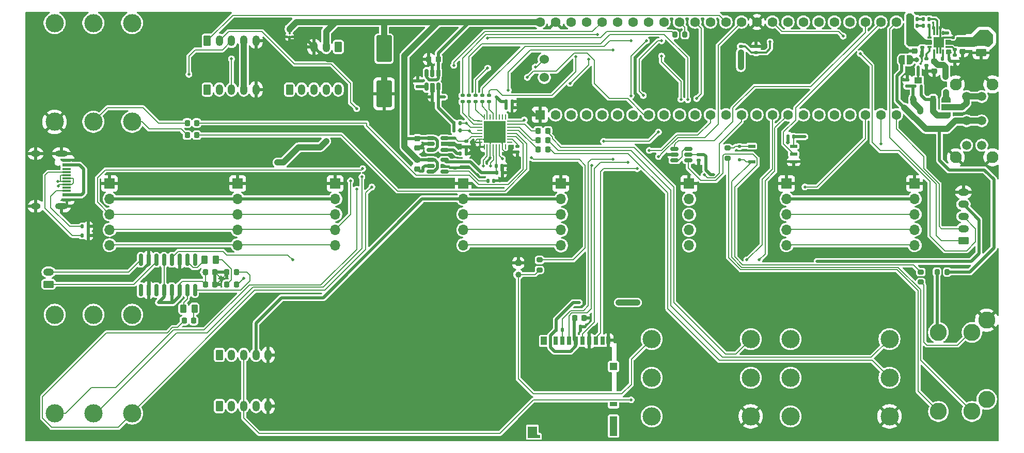
<source format=gtl>
%TF.GenerationSoftware,KiCad,Pcbnew,9.0.1*%
%TF.CreationDate,2026-02-21T23:53:55+05:00*%
%TF.ProjectId,toern_revF,746f6572-6e5f-4726-9576-462e6b696361,rev?*%
%TF.SameCoordinates,Original*%
%TF.FileFunction,Copper,L1,Top*%
%TF.FilePolarity,Positive*%
%FSLAX46Y46*%
G04 Gerber Fmt 4.6, Leading zero omitted, Abs format (unit mm)*
G04 Created by KiCad (PCBNEW 9.0.1) date 2026-02-21 23:53:55*
%MOMM*%
%LPD*%
G01*
G04 APERTURE LIST*
G04 Aperture macros list*
%AMRoundRect*
0 Rectangle with rounded corners*
0 $1 Rounding radius*
0 $2 $3 $4 $5 $6 $7 $8 $9 X,Y pos of 4 corners*
0 Add a 4 corners polygon primitive as box body*
4,1,4,$2,$3,$4,$5,$6,$7,$8,$9,$2,$3,0*
0 Add four circle primitives for the rounded corners*
1,1,$1+$1,$2,$3*
1,1,$1+$1,$4,$5*
1,1,$1+$1,$6,$7*
1,1,$1+$1,$8,$9*
0 Add four rect primitives between the rounded corners*
20,1,$1+$1,$2,$3,$4,$5,0*
20,1,$1+$1,$4,$5,$6,$7,0*
20,1,$1+$1,$6,$7,$8,$9,0*
20,1,$1+$1,$8,$9,$2,$3,0*%
%AMRotRect*
0 Rectangle, with rotation*
0 The origin of the aperture is its center*
0 $1 length*
0 $2 width*
0 $3 Rotation angle, in degrees counterclockwise*
0 Add horizontal line*
21,1,$1,$2,0,0,$3*%
%AMFreePoly0*
4,1,23,0.000000,0.745722,0.065263,0.745722,0.191342,0.711940,0.304381,0.646677,0.396677,0.554381,0.461940,0.441342,0.495722,0.315263,0.495722,0.250000,0.500000,0.250000,0.500000,-0.250000,0.495722,-0.250000,0.495722,-0.315263,0.461940,-0.441342,0.396677,-0.554381,0.304381,-0.646677,0.191342,-0.711940,0.065263,-0.745722,0.000000,-0.745722,0.000000,-0.750000,-0.550000,-0.750000,
-0.550000,0.750000,0.000000,0.750000,0.000000,0.745722,0.000000,0.745722,$1*%
%AMFreePoly1*
4,1,23,0.550000,-0.750000,0.000000,-0.750000,0.000000,-0.745722,-0.065263,-0.745722,-0.191342,-0.711940,-0.304381,-0.646677,-0.396677,-0.554381,-0.461940,-0.441342,-0.495722,-0.315263,-0.495722,-0.250000,-0.500000,-0.250000,-0.500000,0.250000,-0.495722,0.250000,-0.495722,0.315263,-0.461940,0.441342,-0.396677,0.554381,-0.304381,0.646677,-0.191342,0.711940,-0.065263,0.745722,0.000000,0.745722,
0.000000,0.750000,0.550000,0.750000,0.550000,-0.750000,0.550000,-0.750000,$1*%
%AMFreePoly2*
4,1,23,0.500000,-0.750000,0.000000,-0.750000,0.000000,-0.745722,-0.065263,-0.745722,-0.191342,-0.711940,-0.304381,-0.646677,-0.396677,-0.554381,-0.461940,-0.441342,-0.495722,-0.315263,-0.495722,-0.250000,-0.500000,-0.250000,-0.500000,0.250000,-0.495722,0.250000,-0.495722,0.315263,-0.461940,0.441342,-0.396677,0.554381,-0.304381,0.646677,-0.191342,0.711940,-0.065263,0.745722,0.000000,0.745722,
0.000000,0.750000,0.500000,0.750000,0.500000,-0.750000,0.500000,-0.750000,$1*%
%AMFreePoly3*
4,1,23,0.000000,0.745722,0.065263,0.745722,0.191342,0.711940,0.304381,0.646677,0.396677,0.554381,0.461940,0.441342,0.495722,0.315263,0.495722,0.250000,0.500000,0.250000,0.500000,-0.250000,0.495722,-0.250000,0.495722,-0.315263,0.461940,-0.441342,0.396677,-0.554381,0.304381,-0.646677,0.191342,-0.711940,0.065263,-0.745722,0.000000,-0.745722,0.000000,-0.750000,-0.500000,-0.750000,
-0.500000,0.750000,0.000000,0.750000,0.000000,0.745722,0.000000,0.745722,$1*%
G04 Aperture macros list end*
%TA.AperFunction,SMDPad,CuDef*%
%ADD10FreePoly0,90.000000*%
%TD*%
%TA.AperFunction,SMDPad,CuDef*%
%ADD11R,1.500000X1.000000*%
%TD*%
%TA.AperFunction,SMDPad,CuDef*%
%ADD12FreePoly1,90.000000*%
%TD*%
%TA.AperFunction,SMDPad,CuDef*%
%ADD13R,1.300000X1.000000*%
%TD*%
%TA.AperFunction,SMDPad,CuDef*%
%ADD14R,0.310000X0.650000*%
%TD*%
%TA.AperFunction,SMDPad,CuDef*%
%ADD15R,0.310000X0.500000*%
%TD*%
%TA.AperFunction,ComponentPad*%
%ADD16C,1.500000*%
%TD*%
%TA.AperFunction,ComponentPad*%
%ADD17C,1.950000*%
%TD*%
%TA.AperFunction,SMDPad,CuDef*%
%ADD18FreePoly2,180.000000*%
%TD*%
%TA.AperFunction,SMDPad,CuDef*%
%ADD19FreePoly3,180.000000*%
%TD*%
%TA.AperFunction,SMDPad,CuDef*%
%ADD20R,0.800000X0.300000*%
%TD*%
%TA.AperFunction,SMDPad,CuDef*%
%ADD21R,0.300000X0.800000*%
%TD*%
%TA.AperFunction,SMDPad,CuDef*%
%ADD22R,1.800000X1.800000*%
%TD*%
%TA.AperFunction,SMDPad,CuDef*%
%ADD23RoundRect,0.135000X-0.185000X0.135000X-0.185000X-0.135000X0.185000X-0.135000X0.185000X0.135000X0*%
%TD*%
%TA.AperFunction,SMDPad,CuDef*%
%ADD24RoundRect,0.225000X0.225000X0.375000X-0.225000X0.375000X-0.225000X-0.375000X0.225000X-0.375000X0*%
%TD*%
%TA.AperFunction,ComponentPad*%
%ADD25RoundRect,0.250000X-0.250000X0.250000X-0.250000X-0.250000X0.250000X-0.250000X0.250000X0.250000X0*%
%TD*%
%TA.AperFunction,ComponentPad*%
%ADD26C,1.000000*%
%TD*%
%TA.AperFunction,SMDPad,CuDef*%
%ADD27RoundRect,0.140000X-0.140000X-0.170000X0.140000X-0.170000X0.140000X0.170000X-0.140000X0.170000X0*%
%TD*%
%TA.AperFunction,SMDPad,CuDef*%
%ADD28RoundRect,0.200000X-0.275000X0.200000X-0.275000X-0.200000X0.275000X-0.200000X0.275000X0.200000X0*%
%TD*%
%TA.AperFunction,SMDPad,CuDef*%
%ADD29RoundRect,0.225000X-0.250000X0.225000X-0.250000X-0.225000X0.250000X-0.225000X0.250000X0.225000X0*%
%TD*%
%TA.AperFunction,SMDPad,CuDef*%
%ADD30RoundRect,0.140000X0.170000X-0.140000X0.170000X0.140000X-0.170000X0.140000X-0.170000X-0.140000X0*%
%TD*%
%TA.AperFunction,SMDPad,CuDef*%
%ADD31RoundRect,0.135000X-0.135000X-0.185000X0.135000X-0.185000X0.135000X0.185000X-0.135000X0.185000X0*%
%TD*%
%TA.AperFunction,ComponentPad*%
%ADD32RoundRect,0.250000X0.625000X-0.350000X0.625000X0.350000X-0.625000X0.350000X-0.625000X-0.350000X0*%
%TD*%
%TA.AperFunction,ComponentPad*%
%ADD33O,1.750000X1.200000*%
%TD*%
%TA.AperFunction,ComponentPad*%
%ADD34RoundRect,0.250000X-0.350000X-0.625000X0.350000X-0.625000X0.350000X0.625000X-0.350000X0.625000X0*%
%TD*%
%TA.AperFunction,ComponentPad*%
%ADD35O,1.200000X1.750000*%
%TD*%
%TA.AperFunction,SMDPad,CuDef*%
%ADD36RoundRect,0.225000X0.225000X0.250000X-0.225000X0.250000X-0.225000X-0.250000X0.225000X-0.250000X0*%
%TD*%
%TA.AperFunction,SMDPad,CuDef*%
%ADD37R,1.450000X0.600000*%
%TD*%
%TA.AperFunction,SMDPad,CuDef*%
%ADD38R,1.450000X0.300000*%
%TD*%
%TA.AperFunction,ComponentPad*%
%ADD39O,2.100000X1.000000*%
%TD*%
%TA.AperFunction,ComponentPad*%
%ADD40O,1.600000X1.000000*%
%TD*%
%TA.AperFunction,ComponentPad*%
%ADD41R,1.700000X1.700000*%
%TD*%
%TA.AperFunction,ComponentPad*%
%ADD42O,1.700000X1.700000*%
%TD*%
%TA.AperFunction,ComponentPad*%
%ADD43C,2.800000*%
%TD*%
%TA.AperFunction,SMDPad,CuDef*%
%ADD44RoundRect,0.140000X0.140000X0.170000X-0.140000X0.170000X-0.140000X-0.170000X0.140000X-0.170000X0*%
%TD*%
%TA.AperFunction,SMDPad,CuDef*%
%ADD45RoundRect,0.140000X-0.170000X0.140000X-0.170000X-0.140000X0.170000X-0.140000X0.170000X0.140000X0*%
%TD*%
%TA.AperFunction,SMDPad,CuDef*%
%ADD46RoundRect,0.150000X-0.512500X-0.150000X0.512500X-0.150000X0.512500X0.150000X-0.512500X0.150000X0*%
%TD*%
%TA.AperFunction,SMDPad,CuDef*%
%ADD47RoundRect,0.225000X-0.225000X-0.250000X0.225000X-0.250000X0.225000X0.250000X-0.225000X0.250000X0*%
%TD*%
%TA.AperFunction,SMDPad,CuDef*%
%ADD48RoundRect,0.100000X-0.100000X0.130000X-0.100000X-0.130000X0.100000X-0.130000X0.100000X0.130000X0*%
%TD*%
%TA.AperFunction,SMDPad,CuDef*%
%ADD49RoundRect,0.147500X0.147500X0.172500X-0.147500X0.172500X-0.147500X-0.172500X0.147500X-0.172500X0*%
%TD*%
%TA.AperFunction,SMDPad,CuDef*%
%ADD50R,1.208024X0.466344*%
%TD*%
%TA.AperFunction,ComponentPad*%
%ADD51RoundRect,0.250000X0.350000X0.625000X-0.350000X0.625000X-0.350000X-0.625000X0.350000X-0.625000X0*%
%TD*%
%TA.AperFunction,ComponentPad*%
%ADD52C,3.000000*%
%TD*%
%TA.AperFunction,SMDPad,CuDef*%
%ADD53RoundRect,0.250000X0.262500X0.450000X-0.262500X0.450000X-0.262500X-0.450000X0.262500X-0.450000X0*%
%TD*%
%TA.AperFunction,SMDPad,CuDef*%
%ADD54RoundRect,0.150000X-0.150000X0.512500X-0.150000X-0.512500X0.150000X-0.512500X0.150000X0.512500X0*%
%TD*%
%TA.AperFunction,SMDPad,CuDef*%
%ADD55RoundRect,0.200000X-0.200000X-0.275000X0.200000X-0.275000X0.200000X0.275000X-0.200000X0.275000X0*%
%TD*%
%TA.AperFunction,SMDPad,CuDef*%
%ADD56RoundRect,0.250000X-1.000000X1.950000X-1.000000X-1.950000X1.000000X-1.950000X1.000000X1.950000X0*%
%TD*%
%TA.AperFunction,SMDPad,CuDef*%
%ADD57RoundRect,0.135000X0.135000X0.185000X-0.135000X0.185000X-0.135000X-0.185000X0.135000X-0.185000X0*%
%TD*%
%TA.AperFunction,SMDPad,CuDef*%
%ADD58RoundRect,0.150000X0.150000X-0.825000X0.150000X0.825000X-0.150000X0.825000X-0.150000X-0.825000X0*%
%TD*%
%TA.AperFunction,SMDPad,CuDef*%
%ADD59RoundRect,0.125000X-0.125000X0.125000X-0.125000X-0.125000X0.125000X-0.125000X0.125000X0.125000X0*%
%TD*%
%TA.AperFunction,SMDPad,CuDef*%
%ADD60RoundRect,0.062500X0.062500X-0.337500X0.062500X0.337500X-0.062500X0.337500X-0.062500X-0.337500X0*%
%TD*%
%TA.AperFunction,SMDPad,CuDef*%
%ADD61RoundRect,0.062500X0.337500X-0.062500X0.337500X0.062500X-0.337500X0.062500X-0.337500X-0.062500X0*%
%TD*%
%TA.AperFunction,HeatsinkPad*%
%ADD62R,3.600000X3.600000*%
%TD*%
%TA.AperFunction,SMDPad,CuDef*%
%ADD63R,0.700000X1.400000*%
%TD*%
%TA.AperFunction,SMDPad,CuDef*%
%ADD64R,0.700000X1.200000*%
%TD*%
%TA.AperFunction,SMDPad,CuDef*%
%ADD65R,1.200000X0.800000*%
%TD*%
%TA.AperFunction,SMDPad,CuDef*%
%ADD66R,1.500000X1.900000*%
%TD*%
%TA.AperFunction,SMDPad,CuDef*%
%ADD67RotRect,0.200000X0.200000X45.000000*%
%TD*%
%TA.AperFunction,SMDPad,CuDef*%
%ADD68R,0.500000X0.500000*%
%TD*%
%TA.AperFunction,SMDPad,CuDef*%
%ADD69R,1.000000X1.400000*%
%TD*%
%TA.AperFunction,SMDPad,CuDef*%
%ADD70R,1.200000X1.200000*%
%TD*%
%TA.AperFunction,SMDPad,CuDef*%
%ADD71R,1.200000X3.200000*%
%TD*%
%TA.AperFunction,SMDPad,CuDef*%
%ADD72RoundRect,0.135000X0.185000X-0.135000X0.185000X0.135000X-0.185000X0.135000X-0.185000X-0.135000X0*%
%TD*%
%TA.AperFunction,ComponentPad*%
%ADD73R,1.600000X1.600000*%
%TD*%
%TA.AperFunction,ComponentPad*%
%ADD74C,1.600000*%
%TD*%
%TA.AperFunction,ComponentPad*%
%ADD75C,1.524000*%
%TD*%
%TA.AperFunction,ViaPad*%
%ADD76C,0.600000*%
%TD*%
%TA.AperFunction,ViaPad*%
%ADD77C,0.800000*%
%TD*%
%TA.AperFunction,ViaPad*%
%ADD78C,0.500000*%
%TD*%
%TA.AperFunction,Conductor*%
%ADD79C,0.200000*%
%TD*%
%TA.AperFunction,Conductor*%
%ADD80C,0.500000*%
%TD*%
%TA.AperFunction,Conductor*%
%ADD81C,1.000000*%
%TD*%
%TA.AperFunction,Conductor*%
%ADD82C,0.300000*%
%TD*%
G04 APERTURE END LIST*
D10*
X182167500Y-39625000D03*
D11*
X182167500Y-40925000D03*
D12*
X182167500Y-42225000D03*
D13*
X177575000Y-36525000D03*
D14*
X177575000Y-35700000D03*
D15*
X178075000Y-37425000D03*
X177075000Y-37425000D03*
D16*
X188000000Y-47150000D03*
X188000000Y-43150000D03*
X188000000Y-39150000D03*
X185500000Y-39150000D03*
X185500000Y-43150000D03*
X185500000Y-47150000D03*
D17*
X189750000Y-49150000D03*
X183750000Y-49150000D03*
X189750000Y-37150000D03*
X183750000Y-37150000D03*
D18*
X176200000Y-33125000D03*
D19*
X174900000Y-33125000D03*
D20*
X182425000Y-30975000D03*
X182425000Y-30475000D03*
X182425000Y-29975000D03*
X182425000Y-29475000D03*
D21*
X181675000Y-28725000D03*
X181175000Y-28725000D03*
X180675000Y-28725000D03*
X180175000Y-28725000D03*
D20*
X179425000Y-29475000D03*
X179425000Y-29975000D03*
X179425000Y-30475000D03*
X179425000Y-30975000D03*
D21*
X180175000Y-31725000D03*
X180675000Y-31725000D03*
X181175000Y-31725000D03*
X181675000Y-31725000D03*
D22*
X180925000Y-30225000D03*
D23*
X175775000Y-36415000D03*
X175775000Y-37435000D03*
D24*
X180050000Y-39625000D03*
X176750000Y-39625000D03*
D23*
X151000000Y-30902500D03*
X151000000Y-31922500D03*
D25*
X112000000Y-66500000D03*
D26*
X112000000Y-68400000D03*
D27*
X102500000Y-48500000D03*
X103460000Y-48500000D03*
D28*
X115500000Y-66000000D03*
X115500000Y-67650000D03*
D29*
X184875000Y-30200000D03*
X184875000Y-31750000D03*
D30*
X95565000Y-37552500D03*
X95565000Y-36592500D03*
D31*
X101480000Y-43540000D03*
X102500000Y-43540000D03*
D32*
X185000000Y-62865836D03*
D33*
X185000000Y-60865836D03*
X185000000Y-58865836D03*
X185000000Y-56865836D03*
X185000000Y-54865836D03*
D34*
X63000000Y-81600000D03*
D35*
X65000000Y-81600000D03*
X67000000Y-81600000D03*
X69000000Y-81600000D03*
X71000000Y-81600000D03*
D36*
X59275000Y-43500000D03*
X57725000Y-43500000D03*
D28*
X178000000Y-68000000D03*
X178000000Y-69650000D03*
D34*
X63000000Y-90000000D03*
D35*
X65000000Y-90000000D03*
X67000000Y-90000000D03*
X69000000Y-90000000D03*
X71000000Y-90000000D03*
D36*
X116830000Y-47850000D03*
X115280000Y-47850000D03*
D37*
X37995000Y-49610000D03*
X37995000Y-50410000D03*
D38*
X37995000Y-51610000D03*
X37995000Y-52610000D03*
X37995000Y-53110000D03*
X37995000Y-54110000D03*
D37*
X37995000Y-55310000D03*
X37995000Y-56110000D03*
X37995000Y-56110000D03*
X37995000Y-55310000D03*
D38*
X37995000Y-54610000D03*
X37995000Y-53610000D03*
X37995000Y-52110000D03*
X37995000Y-51110000D03*
D37*
X37995000Y-50410000D03*
X37995000Y-49610000D03*
D39*
X37080000Y-48540000D03*
D40*
X32900000Y-48540000D03*
D39*
X37080000Y-57180000D03*
D40*
X32900000Y-57180000D03*
D23*
X103920000Y-39000000D03*
X103920000Y-40020000D03*
D41*
X82000000Y-53425000D03*
X103000000Y-53425051D03*
D42*
X82000000Y-55965000D03*
X103000000Y-55965051D03*
X82000000Y-58505000D03*
X103000000Y-58505051D03*
X82000000Y-61045000D03*
X103000000Y-61045051D03*
X82000000Y-63585000D03*
X103000000Y-63585051D03*
D34*
X61000000Y-38000000D03*
D35*
X63000000Y-38000000D03*
X65000000Y-38000000D03*
X67000000Y-38000000D03*
X69000000Y-38000000D03*
D31*
X101480000Y-44680000D03*
X102500000Y-44680000D03*
D43*
X180900000Y-90900000D03*
X188800000Y-88900000D03*
X186400000Y-90900000D03*
D44*
X122180000Y-77020000D03*
X121220000Y-77020000D03*
D45*
X101617500Y-49910000D03*
X101617500Y-50870000D03*
D46*
X137632500Y-47740000D03*
X137632500Y-48690000D03*
X137632500Y-49640000D03*
X139907500Y-49640000D03*
X139907500Y-48690000D03*
X139907500Y-47740000D03*
D23*
X183600000Y-32390000D03*
X183600000Y-33410000D03*
D27*
X110020000Y-40000000D03*
X110980000Y-40000000D03*
D46*
X97620920Y-49585520D03*
X97620920Y-50535520D03*
X97620920Y-51485520D03*
X99895920Y-51485520D03*
X99895920Y-49585520D03*
D36*
X116845000Y-46310000D03*
X115295000Y-46310000D03*
D45*
X178275000Y-30125000D03*
X178275000Y-31085000D03*
D23*
X183575000Y-30390000D03*
X183575000Y-31410000D03*
D47*
X121225000Y-75500000D03*
X122775000Y-75500000D03*
D48*
X74500000Y-28720000D03*
X74500000Y-29360000D03*
D49*
X179360000Y-27550000D03*
X178390000Y-27550000D03*
D23*
X106140000Y-39000000D03*
X106140000Y-40020000D03*
D50*
X150276600Y-47320000D03*
X150276600Y-49860000D03*
X157160000Y-49860000D03*
X157160000Y-48590000D03*
X157160000Y-47320000D03*
D23*
X107230000Y-39000000D03*
X107230000Y-40020000D03*
D51*
X82500000Y-31000000D03*
D35*
X80500000Y-31000000D03*
X78500000Y-31000000D03*
D45*
X111900000Y-47320000D03*
X111900000Y-48280000D03*
D52*
X150120000Y-85350000D03*
X133890000Y-85350000D03*
X150120000Y-91700000D03*
X133890000Y-91700000D03*
X150120000Y-79000000D03*
X133890000Y-79000000D03*
D27*
X156210000Y-45760000D03*
X157170000Y-45760000D03*
D31*
X181590000Y-32950000D03*
X182610000Y-32950000D03*
X40500000Y-60500000D03*
X41520000Y-60500000D03*
D41*
X119000000Y-53460000D03*
X140000000Y-53460051D03*
D42*
X119000000Y-56000000D03*
X140000000Y-56000051D03*
X119000000Y-58540000D03*
X140000000Y-58540051D03*
X119000000Y-61080000D03*
X140000000Y-61080051D03*
X119000000Y-63620000D03*
X140000000Y-63620051D03*
D53*
X58912500Y-74000000D03*
X57087500Y-74000000D03*
D54*
X98880000Y-35285000D03*
X97930000Y-35285000D03*
X96980000Y-35285000D03*
X96980000Y-37560000D03*
X98880000Y-37560000D03*
D55*
X180675000Y-68000000D03*
X182325000Y-68000000D03*
D31*
X40500000Y-62000000D03*
X41520000Y-62000000D03*
D56*
X90000000Y-31300000D03*
X90000000Y-38700000D03*
D36*
X116840000Y-44790000D03*
X115290000Y-44790000D03*
D47*
X60725000Y-70000000D03*
X62275000Y-70000000D03*
D52*
X42331020Y-43307339D03*
X42331020Y-27077339D03*
X35981020Y-43307339D03*
X35981020Y-27077339D03*
X48681020Y-43307339D03*
X48681020Y-27077339D03*
D29*
X95450000Y-46050000D03*
X95450000Y-47600000D03*
D36*
X62275000Y-68000000D03*
X60725000Y-68000000D03*
D32*
X35000000Y-70000000D03*
D33*
X35000000Y-68000000D03*
D36*
X59275000Y-45500000D03*
X57725000Y-45500000D03*
D57*
X119240000Y-77500000D03*
X118220000Y-77500000D03*
D49*
X179360000Y-26425000D03*
X178390000Y-26425000D03*
D57*
X177385000Y-27550000D03*
X176365000Y-27550000D03*
D45*
X141567500Y-48690000D03*
X141567500Y-49650000D03*
D58*
X50110000Y-70950000D03*
X51380000Y-70950000D03*
X52650000Y-70950000D03*
X53920000Y-70950000D03*
X55190000Y-70950000D03*
X56460000Y-70950000D03*
X57730000Y-70950000D03*
X59000000Y-70950000D03*
X59000000Y-66000000D03*
X57730000Y-66000000D03*
X56460000Y-66000000D03*
X55190000Y-66000000D03*
X53920000Y-66000000D03*
X52650000Y-66000000D03*
X51380000Y-66000000D03*
X50110000Y-66000000D03*
D32*
X187875000Y-31975000D03*
D33*
X187875000Y-29975000D03*
D23*
X102870000Y-39000000D03*
X102870000Y-40020000D03*
D46*
X97632500Y-46000000D03*
X97632500Y-46950000D03*
X97632500Y-47900000D03*
X99907500Y-47900000D03*
X99907500Y-46000000D03*
D23*
X105050000Y-39000000D03*
X105050000Y-40020000D03*
D59*
X148276528Y-47347164D03*
X148276528Y-49547164D03*
D34*
X74500000Y-38000000D03*
D35*
X76500000Y-38000000D03*
X78500000Y-38000000D03*
X80500000Y-38000000D03*
X82500000Y-38000000D03*
D41*
X45000000Y-53425000D03*
X66000000Y-53425051D03*
D42*
X45000000Y-55965000D03*
X66000000Y-55965051D03*
X45000000Y-58505000D03*
X66000000Y-58505051D03*
X45000000Y-61045000D03*
X66000000Y-61045051D03*
X45000000Y-63585000D03*
X66000000Y-63585051D03*
D36*
X65775000Y-70000000D03*
X64225000Y-70000000D03*
D23*
X178950000Y-32990000D03*
X178950000Y-34010000D03*
D47*
X57225000Y-76000000D03*
X58775000Y-76000000D03*
D36*
X98880000Y-33022500D03*
X97330000Y-33022500D03*
D29*
X95443778Y-49508225D03*
X95443778Y-51058225D03*
D43*
X180900000Y-77900000D03*
X188800000Y-75900000D03*
X186400000Y-77900000D03*
D60*
X106410000Y-47400000D03*
X106910000Y-47400000D03*
X107410000Y-47400000D03*
X107910000Y-47400000D03*
X108410000Y-47400000D03*
X108910000Y-47400000D03*
X109410000Y-47400000D03*
X109910000Y-47400000D03*
D61*
X110610000Y-46700000D03*
X110610000Y-46200000D03*
X110610000Y-45700000D03*
X110610000Y-45200000D03*
X110610000Y-44700000D03*
X110610000Y-44200000D03*
X110610000Y-43700000D03*
X110610000Y-43200000D03*
D60*
X109910000Y-42500000D03*
X109410000Y-42500000D03*
X108910000Y-42500000D03*
X108410000Y-42500000D03*
X107910000Y-42500000D03*
X107410000Y-42500000D03*
X106910000Y-42500000D03*
X106410000Y-42500000D03*
D61*
X105710000Y-43200000D03*
X105710000Y-43700000D03*
X105710000Y-44200000D03*
X105710000Y-44700000D03*
X105710000Y-45200000D03*
X105710000Y-45700000D03*
X105710000Y-46200000D03*
X105710000Y-46700000D03*
D62*
X108160000Y-44950000D03*
D63*
X118125000Y-79300000D03*
X119225000Y-79300000D03*
X120325000Y-79300000D03*
X121425000Y-79300000D03*
X122525000Y-79300000D03*
X123625000Y-79300000D03*
X124725000Y-79300000D03*
X125825000Y-79300000D03*
D64*
X126775000Y-79200000D03*
D65*
X127625000Y-89700000D03*
D66*
X114325000Y-94300000D03*
D67*
X115075000Y-94750000D03*
D68*
X115325000Y-95000000D03*
D69*
X116225000Y-79300000D03*
D70*
X127625000Y-83500000D03*
D71*
X127625000Y-93300000D03*
D27*
X110020000Y-41000000D03*
X110980000Y-41000000D03*
D53*
X62412500Y-66000000D03*
X60587500Y-66000000D03*
D27*
X108400000Y-50520000D03*
X109360000Y-50520000D03*
D52*
X172875000Y-85350000D03*
X156645000Y-85350000D03*
X172875000Y-91700000D03*
X156645000Y-91700000D03*
X172875000Y-79000000D03*
X156645000Y-79000000D03*
D47*
X64225000Y-68000000D03*
X65775000Y-68000000D03*
D29*
X177000000Y-30100000D03*
X177000000Y-31650000D03*
D57*
X177385000Y-26400000D03*
X176365000Y-26400000D03*
D45*
X103500000Y-46500000D03*
X103500000Y-47460000D03*
D34*
X61000000Y-30000000D03*
D35*
X63000000Y-30000000D03*
X65000000Y-30000000D03*
X67000000Y-30000000D03*
X69000000Y-30000000D03*
D29*
X180200000Y-33400000D03*
X180200000Y-34950000D03*
D44*
X98895000Y-39232500D03*
X97935000Y-39232500D03*
D72*
X148500000Y-31922500D03*
X148500000Y-30902500D03*
D27*
X107040000Y-53000000D03*
X108000000Y-53000000D03*
D41*
X156000000Y-53425000D03*
X177000000Y-53425051D03*
D42*
X156000000Y-55965000D03*
X177000000Y-55965051D03*
X156000000Y-58505000D03*
X177000000Y-58505051D03*
X156000000Y-61045000D03*
X177000000Y-61045051D03*
X156000000Y-63585000D03*
X177000000Y-63585051D03*
D55*
X137675000Y-29000000D03*
X139325000Y-29000000D03*
D73*
X115560000Y-42150000D03*
D74*
X118100000Y-42150000D03*
X120640000Y-42150000D03*
X123180000Y-42150000D03*
X125720000Y-42150000D03*
X128260000Y-42150000D03*
X130800000Y-42150000D03*
X133340000Y-42150000D03*
X135880000Y-42150000D03*
X138420000Y-42150000D03*
X140960000Y-42150000D03*
X143500000Y-42150000D03*
X146040000Y-42150000D03*
X148580000Y-42150000D03*
X151120000Y-42150000D03*
X153660000Y-42150000D03*
X156200000Y-42150000D03*
X158740000Y-42150000D03*
X161280000Y-42150000D03*
X163820000Y-42150000D03*
X166360000Y-42150000D03*
X168900000Y-42150000D03*
X171440000Y-42150000D03*
X173980000Y-42150000D03*
X173980000Y-26910000D03*
X171440000Y-26910000D03*
X168900000Y-26910000D03*
X166360000Y-26910000D03*
X163820000Y-26910000D03*
X161280000Y-26910000D03*
X158740000Y-26910000D03*
X156200000Y-26910000D03*
X153660000Y-26910000D03*
X151120000Y-26910000D03*
X148580000Y-26910000D03*
X146040000Y-26910000D03*
X143500000Y-26910000D03*
X140960000Y-26910000D03*
X138420000Y-26910000D03*
X135880000Y-26910000D03*
X133340000Y-26910000D03*
X130800000Y-26910000D03*
X128260000Y-26910000D03*
X125720000Y-26910000D03*
X123180000Y-26910000D03*
X120640000Y-26910000D03*
X118100000Y-26910000D03*
X115560000Y-26910000D03*
D75*
X116270000Y-33030000D03*
X116270000Y-36030000D03*
D28*
X146340000Y-47635000D03*
X146340000Y-49285000D03*
D27*
X108440000Y-51680000D03*
X109400000Y-51680000D03*
D52*
X42350000Y-91230000D03*
X42350000Y-75000000D03*
X36000000Y-91230000D03*
X36000000Y-75000000D03*
X48700000Y-91230000D03*
X48700000Y-75000000D03*
D76*
X182000000Y-54500000D03*
X182000000Y-53000000D03*
X184000000Y-47000000D03*
X182500000Y-47000000D03*
X182500000Y-46000000D03*
X189500000Y-46500000D03*
X188000000Y-49500000D03*
X188000000Y-48500000D03*
X187000000Y-48500000D03*
X187000000Y-49500000D03*
X186000000Y-49500000D03*
X186000000Y-48500000D03*
X188500000Y-45500000D03*
X187500000Y-45500000D03*
X186500000Y-45500000D03*
X185500000Y-45500000D03*
X184500000Y-45500000D03*
X184500000Y-44500000D03*
X185500000Y-44500000D03*
X186500000Y-44500000D03*
X187500000Y-44500000D03*
X188500000Y-44500000D03*
X189500000Y-45500000D03*
X189500000Y-44500000D03*
X189500000Y-43500000D03*
X189500000Y-42500000D03*
X189500000Y-41500000D03*
X189500000Y-40500000D03*
X188000000Y-40500000D03*
X188000000Y-41500000D03*
X187000000Y-41500000D03*
X187000000Y-40500000D03*
X174250000Y-31175000D03*
X174250000Y-30125000D03*
X174275000Y-28900000D03*
X175075000Y-36375000D03*
X175725000Y-38475000D03*
X180200000Y-36075000D03*
X178175000Y-31925000D03*
D77*
X177350000Y-33125000D03*
X182150000Y-38450000D03*
X177925000Y-41600000D03*
D78*
X177550000Y-34325000D03*
X95570000Y-35680000D03*
X111600000Y-35910000D03*
X111920000Y-49020000D03*
D76*
X181225000Y-27875000D03*
D78*
X107420000Y-49190000D03*
X97940000Y-34050000D03*
X124500000Y-77076208D03*
X51000000Y-53000000D03*
X126775000Y-77950000D03*
X105500000Y-47500000D03*
X90500000Y-77500000D03*
X73000000Y-85600000D03*
X141590000Y-50440000D03*
X105500000Y-34050000D03*
X76000000Y-29990000D03*
X104500000Y-48000000D03*
X159500000Y-70500000D03*
X90000000Y-45000000D03*
X123780000Y-75520000D03*
X90000000Y-35500000D03*
X154760000Y-38680000D03*
X42500000Y-61500000D03*
X150080000Y-44720000D03*
D76*
X180450000Y-30700000D03*
X180125000Y-27850000D03*
D78*
X42500000Y-60000000D03*
X156370000Y-32000000D03*
X51500000Y-69000000D03*
X82500000Y-49000000D03*
D76*
X181475000Y-29775000D03*
D78*
X96532500Y-46940000D03*
X105318578Y-52030712D03*
X136650000Y-48690000D03*
D76*
X112500000Y-40000000D03*
D78*
X110180000Y-51690000D03*
X110170000Y-50550000D03*
X104847429Y-47050000D03*
X188500000Y-67000000D03*
X104000000Y-92500000D03*
X56500000Y-68500000D03*
X166000000Y-54500000D03*
X107500000Y-71000000D03*
X121500000Y-53500000D03*
X101000000Y-53500000D03*
X110500000Y-48500000D03*
X96940000Y-39240000D03*
X61050000Y-72500000D03*
X51000000Y-62500000D03*
D76*
X181450000Y-30725000D03*
X180450000Y-29725000D03*
D78*
X50000000Y-68000000D03*
X183000000Y-71500000D03*
X63500000Y-69000000D03*
X158700000Y-49850000D03*
X150000000Y-29000000D03*
X122920000Y-77000000D03*
D77*
X183625000Y-34275000D03*
D78*
X105500000Y-28500000D03*
X130500000Y-59500000D03*
X182000000Y-56500000D03*
X109000000Y-53000000D03*
X96392500Y-51440000D03*
D76*
X183300000Y-29500000D03*
D78*
X156240000Y-46490000D03*
X176000000Y-89000000D03*
D76*
X175300000Y-40975000D03*
X182375000Y-28700000D03*
X176275000Y-28700000D03*
D78*
X144000000Y-52000000D03*
X53000000Y-73000000D03*
X76000000Y-47500000D03*
X128500000Y-73000000D03*
X80500000Y-46500000D03*
X108390000Y-39240000D03*
X161000000Y-66250000D03*
X72500000Y-50000000D03*
X99930000Y-39220000D03*
X131500000Y-73000000D03*
X159000000Y-45760000D03*
X122000000Y-73000000D03*
X88000000Y-54000000D03*
X109401409Y-49401409D03*
X67000000Y-69000000D03*
X86361091Y-52361091D03*
X106240000Y-50530000D03*
X85497388Y-54375051D03*
X107480000Y-50545000D03*
D77*
X148500000Y-34325000D03*
D78*
X36571169Y-53827325D03*
X36510000Y-53130000D03*
X114790000Y-34305000D03*
X142500000Y-52000000D03*
X131500000Y-51000000D03*
X127500000Y-49450000D03*
X133500000Y-48000000D03*
X138670000Y-39610000D03*
X135500000Y-32500000D03*
X125000000Y-28950000D03*
X84500000Y-53000000D03*
X130500000Y-39010000D03*
X104000000Y-44780000D03*
X133000000Y-30000000D03*
X103450000Y-43500000D03*
X132500000Y-39000000D03*
X86500000Y-51000000D03*
X135500000Y-30000000D03*
X149500000Y-66000000D03*
X151500000Y-66000000D03*
X65000000Y-32975000D03*
X101450000Y-34050000D03*
X85500000Y-41140000D03*
X58000000Y-35500000D03*
X141250000Y-39500000D03*
X168060000Y-32090000D03*
X165260000Y-29240000D03*
X134990000Y-44980000D03*
X124050000Y-50500000D03*
X126000000Y-46500000D03*
X121421752Y-32578248D03*
X130000000Y-50000000D03*
X135000000Y-49000000D03*
X113000000Y-43000000D03*
X114170000Y-49170000D03*
X113500000Y-36000000D03*
X130500000Y-30000000D03*
X153305000Y-30195000D03*
X107000000Y-34500000D03*
X127500000Y-31500000D03*
X110380000Y-38110000D03*
X139800000Y-39680000D03*
X123573223Y-33073223D03*
X120500000Y-37000000D03*
X159000000Y-54000000D03*
X75000000Y-66000000D03*
X130500000Y-89000000D03*
X171500000Y-46900000D03*
X40770000Y-54940000D03*
X40770000Y-52930000D03*
X40770000Y-51970000D03*
D77*
X182025000Y-35900000D03*
D78*
X40770000Y-53920000D03*
X107000000Y-29550000D03*
D79*
X171500000Y-42210000D02*
X171440000Y-42150000D01*
X171500000Y-46900000D02*
X171500000Y-42210000D01*
D80*
X174125000Y-35725000D02*
X174125000Y-39800000D01*
X174900000Y-34950000D02*
X174125000Y-35725000D01*
X174900000Y-33125000D02*
X174900000Y-34950000D01*
X174125000Y-39800000D02*
X175300000Y-40975000D01*
D81*
X176775000Y-39650000D02*
X176750000Y-39625000D01*
X176775000Y-40125000D02*
X176775000Y-39650000D01*
X177925000Y-41275000D02*
X176775000Y-40125000D01*
X177925000Y-41600000D02*
X177925000Y-41275000D01*
D80*
X176200000Y-33125000D02*
X177350000Y-33125000D01*
D81*
X182167500Y-38467500D02*
X182150000Y-38450000D01*
X182167500Y-39625000D02*
X182167500Y-38467500D01*
D79*
X173980000Y-44505000D02*
X173980000Y-42150000D01*
X178500000Y-49025000D02*
X173980000Y-44505000D01*
X178500000Y-51000000D02*
X178500000Y-49025000D01*
X181000000Y-53500000D02*
X178500000Y-51000000D01*
X181365836Y-60865836D02*
X181000000Y-60500000D01*
X185000000Y-60865836D02*
X181365836Y-60865836D01*
X181000000Y-60500000D02*
X181000000Y-53500000D01*
D80*
X181050000Y-49625000D02*
X181050000Y-44500000D01*
X182625000Y-51200000D02*
X181050000Y-49625000D01*
X190000000Y-52800000D02*
X188400000Y-51200000D01*
X190000000Y-64000000D02*
X190000000Y-52800000D01*
X186000000Y-68000000D02*
X190000000Y-64000000D01*
D81*
X181050000Y-44500000D02*
X182300000Y-44500000D01*
D80*
X182325000Y-68000000D02*
X186000000Y-68000000D01*
X188400000Y-51200000D02*
X182625000Y-51200000D01*
D81*
X182300000Y-44500000D02*
X183650000Y-43150000D01*
X183650000Y-43150000D02*
X185500000Y-43150000D01*
X178850000Y-44500000D02*
X181050000Y-44500000D01*
X175325000Y-40975000D02*
X178850000Y-44500000D01*
X175300000Y-40975000D02*
X175325000Y-40975000D01*
D80*
X177575000Y-34350000D02*
X177550000Y-34325000D01*
X177575000Y-35700000D02*
X177575000Y-34350000D01*
D81*
X180050000Y-41550000D02*
X180725000Y-42225000D01*
X180725000Y-42225000D02*
X182167500Y-42225000D01*
X180050000Y-39625000D02*
X180050000Y-41550000D01*
X185500000Y-43150000D02*
X188000000Y-43150000D01*
X185500000Y-39150000D02*
X188000000Y-39150000D01*
X184800000Y-40925000D02*
X185500000Y-40225000D01*
X185500000Y-40225000D02*
X185500000Y-39150000D01*
X182167500Y-40925000D02*
X184800000Y-40925000D01*
D80*
X178750000Y-39625000D02*
X180050000Y-39625000D01*
X178075000Y-38950000D02*
X178750000Y-39625000D01*
X178075000Y-37425000D02*
X178075000Y-38950000D01*
X176750000Y-39625000D02*
X176750000Y-37500000D01*
X176675000Y-37425000D02*
X175810000Y-37425000D01*
X176750000Y-37500000D02*
X176675000Y-37425000D01*
X175810000Y-37425000D02*
X175775000Y-37460000D01*
X177075000Y-37425000D02*
X176675000Y-37425000D01*
D79*
X141567500Y-49650000D02*
X141567500Y-50417500D01*
X110170000Y-51680000D02*
X110180000Y-51690000D01*
D80*
X103000000Y-53425051D02*
X101074949Y-53425051D01*
D82*
X180175000Y-27900000D02*
X180125000Y-27850000D01*
D79*
X105500000Y-47500000D02*
X106310000Y-47500000D01*
D82*
X181175000Y-27925000D02*
X181225000Y-27875000D01*
D79*
X156210000Y-46460000D02*
X156240000Y-46490000D01*
D80*
X114650000Y-42150000D02*
X112500000Y-40000000D01*
D79*
X141567500Y-50417500D02*
X141590000Y-50440000D01*
D80*
X95825553Y-51440000D02*
X95443778Y-51058225D01*
D79*
X105300000Y-46200000D02*
X105710000Y-46200000D01*
X109410000Y-46200000D02*
X108160000Y-44950000D01*
D80*
X74500000Y-29990000D02*
X76000000Y-29990000D01*
D79*
X42000000Y-60500000D02*
X41530000Y-60500000D01*
D80*
X80749000Y-33249000D02*
X87749000Y-33249000D01*
D79*
X110095614Y-48500000D02*
X109410000Y-47814386D01*
D80*
X50000000Y-68000000D02*
X51380000Y-66620000D01*
D82*
X181175000Y-28725000D02*
X181175000Y-27925000D01*
D80*
X96542500Y-46950000D02*
X96532500Y-46940000D01*
X96947500Y-39232500D02*
X96940000Y-39240000D01*
D82*
X180925000Y-30225000D02*
X180675000Y-30475000D01*
D80*
X122795000Y-75520000D02*
X123780000Y-75520000D01*
D79*
X151000000Y-30587500D02*
X151000000Y-30000000D01*
X107410000Y-49180000D02*
X107420000Y-49190000D01*
D80*
X123660000Y-77916208D02*
X123660000Y-79265000D01*
X95872500Y-47600000D02*
X96532500Y-46940000D01*
D79*
X35955000Y-43335000D02*
X35955000Y-43455000D01*
D80*
X97330000Y-33440000D02*
X97940000Y-34050000D01*
D79*
X111900000Y-49000000D02*
X111920000Y-49020000D01*
D80*
X76000000Y-29990000D02*
X77490000Y-29990000D01*
D79*
X42500000Y-60000000D02*
X42000000Y-60500000D01*
X62275000Y-70000000D02*
X62500000Y-70000000D01*
X110500000Y-48500000D02*
X110095614Y-48500000D01*
X116165000Y-42150000D02*
X115560000Y-42150000D01*
D82*
X183275000Y-29475000D02*
X183300000Y-29500000D01*
D80*
X104500000Y-48000000D02*
X104000000Y-48500000D01*
X122920000Y-77000000D02*
X122900000Y-77020000D01*
D79*
X42010000Y-61990000D02*
X42500000Y-61500000D01*
D80*
X97632500Y-46950000D02*
X96542500Y-46950000D01*
X121500000Y-53500000D02*
X119040000Y-53500000D01*
D79*
X136650000Y-48690000D02*
X137632500Y-48690000D01*
X56460000Y-66000000D02*
X56460000Y-68460000D01*
D80*
X78500000Y-31000000D02*
X80749000Y-33249000D01*
D79*
X156210000Y-45760000D02*
X156210000Y-46460000D01*
D82*
X181675000Y-29475000D02*
X182425000Y-29475000D01*
D79*
X150000000Y-29000000D02*
X150000000Y-28030000D01*
D80*
X122900000Y-77020000D02*
X122180000Y-77020000D01*
D79*
X157160000Y-49860000D02*
X158690000Y-49860000D01*
X104847429Y-46652571D02*
X105300000Y-46200000D01*
D80*
X95450000Y-47600000D02*
X95872500Y-47600000D01*
X95565000Y-36592500D02*
X95565000Y-35685000D01*
X115560000Y-42150000D02*
X114650000Y-42150000D01*
D82*
X180925000Y-30225000D02*
X181675000Y-29475000D01*
D80*
X126775000Y-77950000D02*
X126775000Y-79200000D01*
D79*
X109410000Y-47400000D02*
X109410000Y-46200000D01*
X109400000Y-51680000D02*
X110170000Y-51680000D01*
D80*
X124500000Y-77076208D02*
X123660000Y-77916208D01*
X87749000Y-33249000D02*
X90000000Y-35500000D01*
D79*
X158690000Y-49860000D02*
X158700000Y-49850000D01*
X151000000Y-30000000D02*
X150000000Y-29000000D01*
X107410000Y-47400000D02*
X107410000Y-49180000D01*
X106310000Y-47500000D02*
X106410000Y-47400000D01*
D80*
X96392500Y-51440000D02*
X96392500Y-50821040D01*
X96392500Y-50821040D02*
X96678020Y-50535520D01*
X97330000Y-33022500D02*
X97330000Y-33440000D01*
X95565000Y-35685000D02*
X95570000Y-35680000D01*
D82*
X181175000Y-30475000D02*
X181175000Y-31725000D01*
D80*
X151000000Y-27030000D02*
X151120000Y-26910000D01*
D79*
X110170000Y-50550000D02*
X109390000Y-50550000D01*
X63500000Y-69000000D02*
X64049000Y-68451000D01*
D80*
X97930000Y-34060000D02*
X97940000Y-34050000D01*
X104000000Y-48500000D02*
X103460000Y-48500000D01*
X51500000Y-70830000D02*
X51380000Y-70950000D01*
X103960000Y-47460000D02*
X103500000Y-47460000D01*
X101074949Y-53425051D02*
X101000000Y-53500000D01*
D79*
X64049000Y-68451000D02*
X64049000Y-68000000D01*
X101617500Y-50870000D02*
X104157866Y-50870000D01*
D80*
X51500000Y-69000000D02*
X51500000Y-70830000D01*
X182610000Y-33135000D02*
X182885000Y-33410000D01*
D79*
X56460000Y-68460000D02*
X56500000Y-68500000D01*
X109410000Y-47814386D02*
X109410000Y-47120000D01*
D80*
X96678020Y-50535520D02*
X97620920Y-50535520D01*
X182610000Y-32950000D02*
X182610000Y-33135000D01*
X97935000Y-39232500D02*
X96947500Y-39232500D01*
D79*
X150000000Y-28030000D02*
X151120000Y-26910000D01*
D82*
X180175000Y-28725000D02*
X180175000Y-27900000D01*
D79*
X104847429Y-47050000D02*
X104847429Y-46652571D01*
X104157866Y-50870000D02*
X105318578Y-52030712D01*
D80*
X110980000Y-41000000D02*
X110980000Y-40000000D01*
D79*
X63500000Y-69000000D02*
X63275000Y-69000000D01*
X111900000Y-48280000D02*
X111900000Y-49000000D01*
D81*
X90000000Y-35500000D02*
X90000000Y-38700000D01*
D80*
X97930000Y-35285000D02*
X97930000Y-34060000D01*
X182885000Y-33410000D02*
X183600000Y-33410000D01*
D82*
X182425000Y-29475000D02*
X183275000Y-29475000D01*
D79*
X104847429Y-47050000D02*
X104860000Y-47050000D01*
D80*
X123660000Y-79265000D02*
X123625000Y-79300000D01*
X110980000Y-40000000D02*
X112500000Y-40000000D01*
X104500000Y-48000000D02*
X103960000Y-47460000D01*
D82*
X180675000Y-30475000D02*
X180675000Y-31725000D01*
D80*
X77490000Y-29990000D02*
X78500000Y-31000000D01*
X119040000Y-53500000D02*
X119000000Y-53460000D01*
D79*
X109000000Y-53000000D02*
X108000000Y-53000000D01*
X63500000Y-69000000D02*
X62500000Y-70000000D01*
X101647500Y-50900000D02*
X101617500Y-50870000D01*
X41450000Y-61990000D02*
X42010000Y-61990000D01*
D82*
X180925000Y-30225000D02*
X181175000Y-30475000D01*
D79*
X105710000Y-46200000D02*
X105710000Y-46700000D01*
D82*
X181175000Y-29975000D02*
X181175000Y-28725000D01*
X180925000Y-30225000D02*
X181175000Y-29975000D01*
D80*
X51380000Y-66620000D02*
X51380000Y-66000000D01*
D79*
X63275000Y-69000000D02*
X62275000Y-68000000D01*
D80*
X96392500Y-51440000D02*
X95825553Y-51440000D01*
X100220400Y-49910000D02*
X101617500Y-49910000D01*
D79*
X108410000Y-47400000D02*
X108410000Y-50510000D01*
D80*
X104187817Y-49910000D02*
X101617500Y-49910000D01*
X99895920Y-49585520D02*
X100220400Y-49910000D01*
D79*
X108400000Y-50520000D02*
X108400000Y-51640000D01*
D80*
X105957817Y-51680000D02*
X104187817Y-49910000D01*
X108440000Y-51680000D02*
X105957817Y-51680000D01*
X99907500Y-46000000D02*
X101635000Y-46000000D01*
D79*
X104300000Y-45700000D02*
X105710000Y-45700000D01*
X101640000Y-46005000D02*
X102135000Y-46500000D01*
X102135000Y-46500000D02*
X103500000Y-46500000D01*
X103500000Y-46500000D02*
X104300000Y-45700000D01*
D80*
X176999949Y-55965000D02*
X177000000Y-55965051D01*
D79*
X139907500Y-48690000D02*
X141567500Y-48690000D01*
D81*
X115560000Y-26910000D02*
X98860000Y-26910000D01*
X82000000Y-27000000D02*
X80500000Y-28500000D01*
D80*
X93352500Y-46050000D02*
X93342500Y-46060000D01*
D81*
X81910000Y-26910000D02*
X82000000Y-27000000D01*
D79*
X60725000Y-70000000D02*
X61063032Y-69661968D01*
D81*
X93342500Y-46060000D02*
X93342500Y-32427500D01*
X93342500Y-32427500D02*
X98860000Y-26910000D01*
D80*
X181675000Y-28725000D02*
X182350000Y-28725000D01*
D79*
X56460000Y-69975001D02*
X56935001Y-69500000D01*
X60225000Y-69500000D02*
X60725000Y-70000000D01*
D80*
X104000000Y-26910000D02*
X98860000Y-26910000D01*
X182350000Y-28725000D02*
X182375000Y-28700000D01*
X96234949Y-55965051D02*
X103000000Y-55965051D01*
D81*
X98860000Y-26910000D02*
X90000000Y-26910000D01*
D79*
X56935001Y-69500000D02*
X58000000Y-69500000D01*
D80*
X98283419Y-49585520D02*
X98733420Y-50035521D01*
D79*
X58000000Y-69500000D02*
X60225000Y-69500000D01*
X60725000Y-70000000D02*
X60725000Y-68000000D01*
D81*
X80500000Y-28500000D02*
X80500000Y-31360000D01*
D80*
X80000000Y-72200000D02*
X96234949Y-55965051D01*
X97632500Y-47900000D02*
X98294999Y-47900000D01*
D81*
X176965051Y-56000000D02*
X177000000Y-55965051D01*
D80*
X97620920Y-49585520D02*
X98283419Y-49585520D01*
X55000000Y-73000000D02*
X55384999Y-73000000D01*
D81*
X74500000Y-28000000D02*
X75590000Y-26910000D01*
D80*
X103034949Y-56000000D02*
X103000000Y-55965051D01*
X142750000Y-51250000D02*
X142750000Y-48980000D01*
X98342500Y-46000000D02*
X97632500Y-46000000D01*
X98880000Y-32030000D02*
X104000000Y-26910000D01*
X53920000Y-72080000D02*
X53920000Y-70950000D01*
X55190000Y-72810000D02*
X55190000Y-70950000D01*
D81*
X93342500Y-46060000D02*
X93342500Y-47406947D01*
D80*
X98186104Y-51485520D02*
X97620920Y-51485520D01*
X96980000Y-35947499D02*
X97430001Y-36397500D01*
D79*
X60725000Y-68000000D02*
X60225000Y-68000000D01*
D81*
X82090000Y-26910000D02*
X82000000Y-27000000D01*
D80*
X98672500Y-36397500D02*
X98880000Y-36190000D01*
X98745000Y-47449999D02*
X98745000Y-46402500D01*
X53000000Y-73000000D02*
X53920000Y-72080000D01*
X144000000Y-52000000D02*
X143500000Y-52000000D01*
D81*
X90000000Y-26910000D02*
X82090000Y-26910000D01*
D80*
X98880000Y-33022500D02*
X98880000Y-32030000D01*
X98733420Y-50035521D02*
X98733420Y-50938204D01*
X65999949Y-55965000D02*
X66000000Y-55965051D01*
X95521073Y-49585520D02*
X97620920Y-49585520D01*
D81*
X66000000Y-55965051D02*
X66034949Y-56000000D01*
D80*
X97430001Y-36397500D02*
X98672500Y-36397500D01*
X53000000Y-73000000D02*
X55000000Y-73000000D01*
X97632500Y-46000000D02*
X95500000Y-46000000D01*
X56460000Y-71924999D02*
X56460000Y-70950000D01*
X156000000Y-55965000D02*
X176999949Y-55965000D01*
X96980000Y-35285000D02*
X96980000Y-35947499D01*
D81*
X93342500Y-47406947D02*
X95443778Y-49508225D01*
D80*
X55384999Y-73000000D02*
X56460000Y-71924999D01*
X73200000Y-72200000D02*
X80000000Y-72200000D01*
X143500000Y-52000000D02*
X142750000Y-51250000D01*
X98880000Y-33022500D02*
X98880000Y-35285000D01*
X98880000Y-36190000D02*
X98880000Y-35285000D01*
X45000000Y-55965000D02*
X65999949Y-55965000D01*
X54000000Y-71030000D02*
X53920000Y-70950000D01*
X55000000Y-73000000D02*
X55190000Y-72810000D01*
X69000000Y-81600000D02*
X69000000Y-76400000D01*
X142750000Y-48980000D02*
X142460000Y-48690000D01*
D81*
X75590000Y-26910000D02*
X81910000Y-26910000D01*
D80*
X98733420Y-50938204D02*
X98186104Y-51485520D01*
X81999949Y-55965051D02*
X82000000Y-55965000D01*
X95450000Y-46050000D02*
X93352500Y-46050000D01*
D79*
X56460000Y-70950000D02*
X56460000Y-69975001D01*
D80*
X119000000Y-56000000D02*
X103034949Y-56000000D01*
X66000000Y-55965051D02*
X81999949Y-55965051D01*
D81*
X81965000Y-56000000D02*
X82000000Y-55965000D01*
D80*
X69000000Y-76400000D02*
X73200000Y-72200000D01*
D81*
X156000000Y-55965000D02*
X156035000Y-56000000D01*
D80*
X98294999Y-47900000D02*
X98745000Y-47449999D01*
X142460000Y-48690000D02*
X141567500Y-48690000D01*
D81*
X74500000Y-28090000D02*
X74500000Y-28000000D01*
D79*
X53920000Y-66000000D02*
X53920000Y-70950000D01*
D80*
X98745000Y-46402500D02*
X98342500Y-46000000D01*
D81*
X90000000Y-31300000D02*
X90000000Y-26910000D01*
D79*
X99840000Y-51541440D02*
X99895920Y-51485520D01*
X99895920Y-51485520D02*
X99931440Y-51450000D01*
X105500000Y-53000000D02*
X107040000Y-53000000D01*
X99931440Y-51450000D02*
X103950000Y-51450000D01*
X103950000Y-51450000D02*
X105500000Y-53000000D01*
D80*
X99907500Y-47900000D02*
X101402550Y-47900000D01*
X102002550Y-48500000D02*
X102500000Y-48500000D01*
X101402550Y-47900000D02*
X102002550Y-48500000D01*
D81*
X72500000Y-50000000D02*
X73500000Y-50000000D01*
D80*
X120575000Y-81000000D02*
X121425000Y-80150000D01*
X98880000Y-37560000D02*
X98880000Y-39217500D01*
X187550000Y-59415836D02*
X185000000Y-56865836D01*
X110020000Y-40000000D02*
X110020000Y-41000000D01*
D79*
X108410000Y-42500000D02*
X108390000Y-42480000D01*
X108390000Y-42480000D02*
X108390000Y-39240000D01*
D80*
X101480000Y-43540000D02*
X101480000Y-44680000D01*
X117325000Y-78395000D02*
X117325000Y-80325000D01*
X98895000Y-39232500D02*
X99917500Y-39232500D01*
X121450000Y-79275000D02*
X121425000Y-79300000D01*
D81*
X79500000Y-47500000D02*
X80500000Y-46500000D01*
D80*
X118000000Y-81000000D02*
X120575000Y-81000000D01*
D81*
X73500000Y-50000000D02*
X76000000Y-47500000D01*
D80*
X121220000Y-77020000D02*
X121220000Y-79095000D01*
X98895000Y-40995000D02*
X98895000Y-39232500D01*
X109150000Y-40000000D02*
X108390000Y-39240000D01*
X121000000Y-73000000D02*
X118220000Y-75780000D01*
D79*
X157170000Y-45760000D02*
X157170000Y-47310000D01*
D80*
X101480000Y-43540000D02*
X101440000Y-43540000D01*
X122000000Y-73000000D02*
X121000000Y-73000000D01*
X186250000Y-66250000D02*
X187550000Y-64950000D01*
X187550000Y-64950000D02*
X187550000Y-59415836D01*
X118220000Y-75780000D02*
X118220000Y-77500000D01*
X159000000Y-45760000D02*
X157170000Y-45760000D01*
X99917500Y-39232500D02*
X99930000Y-39220000D01*
X121220000Y-75505000D02*
X121225000Y-75500000D01*
X121425000Y-80150000D02*
X121425000Y-79300000D01*
X121220000Y-79095000D02*
X121425000Y-79300000D01*
X161000000Y-66250000D02*
X186250000Y-66250000D01*
X110020000Y-40000000D02*
X109150000Y-40000000D01*
X121220000Y-77020000D02*
X121220000Y-75505000D01*
D81*
X128500000Y-73000000D02*
X131500000Y-73000000D01*
D80*
X117325000Y-80325000D02*
X118000000Y-81000000D01*
D81*
X76000000Y-47500000D02*
X79500000Y-47500000D01*
D80*
X101440000Y-43540000D02*
X98895000Y-40995000D01*
X118220000Y-77500000D02*
X117325000Y-78395000D01*
D81*
X67000000Y-30000000D02*
X67000000Y-38000000D01*
D79*
X111900000Y-47320000D02*
X111900000Y-47040001D01*
X111059999Y-46200000D02*
X110610000Y-46200000D01*
X111900000Y-47040001D02*
X111059999Y-46200000D01*
X53000000Y-43500000D02*
X57725000Y-43500000D01*
X44638359Y-41000000D02*
X50500000Y-41000000D01*
X50500000Y-41000000D02*
X53000000Y-43500000D01*
X42331020Y-43307339D02*
X44638359Y-41000000D01*
X42305000Y-43805000D02*
X42305000Y-43335000D01*
X87138909Y-43977052D02*
X87138909Y-43500000D01*
X112820000Y-46885686D02*
X112820000Y-51114314D01*
X112820000Y-51114314D02*
X110324314Y-53610000D01*
X87138909Y-43500000D02*
X59275000Y-43500000D01*
X111634314Y-45700000D02*
X112820000Y-46885686D01*
X110610000Y-45700000D02*
X111634314Y-45700000D01*
X95247377Y-52085520D02*
X87138909Y-43977052D01*
X103960469Y-52085520D02*
X95247377Y-52085520D01*
X105484949Y-53610000D02*
X103960469Y-52085520D01*
X110324314Y-53610000D02*
X105484949Y-53610000D01*
X92185552Y-54685552D02*
X109814448Y-54685552D01*
X111700000Y-45200000D02*
X110610000Y-45200000D01*
X83000000Y-45500000D02*
X92185552Y-54685552D01*
X109814448Y-54685552D02*
X113410000Y-51090000D01*
X113410000Y-46910000D02*
X111700000Y-45200000D01*
X113410000Y-51090000D02*
X113410000Y-46910000D01*
X59275000Y-45500000D02*
X83000000Y-45500000D01*
X51500000Y-44500000D02*
X56725000Y-44500000D01*
X56725000Y-44500000D02*
X57725000Y-45500000D01*
X50307339Y-43307339D02*
X51500000Y-44500000D01*
X48681020Y-43307339D02*
X50307339Y-43307339D01*
X116830000Y-47850000D02*
X117284314Y-47850000D01*
X170025000Y-82500000D02*
X172875000Y-85350000D01*
X145000000Y-82500000D02*
X170025000Y-82500000D01*
X136500000Y-55000000D02*
X136500000Y-74000000D01*
X117284314Y-47850000D02*
X117934314Y-48500000D01*
X130000000Y-48500000D02*
X136500000Y-55000000D01*
X117934314Y-48500000D02*
X130000000Y-48500000D01*
X136500000Y-74000000D02*
X145000000Y-82500000D01*
X115230000Y-47850000D02*
X115280000Y-47850000D01*
X112080000Y-44700000D02*
X115230000Y-47850000D01*
X110610000Y-44700000D02*
X112080000Y-44700000D01*
X137000000Y-54500000D02*
X137000000Y-73500000D01*
X116845000Y-46310000D02*
X118535000Y-48000000D01*
X118535000Y-48000000D02*
X130500000Y-48000000D01*
X130500000Y-48000000D02*
X137000000Y-54500000D01*
X169875000Y-82000000D02*
X172875000Y-79000000D01*
X145500000Y-82000000D02*
X169875000Y-82000000D01*
X137000000Y-73500000D02*
X145500000Y-82000000D01*
X112200000Y-44200000D02*
X110610000Y-44200000D01*
X115295000Y-46310000D02*
X114310000Y-46310000D01*
X114310000Y-46310000D02*
X112200000Y-44200000D01*
X137500000Y-54000000D02*
X137500000Y-72967157D01*
X137500000Y-72967157D02*
X146000000Y-81467157D01*
X117595000Y-45836304D02*
X117595000Y-46095000D01*
X119000000Y-47500000D02*
X131000000Y-47500000D01*
X117595000Y-46095000D02*
X119000000Y-47500000D01*
X116840000Y-45081304D02*
X117595000Y-45836304D01*
X146000000Y-81467157D02*
X147652843Y-81467157D01*
X147652843Y-81467157D02*
X150120000Y-79000000D01*
X131000000Y-47500000D02*
X137500000Y-54000000D01*
X116840000Y-44790000D02*
X116840000Y-45081304D01*
X114170000Y-44790000D02*
X113080000Y-43700000D01*
X113080000Y-43700000D02*
X110610000Y-43700000D01*
X115290000Y-44790000D02*
X114170000Y-44790000D01*
D80*
X96980000Y-37560000D02*
X95572500Y-37560000D01*
D79*
X174265686Y-67200000D02*
X177960000Y-70894315D01*
X147000000Y-53136600D02*
X147000000Y-65565686D01*
X148634314Y-67200000D02*
X174265686Y-67200000D01*
X149037164Y-49547164D02*
X149350000Y-49860000D01*
X147000000Y-65565686D02*
X148634314Y-67200000D01*
X148276528Y-49547164D02*
X149037164Y-49547164D01*
X149350000Y-49860000D02*
X150276600Y-49860000D01*
X177960000Y-82460000D02*
X186400000Y-90900000D01*
X177960000Y-70894315D02*
X177960000Y-82460000D01*
X150276600Y-49860000D02*
X147000000Y-53136600D01*
X146340000Y-47635000D02*
X147305000Y-47635000D01*
X147592836Y-47347164D02*
X148276528Y-47347164D01*
X148276528Y-47347164D02*
X150249436Y-47347164D01*
X147305000Y-47635000D02*
X147592836Y-47347164D01*
X56126000Y-77099000D02*
X55333900Y-77099000D01*
X109401409Y-49401409D02*
X108910000Y-48910000D01*
X108910000Y-48910000D02*
X108910000Y-47400000D01*
X80250000Y-71000000D02*
X68800000Y-71000000D01*
X34000000Y-88500000D02*
X34000000Y-92000000D01*
X44500000Y-78000000D02*
X34000000Y-88500000D01*
X34000000Y-92000000D02*
X35500000Y-93500000D01*
X46430000Y-93500000D02*
X48700000Y-91230000D01*
X87000000Y-64250000D02*
X80250000Y-71000000D01*
X55333900Y-77099000D02*
X54432900Y-78000000D01*
X54432900Y-78000000D02*
X44500000Y-78000000D01*
X88000000Y-54000000D02*
X87000000Y-55000000D01*
X57225000Y-76000000D02*
X56126000Y-77099000D01*
X87000000Y-55000000D02*
X87000000Y-64250000D01*
X68800000Y-71000000D02*
X49270000Y-90530000D01*
X48500000Y-90530000D02*
X49200000Y-91230000D01*
X35500000Y-93500000D02*
X46430000Y-93500000D01*
X49270000Y-90530000D02*
X48500000Y-90530000D01*
X42850000Y-91150000D02*
X42850000Y-91230000D01*
X106240000Y-49592182D02*
X106240000Y-50530000D01*
X86361091Y-52361091D02*
X86361091Y-64138909D01*
X106910000Y-48922182D02*
X106240000Y-49592182D01*
X80000000Y-70500000D02*
X68500000Y-70500000D01*
X68500000Y-70500000D02*
X61000000Y-78000000D01*
X65775000Y-70000000D02*
X66000000Y-70000000D01*
X86361091Y-64138909D02*
X80000000Y-70500000D01*
X61000000Y-78000000D02*
X56000000Y-78000000D01*
X66000000Y-70000000D02*
X67000000Y-69000000D01*
X106910000Y-47400000D02*
X106910000Y-48922182D01*
X56000000Y-78000000D02*
X42850000Y-91150000D01*
X46000000Y-87000000D02*
X42000000Y-87000000D01*
X107480000Y-50043866D02*
X107480000Y-50545000D01*
X85497388Y-54375051D02*
X85500000Y-54377663D01*
X37770000Y-91230000D02*
X36500000Y-91230000D01*
X107910000Y-48902182D02*
X107970000Y-48962182D01*
X107910000Y-47400000D02*
X107910000Y-48902182D01*
X42000000Y-87000000D02*
X37770000Y-91230000D01*
X85500000Y-54377663D02*
X85500000Y-64250000D01*
X107970000Y-49553866D02*
X107480000Y-50043866D01*
X60500000Y-77500000D02*
X55500000Y-77500000D01*
X79651000Y-70099000D02*
X67901000Y-70099000D01*
X67901000Y-70099000D02*
X60500000Y-77500000D01*
X85500000Y-64250000D02*
X79651000Y-70099000D01*
X107970000Y-48962182D02*
X107970000Y-49553866D01*
X55500000Y-77500000D02*
X46000000Y-87000000D01*
X178500000Y-79500000D02*
X178500000Y-70150000D01*
X186400000Y-77900000D02*
X186100000Y-77900000D01*
X186100000Y-77900000D02*
X184000000Y-80000000D01*
X179000000Y-80000000D02*
X178500000Y-79500000D01*
X178500000Y-70150000D02*
X178000000Y-69650000D01*
X184000000Y-80000000D02*
X179000000Y-80000000D01*
D80*
X180675000Y-68000000D02*
X180675000Y-77675000D01*
X180675000Y-77675000D02*
X180900000Y-77900000D01*
D79*
X174100000Y-67600000D02*
X177560000Y-71060000D01*
X180900000Y-90900000D02*
X181000000Y-91000000D01*
X146500000Y-65631372D02*
X148468628Y-67600000D01*
X177560000Y-71060000D02*
X177560000Y-87560000D01*
X146500000Y-49500000D02*
X146500000Y-65631372D01*
X146340000Y-49285000D02*
X146340000Y-49340000D01*
X146340000Y-49340000D02*
X146500000Y-49500000D01*
X177560000Y-87560000D02*
X180900000Y-90900000D01*
X148468628Y-67600000D02*
X174100000Y-67600000D01*
D81*
X148500000Y-31922500D02*
X148500000Y-34325000D01*
D79*
X37995000Y-52610000D02*
X38970000Y-52610000D01*
X38800000Y-53610000D02*
X37995000Y-53610000D01*
X36788494Y-53610000D02*
X37995000Y-53610000D01*
X39020000Y-52660000D02*
X39020000Y-53390000D01*
X39020000Y-53390000D02*
X38800000Y-53610000D01*
X36571169Y-53827325D02*
X36788494Y-53610000D01*
X38970000Y-52610000D02*
X39020000Y-52660000D01*
X36970000Y-52160000D02*
X36970000Y-53060000D01*
X37020000Y-53110000D02*
X37995000Y-53110000D01*
X36970000Y-53060000D02*
X37020000Y-53110000D01*
X114790000Y-34305000D02*
X114995000Y-34305000D01*
X37995000Y-52110000D02*
X37020000Y-52110000D01*
X37020000Y-52110000D02*
X36970000Y-52160000D01*
X37995000Y-53110000D02*
X36530000Y-53110000D01*
X114995000Y-34305000D02*
X116270000Y-33030000D01*
X36530000Y-53110000D02*
X36510000Y-53130000D01*
X38910000Y-62000000D02*
X34440000Y-57530000D01*
X40500000Y-62000000D02*
X38910000Y-62000000D01*
X34440000Y-57530000D02*
X34440000Y-52060000D01*
X34890000Y-51610000D02*
X37995000Y-51610000D01*
X34440000Y-52060000D02*
X34890000Y-51610000D01*
X35360000Y-55540000D02*
X36290000Y-54610000D01*
X36290000Y-54610000D02*
X37995000Y-54610000D01*
X35360000Y-57400000D02*
X35360000Y-55540000D01*
X40500000Y-60500000D02*
X38460000Y-60500000D01*
X38460000Y-60500000D02*
X35360000Y-57400000D01*
X133890000Y-79000000D02*
X130540000Y-82350000D01*
X114500000Y-88000000D02*
X112000000Y-85500000D01*
X114750000Y-68400000D02*
X115500000Y-67650000D01*
X112000000Y-68400000D02*
X114750000Y-68400000D01*
X129000000Y-88000000D02*
X114500000Y-88000000D01*
D80*
X115500000Y-67650000D02*
X115500000Y-67500000D01*
D79*
X112000000Y-85500000D02*
X112000000Y-68400000D01*
X130540000Y-82350000D02*
X130540000Y-86460000D01*
X130540000Y-86460000D02*
X129000000Y-88000000D01*
X125500000Y-51500000D02*
X125500000Y-78000000D01*
X143050000Y-52550000D02*
X144227817Y-52550000D01*
X124725000Y-78775000D02*
X124725000Y-79300000D01*
X145000000Y-46890000D02*
X148580000Y-43310000D01*
X126000000Y-51000000D02*
X125500000Y-51500000D01*
X125500000Y-78000000D02*
X124725000Y-78775000D01*
X131500000Y-51000000D02*
X126000000Y-51000000D01*
X148580000Y-43310000D02*
X148580000Y-42150000D01*
X145000000Y-51777817D02*
X145000000Y-46890000D01*
X144227817Y-52550000D02*
X145000000Y-51777817D01*
X142500000Y-52000000D02*
X143050000Y-52550000D01*
X143500000Y-43420000D02*
X143500000Y-42150000D01*
X127450000Y-49500000D02*
X124000000Y-49500000D01*
X127500000Y-49450000D02*
X127450000Y-49500000D01*
X133500000Y-48000000D02*
X135500000Y-48000000D01*
X119225000Y-75710618D02*
X119225000Y-79300000D01*
X141420000Y-45500000D02*
X143500000Y-43420000D01*
X135500000Y-48000000D02*
X138000000Y-45500000D01*
X123500000Y-73500000D02*
X122675000Y-74325000D01*
X123500000Y-50000000D02*
X123500000Y-73500000D01*
X122675000Y-74325000D02*
X120610618Y-74325000D01*
X120610618Y-74325000D02*
X119225000Y-75710618D01*
X138000000Y-45500000D02*
X141420000Y-45500000D01*
X124000000Y-49500000D02*
X123500000Y-50000000D01*
X144940000Y-25810000D02*
X146040000Y-26910000D01*
X65190000Y-25810000D02*
X144940000Y-25810000D01*
X61000000Y-30000000D02*
X65190000Y-25810000D01*
X102870000Y-32852182D02*
X102870000Y-39000000D01*
X124950000Y-29000000D02*
X106722182Y-29000000D01*
X138670000Y-36670000D02*
X138670000Y-39610000D01*
X106722182Y-29000000D02*
X102870000Y-32852182D01*
X135500000Y-33500000D02*
X138670000Y-36670000D01*
X125000000Y-28950000D02*
X124950000Y-29000000D01*
X135500000Y-32500000D02*
X135500000Y-33500000D01*
X139325000Y-27815000D02*
X138420000Y-26910000D01*
X139325000Y-29000000D02*
X139325000Y-27815000D01*
X81915000Y-63500000D02*
X82000000Y-63585000D01*
X118880000Y-63500000D02*
X119000000Y-63620000D01*
X103000000Y-63585051D02*
X103085051Y-63500000D01*
X156000000Y-63585000D02*
X156085000Y-63500000D01*
X156085000Y-63500000D02*
X176914949Y-63500000D01*
X103085051Y-63500000D02*
X118880000Y-63500000D01*
X176914949Y-63500000D02*
X177000000Y-63585051D01*
X45000000Y-63585000D02*
X45085000Y-63500000D01*
X45085000Y-63500000D02*
X81915000Y-63500000D01*
X65954949Y-61000000D02*
X66000000Y-61045051D01*
X118920000Y-61000000D02*
X103045051Y-61000000D01*
X66045051Y-61000000D02*
X81955000Y-61000000D01*
X176954949Y-61000000D02*
X156045000Y-61000000D01*
X119000000Y-61080000D02*
X118920000Y-61000000D01*
X130500000Y-32500000D02*
X133000000Y-30000000D01*
X45000000Y-61045000D02*
X45045000Y-61000000D01*
X84500000Y-58545000D02*
X82000000Y-61045000D01*
X130500000Y-39010000D02*
X130500000Y-32500000D01*
X84500000Y-53000000D02*
X84500000Y-58545000D01*
X66000000Y-61045051D02*
X66045051Y-61000000D01*
X45045000Y-61000000D02*
X65954949Y-61000000D01*
X103045051Y-61000000D02*
X103000000Y-61045051D01*
X104420000Y-45200000D02*
X105710000Y-45200000D01*
X104000000Y-44780000D02*
X104420000Y-45200000D01*
X177000000Y-61045051D02*
X176954949Y-61000000D01*
X81955000Y-61000000D02*
X82000000Y-61045000D01*
X156045000Y-61000000D02*
X156000000Y-61045000D01*
X103900000Y-44680000D02*
X102170000Y-44680000D01*
X104000000Y-44780000D02*
X103900000Y-44680000D01*
X103450000Y-43500000D02*
X104150000Y-44200000D01*
X104150000Y-44200000D02*
X105710000Y-44200000D01*
X103450000Y-43500000D02*
X103410000Y-43540000D01*
X86300000Y-51200000D02*
X44300000Y-51200000D01*
X103000000Y-58505051D02*
X103005051Y-58500000D01*
X132500000Y-39000000D02*
X131823248Y-38323248D01*
X103410000Y-43540000D02*
X102185000Y-43540000D01*
X66000000Y-58505051D02*
X65994949Y-58500000D01*
X45005000Y-58500000D02*
X45000000Y-58505000D01*
X156005000Y-58500000D02*
X176994949Y-58500000D01*
X131823248Y-38323248D02*
X131823248Y-33035430D01*
X118960000Y-58500000D02*
X119000000Y-58540000D01*
X156000000Y-58505000D02*
X156005000Y-58500000D01*
X86500000Y-51000000D02*
X86300000Y-51200000D01*
X44300000Y-51200000D02*
X43000000Y-52500000D01*
X131823248Y-33035430D02*
X134858678Y-30000000D01*
X103005051Y-58500000D02*
X118960000Y-58500000D01*
X176994949Y-58500000D02*
X177000000Y-58505051D01*
X66000000Y-58505051D02*
X66005051Y-58500000D01*
X65994949Y-58500000D02*
X45005000Y-58500000D01*
X43000000Y-56505000D02*
X45000000Y-58505000D01*
X134858678Y-30000000D02*
X135500000Y-30000000D01*
X81995000Y-58500000D02*
X82000000Y-58505000D01*
X66005051Y-58500000D02*
X81995000Y-58500000D01*
X43000000Y-52500000D02*
X43000000Y-56505000D01*
X149500000Y-66000000D02*
X152000000Y-63500000D01*
X152000000Y-63500000D02*
X152000000Y-52750000D01*
X152000000Y-52750000D02*
X153660000Y-51090000D01*
X153660000Y-51090000D02*
X153660000Y-42150000D01*
X151500000Y-66000000D02*
X152500000Y-65000000D01*
X152500000Y-65000000D02*
X152500000Y-53000000D01*
X154060000Y-51440000D02*
X154060000Y-44290000D01*
X154060000Y-44290000D02*
X156200000Y-42150000D01*
X152500000Y-53000000D02*
X154060000Y-51440000D01*
X65000000Y-32975000D02*
X65000000Y-38000000D01*
X101450000Y-34050000D02*
X101450000Y-33550000D01*
X101450000Y-33550000D02*
X106500000Y-28500000D01*
X106500000Y-28500000D02*
X124130000Y-28500000D01*
X124130000Y-28500000D02*
X125720000Y-26910000D01*
X84500000Y-37000000D02*
X81300000Y-33800000D01*
X84500000Y-40140000D02*
X84500000Y-37000000D01*
X81300000Y-33800000D02*
X75300000Y-33800000D01*
X70000000Y-28500000D02*
X64500000Y-28500000D01*
X75300000Y-33800000D02*
X70000000Y-28500000D01*
X85500000Y-41140000D02*
X84500000Y-40140000D01*
X64500000Y-28500000D02*
X63000000Y-30000000D01*
X58000000Y-35500000D02*
X58000000Y-32500000D01*
X142000000Y-27950000D02*
X140960000Y-26910000D01*
X63500000Y-31500000D02*
X65000000Y-30000000D01*
X58000000Y-32500000D02*
X59000000Y-31500000D01*
X142000000Y-38750000D02*
X142000000Y-27950000D01*
X59000000Y-31500000D02*
X63500000Y-31500000D01*
X141250000Y-39500000D02*
X142000000Y-38750000D01*
X179500000Y-62065686D02*
X181934314Y-64500000D01*
X165260000Y-29240000D02*
X164520000Y-28500000D01*
X168060000Y-32090000D02*
X170000000Y-34030000D01*
X170000000Y-34030000D02*
X170000000Y-46672077D01*
X174418628Y-48050000D02*
X179500000Y-53131372D01*
X181934314Y-64500000D02*
X185500000Y-64500000D01*
X185500000Y-64500000D02*
X187000000Y-63000000D01*
X171377923Y-48050000D02*
X174418628Y-48050000D01*
X187000000Y-63000000D02*
X187000000Y-60865836D01*
X155250000Y-28500000D02*
X153660000Y-26910000D01*
X179500000Y-53131372D02*
X179500000Y-62065686D01*
X164520000Y-28500000D02*
X155250000Y-28500000D01*
X170000000Y-46672077D02*
X171377923Y-48050000D01*
X187000000Y-60865836D02*
X185000000Y-58865836D01*
X181365836Y-62865836D02*
X180500000Y-62000000D01*
X180500000Y-62000000D02*
X180500000Y-53565686D01*
X172880000Y-28010000D02*
X173980000Y-26910000D01*
X180500000Y-53565686D02*
X172880000Y-45945686D01*
X185000000Y-62865836D02*
X181365836Y-62865836D01*
X172880000Y-45945686D02*
X172880000Y-28010000D01*
X173980000Y-27420000D02*
X173980000Y-26910000D01*
X107230000Y-41230000D02*
X107910000Y-41910000D01*
X107230000Y-40020000D02*
X107230000Y-41230000D01*
X107910000Y-41910000D02*
X107910000Y-42500000D01*
X126000000Y-46500000D02*
X133470000Y-46500000D01*
X124000000Y-74000000D02*
X123275000Y-74725000D01*
X124000000Y-50550000D02*
X124000000Y-74000000D01*
X123275000Y-74725000D02*
X120776304Y-74725000D01*
X120776304Y-74725000D02*
X120325000Y-75176304D01*
X124050000Y-50500000D02*
X124000000Y-50550000D01*
X133470000Y-46500000D02*
X134990000Y-44980000D01*
X120325000Y-75176304D02*
X120325000Y-79300000D01*
X121421752Y-35078248D02*
X117510000Y-38990000D01*
X107500000Y-38000000D02*
X107230000Y-38270000D01*
X117510000Y-38990000D02*
X109442182Y-38990000D01*
X109442182Y-38990000D02*
X108452182Y-38000000D01*
X107230000Y-38270000D02*
X107230000Y-39000000D01*
X121421752Y-32578248D02*
X121421752Y-35078248D01*
X108452182Y-38000000D02*
X107500000Y-38000000D01*
X106910000Y-41548924D02*
X106140000Y-40778924D01*
X106140000Y-40778924D02*
X106140000Y-40020000D01*
X106910000Y-42410000D02*
X106910000Y-41548924D01*
X106250000Y-42500000D02*
X105050000Y-41300000D01*
X106410000Y-42500000D02*
X106250000Y-42500000D01*
X105050000Y-41300000D02*
X105050000Y-40020000D01*
X105620000Y-43110000D02*
X104720000Y-43110000D01*
X105710000Y-43200000D02*
X105620000Y-43110000D01*
X104720000Y-43110000D02*
X103920000Y-42310000D01*
X103920000Y-42310000D02*
X103920000Y-40020000D01*
X124500000Y-51000000D02*
X124500000Y-76199232D01*
X144772111Y-43727889D02*
X144772111Y-30717889D01*
X142599000Y-45901000D02*
X144772111Y-43727889D01*
X144772111Y-30717889D02*
X148580000Y-26910000D01*
X123128232Y-77578808D02*
X122525000Y-78182040D01*
X122525000Y-78182040D02*
X122525000Y-79300000D01*
X125500000Y-50000000D02*
X124500000Y-51000000D01*
X130000000Y-50000000D02*
X125500000Y-50000000D01*
X135664686Y-48401000D02*
X135666100Y-48401000D01*
X123128232Y-77571000D02*
X123128232Y-77578808D01*
X138166100Y-45901000D02*
X142599000Y-45901000D01*
X124500000Y-76199232D02*
X123128232Y-77571000D01*
X135065686Y-49000000D02*
X135664686Y-48401000D01*
X135000000Y-49000000D02*
X135065686Y-49000000D01*
X135666100Y-48401000D02*
X138166100Y-45901000D01*
X102870000Y-40020000D02*
X102870000Y-41870000D01*
X104700000Y-43700000D02*
X105710000Y-43700000D01*
X102870000Y-41870000D02*
X104700000Y-43700000D01*
X145852352Y-48585000D02*
X150438784Y-48585000D01*
X147500000Y-65500000D02*
X148800000Y-66800000D01*
X151180612Y-50393172D02*
X147500000Y-54073784D01*
X139907500Y-49640000D02*
X139907500Y-50907500D01*
X141950000Y-52950000D02*
X144393503Y-52950000D01*
X148800000Y-66800000D02*
X176800000Y-66800000D01*
X176800000Y-66800000D02*
X178000000Y-68000000D01*
X145565000Y-51778503D02*
X145565000Y-48872352D01*
X139907500Y-50907500D02*
X141950000Y-52950000D01*
X144393503Y-52950000D02*
X145565000Y-51778503D01*
X145565000Y-48872352D02*
X145852352Y-48585000D01*
X150438784Y-48585000D02*
X151180612Y-49326828D01*
X147500000Y-54073784D02*
X147500000Y-65500000D01*
X151180612Y-49326828D02*
X151180612Y-50393172D01*
X113000000Y-43000000D02*
X112800000Y-43200000D01*
X122000000Y-49500000D02*
X123000000Y-50500000D01*
X114170000Y-49170000D02*
X114500000Y-49500000D01*
X123000000Y-64000000D02*
X121000000Y-66000000D01*
X114500000Y-49500000D02*
X122000000Y-49500000D01*
X123000000Y-50500000D02*
X123000000Y-64000000D01*
X121000000Y-66000000D02*
X115500000Y-66000000D01*
X112800000Y-43200000D02*
X110610000Y-43200000D01*
X107410000Y-42500000D02*
X107484000Y-42500000D01*
X138890000Y-49044999D02*
X138890000Y-48190000D01*
X138890000Y-48190000D02*
X139340000Y-47740000D01*
X139340000Y-47740000D02*
X139907500Y-47740000D01*
X138294999Y-49640000D02*
X138890000Y-49044999D01*
X137632500Y-49640000D02*
X138294999Y-49640000D01*
X118253768Y-34967000D02*
X121193520Y-32027248D01*
X123306480Y-32027248D02*
X124500000Y-33220768D01*
X129949000Y-39449000D02*
X132650000Y-42150000D01*
X132650000Y-42150000D02*
X133340000Y-42150000D01*
X124500000Y-37000000D02*
X126949000Y-39449000D01*
X114533000Y-34967000D02*
X118253768Y-34967000D01*
X113500000Y-36000000D02*
X114533000Y-34967000D01*
X126949000Y-39449000D02*
X129949000Y-39449000D01*
X121193520Y-32027248D02*
X123306480Y-32027248D01*
X124500000Y-33220768D02*
X124500000Y-37000000D01*
X127000000Y-30000000D02*
X126100000Y-30900000D01*
X126100000Y-30900000D02*
X113100000Y-30900000D01*
X113100000Y-30900000D02*
X106140000Y-37860000D01*
X130500000Y-30000000D02*
X127000000Y-30000000D01*
X106140000Y-37860000D02*
X106140000Y-39000000D01*
D82*
X148500000Y-30902500D02*
X149202500Y-30902500D01*
X152652500Y-31922500D02*
X153305000Y-31270000D01*
X153305000Y-31270000D02*
X153305000Y-30195000D01*
X151000000Y-31922500D02*
X152652500Y-31922500D01*
X150222500Y-31922500D02*
X151000000Y-31922500D01*
X149202500Y-30902500D02*
X150222500Y-31922500D01*
D79*
X107000000Y-34500000D02*
X105050000Y-36450000D01*
X127500000Y-31500000D02*
X114000000Y-31500000D01*
X114000000Y-31500000D02*
X110380000Y-35120000D01*
X110380000Y-35120000D02*
X110380000Y-38110000D01*
X105050000Y-36450000D02*
X105050000Y-39000000D01*
X157160000Y-48590000D02*
X155500000Y-46930000D01*
X155500000Y-45000000D02*
X157500000Y-43000000D01*
X155500000Y-46930000D02*
X155500000Y-45000000D01*
X157500000Y-43000000D02*
X157500000Y-41000000D01*
X171440000Y-27060000D02*
X171440000Y-26910000D01*
X157500000Y-41000000D02*
X171440000Y-27060000D01*
X139780000Y-39660000D02*
X139780000Y-32780000D01*
X103920000Y-32580000D02*
X103920000Y-39000000D01*
X135950000Y-28950000D02*
X127050000Y-28950000D01*
X139800000Y-39680000D02*
X139780000Y-39660000D01*
X139800000Y-39680000D02*
X139790000Y-39690000D01*
X139780000Y-32780000D02*
X135950000Y-28950000D01*
X106000000Y-30500000D02*
X103920000Y-32580000D01*
X125500000Y-30500000D02*
X106000000Y-30500000D01*
X127050000Y-28950000D02*
X125500000Y-30500000D01*
X123573223Y-33926777D02*
X120500000Y-37000000D01*
X123573223Y-33073223D02*
X123573223Y-33926777D01*
X55190000Y-65653032D02*
X56236626Y-64606406D01*
X63606406Y-64606406D02*
X64224000Y-65224000D01*
X64224000Y-65224000D02*
X74224000Y-65224000D01*
X56236626Y-64606406D02*
X63606406Y-64606406D01*
X161000000Y-54000000D02*
X168900000Y-46100000D01*
X74224000Y-65224000D02*
X75000000Y-66000000D01*
X168900000Y-46100000D02*
X168900000Y-42150000D01*
X55190000Y-66000000D02*
X55190000Y-65653032D01*
X159000000Y-54000000D02*
X161000000Y-54000000D01*
X172000000Y-42710000D02*
X171440000Y-42150000D01*
X67000000Y-92000000D02*
X67000000Y-90000000D01*
X69500000Y-94500000D02*
X67000000Y-92000000D01*
X130500000Y-89000000D02*
X114500000Y-89000000D01*
X109000000Y-94500000D02*
X69500000Y-94500000D01*
X114500000Y-89000000D02*
X109000000Y-94500000D01*
X67000000Y-90000000D02*
X67000000Y-81600000D01*
X137700000Y-47060000D02*
X137632500Y-47127500D01*
X137700000Y-46950000D02*
X137700000Y-47060000D01*
X160000000Y-37500000D02*
X150720000Y-37500000D01*
X168900000Y-28600000D02*
X160000000Y-37500000D01*
X168900000Y-26910000D02*
X168900000Y-28600000D01*
X147190000Y-43320000D02*
X144130000Y-46380000D01*
X150720000Y-37500000D02*
X147190000Y-41030000D01*
X137632500Y-47127500D02*
X137632500Y-47740000D01*
X147190000Y-41030000D02*
X147190000Y-43320000D01*
X138270000Y-46380000D02*
X137700000Y-46950000D01*
X144130000Y-46380000D02*
X138270000Y-46380000D01*
D82*
X182425000Y-30975000D02*
X183140000Y-30975000D01*
X183575000Y-31410000D02*
X183575000Y-32365000D01*
X183140000Y-30975000D02*
X183575000Y-31410000D01*
X183575000Y-32365000D02*
X183600000Y-32390000D01*
X180375000Y-26425000D02*
X180675000Y-26725000D01*
X179360000Y-26425000D02*
X180375000Y-26425000D01*
X180675000Y-26725000D02*
X180675000Y-28725000D01*
X180175000Y-33375000D02*
X180200000Y-33400000D01*
D80*
X40400000Y-55310000D02*
X37995000Y-55310000D01*
X40770000Y-54940000D02*
X40400000Y-55310000D01*
X40770000Y-51970000D02*
X40770000Y-52930000D01*
X40070000Y-50410000D02*
X40770000Y-51110000D01*
D81*
X180750000Y-33950000D02*
X181700000Y-33950000D01*
D82*
X180175000Y-31725000D02*
X180175000Y-33375000D01*
D81*
X182025000Y-34275000D02*
X182025000Y-35900000D01*
D80*
X40770000Y-52930000D02*
X40770000Y-53920000D01*
D81*
X181700000Y-33950000D02*
X182025000Y-34275000D01*
D80*
X40770000Y-53920000D02*
X40770000Y-54940000D01*
X37995000Y-50410000D02*
X40070000Y-50410000D01*
D81*
X180200000Y-33400000D02*
X180750000Y-33950000D01*
D80*
X40770000Y-51110000D02*
X40770000Y-51970000D01*
D82*
X179425000Y-30975000D02*
X179425000Y-31700000D01*
X178950000Y-32175000D02*
X178950000Y-32990000D01*
X179425000Y-31700000D02*
X178950000Y-32175000D01*
X181675000Y-31725000D02*
X181675000Y-32865000D01*
X181675000Y-32865000D02*
X181590000Y-32950000D01*
X179425000Y-29475000D02*
X179425000Y-27615000D01*
X179425000Y-27615000D02*
X179360000Y-27550000D01*
X177385000Y-26400000D02*
X178365000Y-26400000D01*
X178365000Y-26400000D02*
X178390000Y-26425000D01*
D79*
X58775000Y-76000000D02*
X58775000Y-74050000D01*
X58775000Y-74050000D02*
X58825000Y-74000000D01*
X62412500Y-66000000D02*
X63450110Y-66000000D01*
X63450110Y-66000000D02*
X64976000Y-67525890D01*
X64976000Y-69249000D02*
X64225000Y-70000000D01*
X64976000Y-67525890D02*
X64976000Y-69249000D01*
X68000000Y-68500000D02*
X67500000Y-68000000D01*
X66482900Y-70950000D02*
X68000000Y-69432900D01*
X59000000Y-70950000D02*
X66482900Y-70950000D01*
X68000000Y-69432900D02*
X68000000Y-68500000D01*
X67500000Y-68000000D02*
X66000000Y-68000000D01*
X57175000Y-74000000D02*
X57175000Y-73000000D01*
X57175000Y-73000000D02*
X57730000Y-72445000D01*
X57730000Y-72445000D02*
X57730000Y-70950000D01*
X52650000Y-66350000D02*
X52650000Y-66000000D01*
X35000000Y-70000000D02*
X49000000Y-70000000D01*
X49000000Y-70000000D02*
X52650000Y-66350000D01*
X59340968Y-67276000D02*
X60616968Y-66000000D01*
X60675000Y-66000000D02*
X60500000Y-65825000D01*
X57730000Y-66346968D02*
X58659032Y-67276000D01*
X58659032Y-67276000D02*
X59340968Y-67276000D01*
X57730000Y-66000000D02*
X57730000Y-66346968D01*
X60616968Y-66000000D02*
X60675000Y-66000000D01*
X50110000Y-66000000D02*
X48110000Y-68000000D01*
X48110000Y-68000000D02*
X35000000Y-68000000D01*
X137675000Y-29000000D02*
X137850000Y-29000000D01*
X107050000Y-29500000D02*
X125500000Y-29500000D01*
X107000000Y-29550000D02*
X107050000Y-29500000D01*
X125500000Y-29500000D02*
X126500000Y-28500000D01*
X126500000Y-28500000D02*
X137175000Y-28500000D01*
X137175000Y-28500000D02*
X137675000Y-29000000D01*
D82*
X178390000Y-27550000D02*
X177385000Y-27550000D01*
%TA.AperFunction,Conductor*%
G36*
X178765000Y-29725000D02*
G01*
X178784533Y-29725000D01*
X178851572Y-29744685D01*
X178872214Y-29761319D01*
X178880446Y-29769551D01*
X178946769Y-29813867D01*
X178946770Y-29813868D01*
X179005247Y-29825499D01*
X179005250Y-29825500D01*
X179005252Y-29825500D01*
X179378856Y-29825500D01*
X179471144Y-29825500D01*
X179700500Y-29825500D01*
X179767539Y-29845185D01*
X179813294Y-29897989D01*
X179824500Y-29949500D01*
X179824500Y-30500500D01*
X179804815Y-30567539D01*
X179752011Y-30613294D01*
X179700500Y-30624500D01*
X179005247Y-30624500D01*
X178946770Y-30636131D01*
X178946767Y-30636133D01*
X178935085Y-30643939D01*
X178868408Y-30664815D01*
X178801028Y-30646329D01*
X178778516Y-30628516D01*
X178750000Y-30600000D01*
X177800000Y-30600000D01*
X177799999Y-30600000D01*
X177536319Y-30863681D01*
X177474996Y-30897166D01*
X177448638Y-30900000D01*
X176026362Y-30900000D01*
X175959323Y-30880315D01*
X175938681Y-30863681D01*
X175636319Y-30561319D01*
X175602834Y-30499996D01*
X175600000Y-30473638D01*
X175600000Y-29075000D01*
X178115000Y-29075000D01*
X178765000Y-29725000D01*
G37*
%TD.AperFunction*%
%TA.AperFunction,Conductor*%
G36*
X185600000Y-30900000D02*
G01*
X185675000Y-30975000D01*
X184171362Y-30975000D01*
X184104323Y-30955315D01*
X184083681Y-30938681D01*
X184045000Y-30900000D01*
X183612044Y-30900000D01*
X183545005Y-30880315D01*
X183524363Y-30863681D01*
X183355213Y-30694531D01*
X183355208Y-30694527D01*
X183275290Y-30648387D01*
X183275289Y-30648386D01*
X183275288Y-30648386D01*
X183186144Y-30624500D01*
X183186143Y-30624500D01*
X182149500Y-30624500D01*
X182082461Y-30604815D01*
X182036706Y-30552011D01*
X182025500Y-30500500D01*
X182025500Y-29949500D01*
X182045185Y-29882461D01*
X182097989Y-29836706D01*
X182149500Y-29825500D01*
X182378856Y-29825500D01*
X182866324Y-29825500D01*
X182933363Y-29845185D01*
X182954005Y-29861819D01*
X182992686Y-29900500D01*
X183106814Y-29966392D01*
X183234108Y-30000500D01*
X183234110Y-30000500D01*
X183365890Y-30000500D01*
X183365892Y-30000500D01*
X183493186Y-29966392D01*
X183607314Y-29900500D01*
X183700500Y-29807314D01*
X183766392Y-29693186D01*
X183800500Y-29565892D01*
X183800500Y-29524000D01*
X183820185Y-29456961D01*
X183872989Y-29411206D01*
X183924500Y-29400000D01*
X185600000Y-29400000D01*
X185600000Y-30900000D01*
G37*
%TD.AperFunction*%
%TA.AperFunction,Conductor*%
G36*
X189110677Y-28239685D02*
G01*
X189131319Y-28256319D01*
X189788681Y-28913681D01*
X189822166Y-28975004D01*
X189825000Y-29001362D01*
X189825000Y-30323638D01*
X189805315Y-30390677D01*
X189788681Y-30411319D01*
X189261319Y-30938681D01*
X189199996Y-30972166D01*
X189173638Y-30975000D01*
X188910943Y-30975000D01*
X188845847Y-30956539D01*
X188819340Y-30940189D01*
X188819335Y-30940187D01*
X188819334Y-30940186D01*
X188652797Y-30885001D01*
X188652795Y-30885000D01*
X188550010Y-30874500D01*
X187199998Y-30874500D01*
X187199981Y-30874501D01*
X187097203Y-30885000D01*
X187097200Y-30885001D01*
X186930668Y-30940185D01*
X186930659Y-30940189D01*
X186904153Y-30956539D01*
X186839057Y-30975000D01*
X185675000Y-30975000D01*
X185600000Y-30900000D01*
X185600000Y-29400000D01*
X186450000Y-29400000D01*
X187593681Y-28256319D01*
X187655004Y-28222834D01*
X187681362Y-28220000D01*
X189043638Y-28220000D01*
X189110677Y-28239685D01*
G37*
%TD.AperFunction*%
%TA.AperFunction,Conductor*%
G36*
X176565677Y-25544685D02*
G01*
X176586319Y-25561319D01*
X176838681Y-25813681D01*
X176872166Y-25875004D01*
X176875000Y-25901362D01*
X176875000Y-27835000D01*
X178115000Y-29075000D01*
X175600000Y-29075000D01*
X175600000Y-25801362D01*
X175608644Y-25771921D01*
X175615168Y-25741935D01*
X175618922Y-25736919D01*
X175619685Y-25734323D01*
X175636319Y-25713681D01*
X175788681Y-25561319D01*
X175850004Y-25527834D01*
X175876362Y-25525000D01*
X176498638Y-25525000D01*
X176565677Y-25544685D01*
G37*
%TD.AperFunction*%
%TA.AperFunction,Conductor*%
G36*
X35165784Y-25260185D02*
G01*
X35211539Y-25312989D01*
X35221483Y-25382147D01*
X35192458Y-25445703D01*
X35160745Y-25471887D01*
X35116105Y-25497660D01*
X34984683Y-25573537D01*
X34978565Y-25577069D01*
X34791322Y-25720745D01*
X34791315Y-25720751D01*
X34624432Y-25887634D01*
X34624426Y-25887641D01*
X34480750Y-26074884D01*
X34362739Y-26279282D01*
X34362734Y-26279293D01*
X34272414Y-26497345D01*
X34211326Y-26725328D01*
X34180521Y-26959318D01*
X34180520Y-26959334D01*
X34180520Y-27195343D01*
X34180521Y-27195359D01*
X34211326Y-27429349D01*
X34272414Y-27657332D01*
X34362734Y-27875384D01*
X34362739Y-27875395D01*
X34426761Y-27986283D01*
X34480747Y-28079789D01*
X34480749Y-28079792D01*
X34480750Y-28079793D01*
X34624426Y-28267036D01*
X34624432Y-28267043D01*
X34791315Y-28433926D01*
X34791322Y-28433932D01*
X34854831Y-28482664D01*
X34978570Y-28577612D01*
X35101857Y-28648792D01*
X35182963Y-28695619D01*
X35182968Y-28695621D01*
X35182971Y-28695623D01*
X35401027Y-28785945D01*
X35629006Y-28847032D01*
X35863009Y-28877839D01*
X35863016Y-28877839D01*
X36099024Y-28877839D01*
X36099031Y-28877839D01*
X36333034Y-28847032D01*
X36561013Y-28785945D01*
X36779069Y-28695623D01*
X36983470Y-28577612D01*
X37170719Y-28433931D01*
X37337612Y-28267038D01*
X37481293Y-28079789D01*
X37599304Y-27875388D01*
X37689626Y-27657332D01*
X37750713Y-27429353D01*
X37781520Y-27195350D01*
X37781520Y-26959328D01*
X37750713Y-26725325D01*
X37689626Y-26497346D01*
X37599304Y-26279290D01*
X37599302Y-26279287D01*
X37599300Y-26279282D01*
X37544332Y-26184076D01*
X37481293Y-26074889D01*
X37385079Y-25949500D01*
X37337613Y-25887641D01*
X37337607Y-25887634D01*
X37170724Y-25720751D01*
X37170717Y-25720745D01*
X36983474Y-25577069D01*
X36983473Y-25577068D01*
X36983470Y-25577066D01*
X36831836Y-25489520D01*
X36801295Y-25471887D01*
X36753079Y-25421320D01*
X36739857Y-25352713D01*
X36765825Y-25287848D01*
X36822739Y-25247320D01*
X36863295Y-25240500D01*
X41448745Y-25240500D01*
X41515784Y-25260185D01*
X41561539Y-25312989D01*
X41571483Y-25382147D01*
X41542458Y-25445703D01*
X41510745Y-25471887D01*
X41466105Y-25497660D01*
X41334683Y-25573537D01*
X41328565Y-25577069D01*
X41141322Y-25720745D01*
X41141315Y-25720751D01*
X40974432Y-25887634D01*
X40974426Y-25887641D01*
X40830750Y-26074884D01*
X40712739Y-26279282D01*
X40712734Y-26279293D01*
X40622414Y-26497345D01*
X40561326Y-26725328D01*
X40530521Y-26959318D01*
X40530520Y-26959334D01*
X40530520Y-27195343D01*
X40530521Y-27195359D01*
X40561326Y-27429349D01*
X40622414Y-27657332D01*
X40712734Y-27875384D01*
X40712739Y-27875395D01*
X40776761Y-27986283D01*
X40830747Y-28079789D01*
X40830749Y-28079792D01*
X40830750Y-28079793D01*
X40974426Y-28267036D01*
X40974432Y-28267043D01*
X41141315Y-28433926D01*
X41141322Y-28433932D01*
X41204831Y-28482664D01*
X41328570Y-28577612D01*
X41451857Y-28648792D01*
X41532963Y-28695619D01*
X41532968Y-28695621D01*
X41532971Y-28695623D01*
X41751027Y-28785945D01*
X41979006Y-28847032D01*
X42213009Y-28877839D01*
X42213016Y-28877839D01*
X42449024Y-28877839D01*
X42449031Y-28877839D01*
X42683034Y-28847032D01*
X42911013Y-28785945D01*
X43129069Y-28695623D01*
X43333470Y-28577612D01*
X43520719Y-28433931D01*
X43687612Y-28267038D01*
X43831293Y-28079789D01*
X43949304Y-27875388D01*
X44039626Y-27657332D01*
X44100713Y-27429353D01*
X44131520Y-27195350D01*
X44131520Y-26959328D01*
X44100713Y-26725325D01*
X44039626Y-26497346D01*
X43949304Y-26279290D01*
X43949302Y-26279287D01*
X43949300Y-26279282D01*
X43894332Y-26184076D01*
X43831293Y-26074889D01*
X43735079Y-25949500D01*
X43687613Y-25887641D01*
X43687607Y-25887634D01*
X43520724Y-25720751D01*
X43520717Y-25720745D01*
X43333474Y-25577069D01*
X43333473Y-25577068D01*
X43333470Y-25577066D01*
X43181836Y-25489520D01*
X43151295Y-25471887D01*
X43103079Y-25421320D01*
X43089857Y-25352713D01*
X43115825Y-25287848D01*
X43172739Y-25247320D01*
X43213295Y-25240500D01*
X47798745Y-25240500D01*
X47865784Y-25260185D01*
X47911539Y-25312989D01*
X47921483Y-25382147D01*
X47892458Y-25445703D01*
X47860745Y-25471887D01*
X47816105Y-25497660D01*
X47684683Y-25573537D01*
X47678565Y-25577069D01*
X47491322Y-25720745D01*
X47491315Y-25720751D01*
X47324432Y-25887634D01*
X47324426Y-25887641D01*
X47180750Y-26074884D01*
X47062739Y-26279282D01*
X47062734Y-26279293D01*
X46972414Y-26497345D01*
X46911326Y-26725328D01*
X46880521Y-26959318D01*
X46880520Y-26959334D01*
X46880520Y-27195343D01*
X46880521Y-27195359D01*
X46911326Y-27429349D01*
X46972414Y-27657332D01*
X47062734Y-27875384D01*
X47062739Y-27875395D01*
X47126761Y-27986283D01*
X47180747Y-28079789D01*
X47180749Y-28079792D01*
X47180750Y-28079793D01*
X47324426Y-28267036D01*
X47324432Y-28267043D01*
X47491315Y-28433926D01*
X47491322Y-28433932D01*
X47554831Y-28482664D01*
X47678570Y-28577612D01*
X47801857Y-28648792D01*
X47882963Y-28695619D01*
X47882968Y-28695621D01*
X47882971Y-28695623D01*
X48101027Y-28785945D01*
X48329006Y-28847032D01*
X48563009Y-28877839D01*
X48563016Y-28877839D01*
X48799024Y-28877839D01*
X48799031Y-28877839D01*
X49033034Y-28847032D01*
X49261013Y-28785945D01*
X49479069Y-28695623D01*
X49683470Y-28577612D01*
X49870719Y-28433931D01*
X50037612Y-28267038D01*
X50181293Y-28079789D01*
X50299304Y-27875388D01*
X50389626Y-27657332D01*
X50450713Y-27429353D01*
X50481520Y-27195350D01*
X50481520Y-26959328D01*
X50450713Y-26725325D01*
X50389626Y-26497346D01*
X50299304Y-26279290D01*
X50299302Y-26279287D01*
X50299300Y-26279282D01*
X50244332Y-26184076D01*
X50181293Y-26074889D01*
X50085079Y-25949500D01*
X50037613Y-25887641D01*
X50037607Y-25887634D01*
X49870724Y-25720751D01*
X49870717Y-25720745D01*
X49683474Y-25577069D01*
X49683473Y-25577068D01*
X49683470Y-25577066D01*
X49531836Y-25489520D01*
X49501295Y-25471887D01*
X49453079Y-25421320D01*
X49439857Y-25352713D01*
X49465825Y-25287848D01*
X49522739Y-25247320D01*
X49563295Y-25240500D01*
X64912628Y-25240500D01*
X64979667Y-25260185D01*
X65025422Y-25312989D01*
X65035366Y-25382147D01*
X65006341Y-25445703D01*
X64974628Y-25471887D01*
X64944090Y-25489518D01*
X64944084Y-25489522D01*
X61622926Y-28810679D01*
X61561603Y-28844164D01*
X61491911Y-28839180D01*
X61489760Y-28838354D01*
X61481566Y-28835123D01*
X61452043Y-28831578D01*
X61393102Y-28824500D01*
X60606898Y-28824500D01*
X60567853Y-28829188D01*
X60518438Y-28835122D01*
X60377656Y-28890639D01*
X60257077Y-28982077D01*
X60165639Y-29102656D01*
X60110122Y-29243438D01*
X60105716Y-29280136D01*
X60099500Y-29331898D01*
X60099500Y-30668102D01*
X60103516Y-30701541D01*
X60110122Y-30756561D01*
X60110122Y-30756563D01*
X60110123Y-30756564D01*
X60114933Y-30768761D01*
X60165639Y-30897342D01*
X60168092Y-30900577D01*
X60169414Y-30904058D01*
X60169795Y-30904734D01*
X60169693Y-30904791D01*
X60192913Y-30965889D01*
X60178484Y-31034253D01*
X60129385Y-31083963D01*
X60069286Y-31099500D01*
X59060339Y-31099500D01*
X59060323Y-31099499D01*
X59052727Y-31099499D01*
X58947273Y-31099499D01*
X58885017Y-31116181D01*
X58845412Y-31126793D01*
X58819141Y-31141961D01*
X58764622Y-31173438D01*
X58754084Y-31179522D01*
X57679522Y-32254084D01*
X57679520Y-32254087D01*
X57637004Y-32327727D01*
X57626793Y-32345412D01*
X57612857Y-32397422D01*
X57612857Y-32397423D01*
X57612856Y-32397422D01*
X57599500Y-32447269D01*
X57599500Y-35070614D01*
X57579815Y-35137653D01*
X57563181Y-35158295D01*
X57559493Y-35161982D01*
X57559488Y-35161988D01*
X57487017Y-35287511D01*
X57487016Y-35287515D01*
X57449500Y-35427525D01*
X57449500Y-35572475D01*
X57487016Y-35712485D01*
X57487017Y-35712488D01*
X57559488Y-35838011D01*
X57559490Y-35838013D01*
X57559491Y-35838015D01*
X57661985Y-35940509D01*
X57661986Y-35940510D01*
X57661988Y-35940511D01*
X57787511Y-36012982D01*
X57787512Y-36012982D01*
X57787515Y-36012984D01*
X57927525Y-36050500D01*
X57927528Y-36050500D01*
X58072472Y-36050500D01*
X58072475Y-36050500D01*
X58212485Y-36012984D01*
X58338015Y-35940509D01*
X58440509Y-35838015D01*
X58512984Y-35712485D01*
X58550500Y-35572475D01*
X58550500Y-35427525D01*
X58512984Y-35287515D01*
X58512963Y-35287479D01*
X58440511Y-35161988D01*
X58440506Y-35161982D01*
X58436819Y-35158295D01*
X58403334Y-35096972D01*
X58400500Y-35070614D01*
X58400500Y-32717254D01*
X58420185Y-32650215D01*
X58436819Y-32629573D01*
X59129573Y-31936819D01*
X59190896Y-31903334D01*
X59217254Y-31900500D01*
X63552725Y-31900500D01*
X63552727Y-31900500D01*
X63654588Y-31873207D01*
X63745913Y-31820480D01*
X64458247Y-31108144D01*
X64519568Y-31074661D01*
X64589259Y-31079645D01*
X64593372Y-31081263D01*
X64737334Y-31140894D01*
X64737336Y-31140894D01*
X64737341Y-31140896D01*
X64911304Y-31175499D01*
X64911307Y-31175500D01*
X64911309Y-31175500D01*
X65088693Y-31175500D01*
X65088694Y-31175499D01*
X65179238Y-31157489D01*
X65262658Y-31140896D01*
X65262661Y-31140894D01*
X65262666Y-31140894D01*
X65410536Y-31079645D01*
X65426540Y-31073016D01*
X65426540Y-31073015D01*
X65426547Y-31073013D01*
X65574035Y-30974464D01*
X65699464Y-30849035D01*
X65798013Y-30701547D01*
X65865894Y-30537666D01*
X65866803Y-30533100D01*
X65878383Y-30474882D01*
X65879746Y-30472274D01*
X65879619Y-30469335D01*
X65895839Y-30441510D01*
X65910768Y-30412971D01*
X65913325Y-30411514D01*
X65914807Y-30408973D01*
X65943491Y-30394336D01*
X65971483Y-30378397D01*
X65974421Y-30378554D01*
X65977043Y-30377217D01*
X66009092Y-30380412D01*
X66041253Y-30382136D01*
X66043639Y-30383857D01*
X66046568Y-30384149D01*
X66071810Y-30404171D01*
X66097925Y-30423003D01*
X66099700Y-30426293D01*
X66101308Y-30427569D01*
X66104889Y-30435912D01*
X66117349Y-30459008D01*
X66120010Y-30466802D01*
X66134106Y-30537666D01*
X66191572Y-30676403D01*
X66192849Y-30680142D01*
X66193217Y-30688622D01*
X66199500Y-30720207D01*
X66199500Y-37279793D01*
X66190061Y-37327245D01*
X66134106Y-37462332D01*
X66134104Y-37462340D01*
X66121617Y-37525118D01*
X66089232Y-37587028D01*
X66028516Y-37621603D01*
X65958747Y-37617863D01*
X65902075Y-37576996D01*
X65878383Y-37525118D01*
X65865895Y-37462340D01*
X65865894Y-37462334D01*
X65814400Y-37338015D01*
X65798016Y-37298459D01*
X65798009Y-37298446D01*
X65699464Y-37150965D01*
X65699461Y-37150961D01*
X65574038Y-37025538D01*
X65574034Y-37025535D01*
X65455609Y-36946405D01*
X65410804Y-36892792D01*
X65400500Y-36843303D01*
X65400500Y-33404386D01*
X65420185Y-33337347D01*
X65436819Y-33316705D01*
X65440509Y-33313015D01*
X65512984Y-33187485D01*
X65550500Y-33047475D01*
X65550500Y-32902525D01*
X65512984Y-32762515D01*
X65503387Y-32745893D01*
X65440511Y-32636988D01*
X65440506Y-32636982D01*
X65338017Y-32534493D01*
X65338011Y-32534488D01*
X65212488Y-32462017D01*
X65212489Y-32462017D01*
X65201006Y-32458940D01*
X65072475Y-32424500D01*
X64927525Y-32424500D01*
X64798993Y-32458940D01*
X64787511Y-32462017D01*
X64661988Y-32534488D01*
X64661982Y-32534493D01*
X64559493Y-32636982D01*
X64559488Y-32636988D01*
X64487017Y-32762511D01*
X64487016Y-32762515D01*
X64449500Y-32902525D01*
X64449500Y-33047475D01*
X64487016Y-33187485D01*
X64487017Y-33187488D01*
X64559488Y-33313011D01*
X64559493Y-33313017D01*
X64563181Y-33316705D01*
X64596666Y-33378028D01*
X64599500Y-33404386D01*
X64599500Y-36843303D01*
X64579815Y-36910342D01*
X64544391Y-36946405D01*
X64425965Y-37025535D01*
X64425961Y-37025538D01*
X64300538Y-37150961D01*
X64300535Y-37150965D01*
X64201990Y-37298446D01*
X64201983Y-37298459D01*
X64134106Y-37462332D01*
X64134104Y-37462340D01*
X64121617Y-37525118D01*
X64089232Y-37587028D01*
X64028516Y-37621603D01*
X63958747Y-37617863D01*
X63902075Y-37576996D01*
X63878383Y-37525118D01*
X63865895Y-37462340D01*
X63865894Y-37462334D01*
X63814400Y-37338015D01*
X63798016Y-37298459D01*
X63798009Y-37298446D01*
X63699464Y-37150965D01*
X63699461Y-37150961D01*
X63574038Y-37025538D01*
X63574034Y-37025535D01*
X63426553Y-36926990D01*
X63426540Y-36926983D01*
X63262667Y-36859106D01*
X63262658Y-36859103D01*
X63088694Y-36824500D01*
X63088691Y-36824500D01*
X62911309Y-36824500D01*
X62911306Y-36824500D01*
X62737341Y-36859103D01*
X62737332Y-36859106D01*
X62573459Y-36926983D01*
X62573446Y-36926990D01*
X62425965Y-37025535D01*
X62425961Y-37025538D01*
X62300538Y-37150961D01*
X62300535Y-37150965D01*
X62201990Y-37298446D01*
X62201983Y-37298459D01*
X62139061Y-37450371D01*
X62095221Y-37504775D01*
X62028927Y-37526840D01*
X61961227Y-37509561D01*
X61913616Y-37458424D01*
X61900500Y-37402919D01*
X61900500Y-37331903D01*
X61900500Y-37331898D01*
X61889877Y-37243436D01*
X61834361Y-37102658D01*
X61834360Y-37102657D01*
X61834360Y-37102656D01*
X61742922Y-36982077D01*
X61622343Y-36890639D01*
X61502307Y-36843303D01*
X61481564Y-36835123D01*
X61481563Y-36835122D01*
X61481561Y-36835122D01*
X61435926Y-36829642D01*
X61393102Y-36824500D01*
X60606898Y-36824500D01*
X60567853Y-36829188D01*
X60518438Y-36835122D01*
X60377656Y-36890639D01*
X60257077Y-36982077D01*
X60165639Y-37102656D01*
X60110122Y-37243438D01*
X60106623Y-37272580D01*
X60099500Y-37331898D01*
X60099500Y-38668102D01*
X60103516Y-38701541D01*
X60110122Y-38756561D01*
X60165639Y-38897343D01*
X60257077Y-39017922D01*
X60377656Y-39109360D01*
X60377657Y-39109360D01*
X60377658Y-39109361D01*
X60518436Y-39164877D01*
X60606898Y-39175500D01*
X60606903Y-39175500D01*
X61393097Y-39175500D01*
X61393102Y-39175500D01*
X61481564Y-39164877D01*
X61622342Y-39109361D01*
X61742922Y-39017922D01*
X61834361Y-38897342D01*
X61889877Y-38756564D01*
X61900500Y-38668102D01*
X61900500Y-38597080D01*
X61920185Y-38530041D01*
X61972989Y-38484286D01*
X62042147Y-38474342D01*
X62105703Y-38503367D01*
X62139060Y-38549627D01*
X62141593Y-38555742D01*
X62201983Y-38701541D01*
X62201990Y-38701553D01*
X62300535Y-38849034D01*
X62300538Y-38849038D01*
X62425961Y-38974461D01*
X62425965Y-38974464D01*
X62573446Y-39073009D01*
X62573459Y-39073016D01*
X62696363Y-39123923D01*
X62737334Y-39140894D01*
X62737336Y-39140894D01*
X62737341Y-39140896D01*
X62911304Y-39175499D01*
X62911307Y-39175500D01*
X62911309Y-39175500D01*
X63088693Y-39175500D01*
X63088694Y-39175499D01*
X63146682Y-39163964D01*
X63262658Y-39140896D01*
X63262661Y-39140894D01*
X63262666Y-39140894D01*
X63423375Y-39074327D01*
X63426540Y-39073016D01*
X63426540Y-39073015D01*
X63426547Y-39073013D01*
X63574035Y-38974464D01*
X63699464Y-38849035D01*
X63798013Y-38701547D01*
X63799909Y-38696971D01*
X63831614Y-38620426D01*
X63865894Y-38537666D01*
X63867650Y-38528842D01*
X63878383Y-38474882D01*
X63910768Y-38412971D01*
X63971483Y-38378397D01*
X64041253Y-38382136D01*
X64097925Y-38423003D01*
X64121617Y-38474882D01*
X64134103Y-38537658D01*
X64134106Y-38537667D01*
X64201983Y-38701540D01*
X64201990Y-38701553D01*
X64300535Y-38849034D01*
X64300538Y-38849038D01*
X64425961Y-38974461D01*
X64425965Y-38974464D01*
X64573446Y-39073009D01*
X64573459Y-39073016D01*
X64696363Y-39123923D01*
X64737334Y-39140894D01*
X64737336Y-39140894D01*
X64737341Y-39140896D01*
X64911304Y-39175499D01*
X64911307Y-39175500D01*
X64911309Y-39175500D01*
X65088693Y-39175500D01*
X65088694Y-39175499D01*
X65146682Y-39163964D01*
X65262658Y-39140896D01*
X65262661Y-39140894D01*
X65262666Y-39140894D01*
X65423375Y-39074327D01*
X65426540Y-39073016D01*
X65426540Y-39073015D01*
X65426547Y-39073013D01*
X65574035Y-38974464D01*
X65699464Y-38849035D01*
X65798013Y-38701547D01*
X65799909Y-38696971D01*
X65831614Y-38620426D01*
X65865894Y-38537666D01*
X65867650Y-38528842D01*
X65878383Y-38474882D01*
X65910768Y-38412971D01*
X65971483Y-38378397D01*
X66041253Y-38382136D01*
X66097925Y-38423003D01*
X66121617Y-38474882D01*
X66134103Y-38537658D01*
X66134106Y-38537667D01*
X66201983Y-38701540D01*
X66201990Y-38701553D01*
X66300535Y-38849034D01*
X66300538Y-38849038D01*
X66425961Y-38974461D01*
X66425965Y-38974464D01*
X66573446Y-39073009D01*
X66573459Y-39073016D01*
X66696363Y-39123923D01*
X66737334Y-39140894D01*
X66737336Y-39140894D01*
X66737341Y-39140896D01*
X66911304Y-39175499D01*
X66911307Y-39175500D01*
X66911309Y-39175500D01*
X67088693Y-39175500D01*
X67088694Y-39175499D01*
X67146682Y-39163964D01*
X67262658Y-39140896D01*
X67262661Y-39140894D01*
X67262666Y-39140894D01*
X67423375Y-39074327D01*
X67426540Y-39073016D01*
X67426540Y-39073015D01*
X67426547Y-39073013D01*
X67574035Y-38974464D01*
X67699464Y-38849035D01*
X67785302Y-38720569D01*
X67838914Y-38675765D01*
X67908239Y-38667058D01*
X67971267Y-38697212D01*
X67998889Y-38733166D01*
X68059195Y-38851524D01*
X68160967Y-38991602D01*
X68283397Y-39114032D01*
X68423475Y-39215804D01*
X68577744Y-39294408D01*
X68742415Y-39347914D01*
X68742414Y-39347914D01*
X68749999Y-39349115D01*
X68750000Y-39349114D01*
X68750000Y-38280330D01*
X68769745Y-38300075D01*
X68855255Y-38349444D01*
X68950630Y-38375000D01*
X69049370Y-38375000D01*
X69144745Y-38349444D01*
X69230255Y-38300075D01*
X69250000Y-38280330D01*
X69250000Y-39349115D01*
X69257584Y-39347914D01*
X69422255Y-39294408D01*
X69576524Y-39215804D01*
X69716602Y-39114032D01*
X69839032Y-38991602D01*
X69940804Y-38851524D01*
X70019408Y-38697257D01*
X70072914Y-38532584D01*
X70100000Y-38361571D01*
X70100000Y-38250000D01*
X69280330Y-38250000D01*
X69300075Y-38230255D01*
X69349444Y-38144745D01*
X69375000Y-38049370D01*
X69375000Y-37950630D01*
X69349444Y-37855255D01*
X69300075Y-37769745D01*
X69280330Y-37750000D01*
X70100000Y-37750000D01*
X70100000Y-37638428D01*
X70072913Y-37467414D01*
X70072913Y-37467411D01*
X70040128Y-37366510D01*
X70028882Y-37331898D01*
X73599500Y-37331898D01*
X73599500Y-38668102D01*
X73603516Y-38701541D01*
X73610122Y-38756561D01*
X73665639Y-38897343D01*
X73757077Y-39017922D01*
X73877656Y-39109360D01*
X73877657Y-39109360D01*
X73877658Y-39109361D01*
X74018436Y-39164877D01*
X74106898Y-39175500D01*
X74106903Y-39175500D01*
X74893097Y-39175500D01*
X74893102Y-39175500D01*
X74981564Y-39164877D01*
X75122342Y-39109361D01*
X75242922Y-39017922D01*
X75334361Y-38897342D01*
X75389877Y-38756564D01*
X75400500Y-38668102D01*
X75400500Y-38597080D01*
X75420185Y-38530041D01*
X75472989Y-38484286D01*
X75542147Y-38474342D01*
X75605703Y-38503367D01*
X75639060Y-38549627D01*
X75641593Y-38555742D01*
X75701983Y-38701541D01*
X75701990Y-38701553D01*
X75800535Y-38849034D01*
X75800538Y-38849038D01*
X75925961Y-38974461D01*
X75925965Y-38974464D01*
X76073446Y-39073009D01*
X76073459Y-39073016D01*
X76196363Y-39123923D01*
X76237334Y-39140894D01*
X76237336Y-39140894D01*
X76237341Y-39140896D01*
X76411304Y-39175499D01*
X76411307Y-39175500D01*
X76411309Y-39175500D01*
X76588693Y-39175500D01*
X76588694Y-39175499D01*
X76646682Y-39163964D01*
X76762658Y-39140896D01*
X76762661Y-39140894D01*
X76762666Y-39140894D01*
X76923375Y-39074327D01*
X76926540Y-39073016D01*
X76926540Y-39073015D01*
X76926547Y-39073013D01*
X77074035Y-38974464D01*
X77199464Y-38849035D01*
X77298013Y-38701547D01*
X77299909Y-38696971D01*
X77331614Y-38620426D01*
X77365894Y-38537666D01*
X77367650Y-38528842D01*
X77378383Y-38474882D01*
X77410768Y-38412971D01*
X77471483Y-38378397D01*
X77541253Y-38382136D01*
X77597925Y-38423003D01*
X77621617Y-38474882D01*
X77634103Y-38537658D01*
X77634106Y-38537667D01*
X77701983Y-38701540D01*
X77701990Y-38701553D01*
X77800535Y-38849034D01*
X77800538Y-38849038D01*
X77925961Y-38974461D01*
X77925965Y-38974464D01*
X78073446Y-39073009D01*
X78073459Y-39073016D01*
X78196363Y-39123923D01*
X78237334Y-39140894D01*
X78237336Y-39140894D01*
X78237341Y-39140896D01*
X78411304Y-39175499D01*
X78411307Y-39175500D01*
X78411309Y-39175500D01*
X78588693Y-39175500D01*
X78588694Y-39175499D01*
X78646682Y-39163964D01*
X78762658Y-39140896D01*
X78762661Y-39140894D01*
X78762666Y-39140894D01*
X78923375Y-39074327D01*
X78926540Y-39073016D01*
X78926540Y-39073015D01*
X78926547Y-39073013D01*
X79074035Y-38974464D01*
X79199464Y-38849035D01*
X79298013Y-38701547D01*
X79299909Y-38696971D01*
X79331614Y-38620426D01*
X79365894Y-38537666D01*
X79367650Y-38528842D01*
X79378383Y-38474882D01*
X79410768Y-38412971D01*
X79471483Y-38378397D01*
X79541253Y-38382136D01*
X79597925Y-38423003D01*
X79621617Y-38474882D01*
X79634103Y-38537658D01*
X79634106Y-38537667D01*
X79701983Y-38701540D01*
X79701990Y-38701553D01*
X79800535Y-38849034D01*
X79800538Y-38849038D01*
X79925961Y-38974461D01*
X79925965Y-38974464D01*
X80073446Y-39073009D01*
X80073459Y-39073016D01*
X80196363Y-39123923D01*
X80237334Y-39140894D01*
X80237336Y-39140894D01*
X80237341Y-39140896D01*
X80411304Y-39175499D01*
X80411307Y-39175500D01*
X80411309Y-39175500D01*
X80588693Y-39175500D01*
X80588694Y-39175499D01*
X80646682Y-39163964D01*
X80762658Y-39140896D01*
X80762661Y-39140894D01*
X80762666Y-39140894D01*
X80923375Y-39074327D01*
X80926540Y-39073016D01*
X80926540Y-39073015D01*
X80926547Y-39073013D01*
X81074035Y-38974464D01*
X81199464Y-38849035D01*
X81298013Y-38701547D01*
X81299909Y-38696971D01*
X81331614Y-38620426D01*
X81365894Y-38537666D01*
X81367650Y-38528842D01*
X81378383Y-38474882D01*
X81410768Y-38412971D01*
X81471483Y-38378397D01*
X81541253Y-38382136D01*
X81597925Y-38423003D01*
X81621617Y-38474882D01*
X81634103Y-38537658D01*
X81634106Y-38537667D01*
X81701983Y-38701540D01*
X81701990Y-38701553D01*
X81800535Y-38849034D01*
X81800538Y-38849038D01*
X81925961Y-38974461D01*
X81925965Y-38974464D01*
X82073446Y-39073009D01*
X82073459Y-39073016D01*
X82196363Y-39123923D01*
X82237334Y-39140894D01*
X82237336Y-39140894D01*
X82237341Y-39140896D01*
X82411304Y-39175499D01*
X82411307Y-39175500D01*
X82411309Y-39175500D01*
X82588693Y-39175500D01*
X82588694Y-39175499D01*
X82646682Y-39163964D01*
X82762658Y-39140896D01*
X82762661Y-39140894D01*
X82762666Y-39140894D01*
X82923375Y-39074327D01*
X82926540Y-39073016D01*
X82926540Y-39073015D01*
X82926547Y-39073013D01*
X83074035Y-38974464D01*
X83199464Y-38849035D01*
X83298013Y-38701547D01*
X83299909Y-38696971D01*
X83331614Y-38620426D01*
X83365894Y-38537666D01*
X83367650Y-38528842D01*
X83396831Y-38382136D01*
X83400500Y-38363691D01*
X83400500Y-37636309D01*
X83400500Y-37636306D01*
X83400499Y-37636304D01*
X83365896Y-37462341D01*
X83365893Y-37462332D01*
X83298016Y-37298459D01*
X83298009Y-37298446D01*
X83199464Y-37150965D01*
X83199461Y-37150961D01*
X83074038Y-37025538D01*
X83074034Y-37025535D01*
X82926553Y-36926990D01*
X82926540Y-36926983D01*
X82762667Y-36859106D01*
X82762658Y-36859103D01*
X82588694Y-36824500D01*
X82588691Y-36824500D01*
X82411309Y-36824500D01*
X82411306Y-36824500D01*
X82237341Y-36859103D01*
X82237332Y-36859106D01*
X82073459Y-36926983D01*
X82073446Y-36926990D01*
X81925965Y-37025535D01*
X81925961Y-37025538D01*
X81800538Y-37150961D01*
X81800535Y-37150965D01*
X81701990Y-37298446D01*
X81701983Y-37298459D01*
X81634106Y-37462332D01*
X81634104Y-37462340D01*
X81621617Y-37525118D01*
X81589232Y-37587028D01*
X81528516Y-37621603D01*
X81458747Y-37617863D01*
X81402075Y-37576996D01*
X81378383Y-37525118D01*
X81365895Y-37462340D01*
X81365894Y-37462334D01*
X81314400Y-37338015D01*
X81298016Y-37298459D01*
X81298009Y-37298446D01*
X81199464Y-37150965D01*
X81199461Y-37150961D01*
X81074038Y-37025538D01*
X81074034Y-37025535D01*
X80926553Y-36926990D01*
X80926540Y-36926983D01*
X80762667Y-36859106D01*
X80762658Y-36859103D01*
X80588694Y-36824500D01*
X80588691Y-36824500D01*
X80411309Y-36824500D01*
X80411306Y-36824500D01*
X80237341Y-36859103D01*
X80237332Y-36859106D01*
X80073459Y-36926983D01*
X80073446Y-36926990D01*
X79925965Y-37025535D01*
X79925961Y-37025538D01*
X79800538Y-37150961D01*
X79800535Y-37150965D01*
X79701990Y-37298446D01*
X79701983Y-37298459D01*
X79634106Y-37462332D01*
X79634104Y-37462340D01*
X79621617Y-37525118D01*
X79589232Y-37587028D01*
X79528516Y-37621603D01*
X79458747Y-37617863D01*
X79402075Y-37576996D01*
X79378383Y-37525118D01*
X79365895Y-37462340D01*
X79365894Y-37462334D01*
X79314400Y-37338015D01*
X79298016Y-37298459D01*
X79298009Y-37298446D01*
X79199464Y-37150965D01*
X79199461Y-37150961D01*
X79074038Y-37025538D01*
X79074034Y-37025535D01*
X78926553Y-36926990D01*
X78926540Y-36926983D01*
X78762667Y-36859106D01*
X78762658Y-36859103D01*
X78588694Y-36824500D01*
X78588691Y-36824500D01*
X78411309Y-36824500D01*
X78411306Y-36824500D01*
X78237341Y-36859103D01*
X78237332Y-36859106D01*
X78073459Y-36926983D01*
X78073446Y-36926990D01*
X77925965Y-37025535D01*
X77925961Y-37025538D01*
X77800538Y-37150961D01*
X77800535Y-37150965D01*
X77701990Y-37298446D01*
X77701983Y-37298459D01*
X77634106Y-37462332D01*
X77634104Y-37462340D01*
X77621617Y-37525118D01*
X77589232Y-37587028D01*
X77528516Y-37621603D01*
X77458747Y-37617863D01*
X77402075Y-37576996D01*
X77378383Y-37525118D01*
X77365895Y-37462340D01*
X77365894Y-37462334D01*
X77314400Y-37338015D01*
X77298016Y-37298459D01*
X77298009Y-37298446D01*
X77199464Y-37150965D01*
X77199461Y-37150961D01*
X77074038Y-37025538D01*
X77074034Y-37025535D01*
X76926553Y-36926990D01*
X76926540Y-36926983D01*
X76762667Y-36859106D01*
X76762658Y-36859103D01*
X76588694Y-36824500D01*
X76588691Y-36824500D01*
X76411309Y-36824500D01*
X76411306Y-36824500D01*
X76237341Y-36859103D01*
X76237332Y-36859106D01*
X76073459Y-36926983D01*
X76073446Y-36926990D01*
X75925965Y-37025535D01*
X75925961Y-37025538D01*
X75800538Y-37150961D01*
X75800535Y-37150965D01*
X75701990Y-37298446D01*
X75701983Y-37298459D01*
X75639061Y-37450371D01*
X75595221Y-37504775D01*
X75528927Y-37526840D01*
X75461227Y-37509561D01*
X75413616Y-37458424D01*
X75400500Y-37402919D01*
X75400500Y-37331903D01*
X75400500Y-37331898D01*
X75389877Y-37243436D01*
X75334361Y-37102658D01*
X75334360Y-37102657D01*
X75334360Y-37102656D01*
X75242922Y-36982077D01*
X75122343Y-36890639D01*
X75002307Y-36843303D01*
X74981564Y-36835123D01*
X74981563Y-36835122D01*
X74981561Y-36835122D01*
X74935926Y-36829642D01*
X74893102Y-36824500D01*
X74106898Y-36824500D01*
X74067853Y-36829188D01*
X74018438Y-36835122D01*
X73877656Y-36890639D01*
X73757077Y-36982077D01*
X73665639Y-37102656D01*
X73610122Y-37243438D01*
X73606623Y-37272580D01*
X73599500Y-37331898D01*
X70028882Y-37331898D01*
X70019408Y-37302742D01*
X69940804Y-37148475D01*
X69839032Y-37008397D01*
X69716602Y-36885967D01*
X69576524Y-36784195D01*
X69422257Y-36705591D01*
X69257589Y-36652087D01*
X69257581Y-36652085D01*
X69250000Y-36650884D01*
X69250000Y-37719670D01*
X69230255Y-37699925D01*
X69144745Y-37650556D01*
X69049370Y-37625000D01*
X68950630Y-37625000D01*
X68855255Y-37650556D01*
X68769745Y-37699925D01*
X68750000Y-37719670D01*
X68750000Y-36650884D01*
X68749999Y-36650884D01*
X68742418Y-36652085D01*
X68742410Y-36652087D01*
X68577742Y-36705591D01*
X68423475Y-36784195D01*
X68283397Y-36885967D01*
X68160967Y-37008397D01*
X68059194Y-37148478D01*
X68034984Y-37195992D01*
X67987010Y-37246787D01*
X67919188Y-37263582D01*
X67853054Y-37241044D01*
X67809603Y-37186329D01*
X67800500Y-37139696D01*
X67800500Y-30860303D01*
X67820185Y-30793264D01*
X67872989Y-30747509D01*
X67942147Y-30737565D01*
X68005703Y-30766590D01*
X68034985Y-30804008D01*
X68059195Y-30851524D01*
X68160967Y-30991602D01*
X68283397Y-31114032D01*
X68423475Y-31215804D01*
X68577744Y-31294408D01*
X68742415Y-31347914D01*
X68742414Y-31347914D01*
X68749999Y-31349115D01*
X68750000Y-31349114D01*
X68750000Y-30280330D01*
X68769745Y-30300075D01*
X68855255Y-30349444D01*
X68950630Y-30375000D01*
X69049370Y-30375000D01*
X69144745Y-30349444D01*
X69230255Y-30300075D01*
X69250000Y-30280330D01*
X69250000Y-31349115D01*
X69257584Y-31347914D01*
X69422255Y-31294408D01*
X69576524Y-31215804D01*
X69716602Y-31114032D01*
X69839032Y-30991602D01*
X69940804Y-30851524D01*
X70019408Y-30697257D01*
X70072914Y-30532584D01*
X70100000Y-30361571D01*
X70100000Y-30250000D01*
X69280330Y-30250000D01*
X69300075Y-30230255D01*
X69349444Y-30144745D01*
X69375000Y-30049370D01*
X69375000Y-29950630D01*
X69349444Y-29855255D01*
X69300075Y-29769745D01*
X69280330Y-29750000D01*
X70100000Y-29750000D01*
X70100000Y-29638428D01*
X70072914Y-29467415D01*
X70071894Y-29463166D01*
X70075387Y-29393384D01*
X70116053Y-29336568D01*
X70180981Y-29310757D01*
X70249556Y-29324146D01*
X70280150Y-29346543D01*
X75054087Y-34120480D01*
X75121799Y-34159574D01*
X75144516Y-34172690D01*
X75145412Y-34173207D01*
X75247273Y-34200500D01*
X75352727Y-34200500D01*
X81082745Y-34200500D01*
X81149784Y-34220185D01*
X81170426Y-34236819D01*
X84063181Y-37129574D01*
X84096666Y-37190897D01*
X84099500Y-37217255D01*
X84099500Y-40087273D01*
X84099500Y-40192727D01*
X84102859Y-40205263D01*
X84126793Y-40294589D01*
X84132585Y-40304620D01*
X84179520Y-40385913D01*
X84560582Y-40766975D01*
X84913181Y-41119573D01*
X84946666Y-41180896D01*
X84949500Y-41207254D01*
X84949500Y-41212475D01*
X84987016Y-41352485D01*
X84987017Y-41352488D01*
X85059488Y-41478011D01*
X85059490Y-41478013D01*
X85059491Y-41478015D01*
X85161985Y-41580509D01*
X85161986Y-41580510D01*
X85161988Y-41580511D01*
X85287511Y-41652982D01*
X85287512Y-41652982D01*
X85287515Y-41652984D01*
X85427525Y-41690500D01*
X85427528Y-41690500D01*
X85572472Y-41690500D01*
X85572475Y-41690500D01*
X85712485Y-41652984D01*
X85838015Y-41580509D01*
X85940509Y-41478015D01*
X86012984Y-41352485D01*
X86050500Y-41212475D01*
X86050500Y-41067525D01*
X86012984Y-40927515D01*
X85995286Y-40896862D01*
X85940511Y-40801988D01*
X85940506Y-40801982D01*
X85838510Y-40699986D01*
X88250001Y-40699986D01*
X88260494Y-40802697D01*
X88315641Y-40969119D01*
X88315643Y-40969124D01*
X88407684Y-41118345D01*
X88531654Y-41242315D01*
X88680875Y-41334356D01*
X88680880Y-41334358D01*
X88847302Y-41389505D01*
X88847309Y-41389506D01*
X88950019Y-41399999D01*
X89749999Y-41399999D01*
X90250000Y-41399999D01*
X91049972Y-41399999D01*
X91049986Y-41399998D01*
X91152697Y-41389505D01*
X91319119Y-41334358D01*
X91319124Y-41334356D01*
X91468345Y-41242315D01*
X91592315Y-41118345D01*
X91684356Y-40969124D01*
X91684358Y-40969119D01*
X91739505Y-40802697D01*
X91739506Y-40802690D01*
X91749999Y-40699986D01*
X91750000Y-40699973D01*
X91750000Y-38950000D01*
X90250000Y-38950000D01*
X90250000Y-41399999D01*
X89749999Y-41399999D01*
X89750000Y-41399998D01*
X89750000Y-38950000D01*
X88250001Y-38950000D01*
X88250001Y-40699986D01*
X85838510Y-40699986D01*
X85838017Y-40699493D01*
X85838011Y-40699488D01*
X85712488Y-40627017D01*
X85712489Y-40627017D01*
X85697456Y-40622989D01*
X85572475Y-40589500D01*
X85572472Y-40589500D01*
X85567254Y-40589500D01*
X85500215Y-40569815D01*
X85479573Y-40553181D01*
X84936819Y-40010426D01*
X84903334Y-39949103D01*
X84900500Y-39922745D01*
X84900500Y-36947275D01*
X84900500Y-36947273D01*
X84873207Y-36845413D01*
X84820480Y-36754087D01*
X84766406Y-36700013D01*
X88250000Y-36700013D01*
X88250000Y-38450000D01*
X89750000Y-38450000D01*
X90250000Y-38450000D01*
X91749999Y-38450000D01*
X91749999Y-36700028D01*
X91749998Y-36700013D01*
X91739505Y-36597302D01*
X91684358Y-36430880D01*
X91684356Y-36430875D01*
X91592315Y-36281654D01*
X91468345Y-36157684D01*
X91319124Y-36065643D01*
X91319119Y-36065641D01*
X91152697Y-36010494D01*
X91152690Y-36010493D01*
X91049986Y-36000000D01*
X90250000Y-36000000D01*
X90250000Y-38450000D01*
X89750000Y-38450000D01*
X89750000Y-36000000D01*
X88950028Y-36000000D01*
X88950012Y-36000001D01*
X88847302Y-36010494D01*
X88680880Y-36065641D01*
X88680875Y-36065643D01*
X88531654Y-36157684D01*
X88407684Y-36281654D01*
X88315643Y-36430875D01*
X88315641Y-36430880D01*
X88260494Y-36597302D01*
X88260493Y-36597309D01*
X88250000Y-36700013D01*
X84766406Y-36700013D01*
X84745913Y-36679520D01*
X81545913Y-33479520D01*
X81490060Y-33447273D01*
X81454589Y-33426793D01*
X81370962Y-33404386D01*
X81352727Y-33399500D01*
X81352726Y-33399500D01*
X75517255Y-33399500D01*
X75450216Y-33379815D01*
X75429574Y-33363181D01*
X71626394Y-29560001D01*
X73804039Y-29560001D01*
X73815442Y-29646627D01*
X73815444Y-29646633D01*
X73875899Y-29792585D01*
X73972075Y-29917924D01*
X74097414Y-30014100D01*
X74243366Y-30074555D01*
X74243372Y-30074557D01*
X74299998Y-30082011D01*
X74300000Y-30082010D01*
X74700000Y-30082010D01*
X74700001Y-30082011D01*
X74756627Y-30074557D01*
X74756633Y-30074555D01*
X74902585Y-30014100D01*
X75027924Y-29917924D01*
X75124100Y-29792586D01*
X75184554Y-29646634D01*
X75184555Y-29646630D01*
X75195961Y-29560000D01*
X74700000Y-29560000D01*
X74700000Y-30082010D01*
X74300000Y-30082010D01*
X74300000Y-29560000D01*
X73804041Y-29560000D01*
X73804039Y-29560001D01*
X71626394Y-29560001D01*
X70245915Y-28179522D01*
X70245913Y-28179520D01*
X70178196Y-28140423D01*
X70154589Y-28126793D01*
X70103657Y-28113146D01*
X70052727Y-28099500D01*
X64447273Y-28099500D01*
X64345413Y-28126793D01*
X64345412Y-28126793D01*
X64345410Y-28126794D01*
X64345407Y-28126795D01*
X64306083Y-28149500D01*
X64306082Y-28149501D01*
X64301347Y-28152235D01*
X64254087Y-28179519D01*
X64254085Y-28179521D01*
X63541753Y-28891852D01*
X63480430Y-28925337D01*
X63410738Y-28920353D01*
X63406620Y-28918733D01*
X63366193Y-28901988D01*
X63262666Y-28859106D01*
X63262659Y-28859104D01*
X63262658Y-28859104D01*
X63262658Y-28859103D01*
X63088694Y-28824500D01*
X63088691Y-28824500D01*
X63041254Y-28824500D01*
X62974215Y-28804815D01*
X62928460Y-28752011D01*
X62918516Y-28682853D01*
X62947541Y-28619297D01*
X62953573Y-28612819D01*
X64050316Y-27516077D01*
X65319574Y-26246819D01*
X65380897Y-26213334D01*
X65407255Y-26210500D01*
X74858059Y-26210500D01*
X74925098Y-26230185D01*
X74970853Y-26282989D01*
X74980797Y-26352147D01*
X74951772Y-26415703D01*
X74945740Y-26422181D01*
X74457923Y-26909999D01*
X73989711Y-27378211D01*
X73958893Y-27409029D01*
X73878209Y-27489712D01*
X73790609Y-27620814D01*
X73790602Y-27620827D01*
X73730264Y-27766498D01*
X73730261Y-27766510D01*
X73699500Y-27921153D01*
X73699500Y-28168846D01*
X73730261Y-28323489D01*
X73730264Y-28323501D01*
X73790602Y-28469172D01*
X73790609Y-28469185D01*
X73878209Y-28600287D01*
X73878210Y-28600288D01*
X73878211Y-28600289D01*
X73942038Y-28664116D01*
X73975522Y-28725437D01*
X73970538Y-28795129D01*
X73952732Y-28827282D01*
X73875901Y-28927410D01*
X73875900Y-28927412D01*
X73815445Y-29073365D01*
X73815444Y-29073369D01*
X73804038Y-29160000D01*
X74096525Y-29160000D01*
X74151654Y-29176187D01*
X74152963Y-29173619D01*
X74161656Y-29178048D01*
X74161658Y-29178050D01*
X74274694Y-29235645D01*
X74274698Y-29235647D01*
X74368475Y-29250499D01*
X74368481Y-29250500D01*
X74631518Y-29250499D01*
X74725304Y-29235646D01*
X74838342Y-29178050D01*
X74838343Y-29178048D01*
X74847037Y-29173619D01*
X74848848Y-29177175D01*
X74896337Y-29160206D01*
X74903475Y-29160000D01*
X75195959Y-29160000D01*
X75195960Y-29159998D01*
X75184557Y-29073372D01*
X75184555Y-29073366D01*
X75124100Y-28927413D01*
X75047267Y-28827283D01*
X75022073Y-28762113D01*
X75036111Y-28693669D01*
X75057957Y-28664120D01*
X75121789Y-28600289D01*
X75209394Y-28469179D01*
X75232832Y-28412591D01*
X75259709Y-28372367D01*
X75885259Y-27746819D01*
X75946582Y-27713334D01*
X75972940Y-27710500D01*
X79858060Y-27710500D01*
X79925099Y-27730185D01*
X79970854Y-27782989D01*
X79980798Y-27852147D01*
X79951773Y-27915703D01*
X79945754Y-27922167D01*
X79927932Y-27939990D01*
X79878209Y-27989712D01*
X79790609Y-28120814D01*
X79790602Y-28120827D01*
X79730264Y-28266498D01*
X79730261Y-28266510D01*
X79699500Y-28421153D01*
X79699500Y-30139696D01*
X79679815Y-30206735D01*
X79627011Y-30252490D01*
X79557853Y-30262434D01*
X79494297Y-30233409D01*
X79465016Y-30195992D01*
X79440805Y-30148478D01*
X79339032Y-30008397D01*
X79216602Y-29885967D01*
X79076524Y-29784195D01*
X78922257Y-29705591D01*
X78757589Y-29652087D01*
X78757581Y-29652085D01*
X78750000Y-29650884D01*
X78750000Y-30719670D01*
X78730255Y-30699925D01*
X78644745Y-30650556D01*
X78549370Y-30625000D01*
X78450630Y-30625000D01*
X78355255Y-30650556D01*
X78269745Y-30699925D01*
X78250000Y-30719670D01*
X78250000Y-29650884D01*
X78249999Y-29650884D01*
X78242418Y-29652085D01*
X78242410Y-29652087D01*
X78077742Y-29705591D01*
X77923475Y-29784195D01*
X77783397Y-29885967D01*
X77660967Y-30008397D01*
X77559195Y-30148475D01*
X77480591Y-30302742D01*
X77427085Y-30467415D01*
X77400000Y-30638428D01*
X77400000Y-30750000D01*
X78219670Y-30750000D01*
X78199925Y-30769745D01*
X78150556Y-30855255D01*
X78125000Y-30950630D01*
X78125000Y-31049370D01*
X78150556Y-31144745D01*
X78199925Y-31230255D01*
X78219670Y-31250000D01*
X77400000Y-31250000D01*
X77400000Y-31361571D01*
X77427085Y-31532584D01*
X77480591Y-31697257D01*
X77559195Y-31851524D01*
X77660967Y-31991602D01*
X77783397Y-32114032D01*
X77923475Y-32215804D01*
X78077744Y-32294408D01*
X78242415Y-32347914D01*
X78242414Y-32347914D01*
X78249999Y-32349115D01*
X78250000Y-32349114D01*
X78250000Y-31280330D01*
X78269745Y-31300075D01*
X78355255Y-31349444D01*
X78450630Y-31375000D01*
X78549370Y-31375000D01*
X78644745Y-31349444D01*
X78730255Y-31300075D01*
X78750000Y-31280330D01*
X78750000Y-32349115D01*
X78757584Y-32347914D01*
X78922255Y-32294408D01*
X79076524Y-32215804D01*
X79216602Y-32114032D01*
X79339032Y-31991602D01*
X79440805Y-31851522D01*
X79501110Y-31733167D01*
X79549084Y-31682370D01*
X79616905Y-31665575D01*
X79683040Y-31688112D01*
X79714697Y-31720570D01*
X79800535Y-31849034D01*
X79800538Y-31849038D01*
X79925961Y-31974461D01*
X79925965Y-31974464D01*
X80073446Y-32073009D01*
X80073459Y-32073016D01*
X80186275Y-32119745D01*
X80237334Y-32140894D01*
X80237336Y-32140894D01*
X80237341Y-32140896D01*
X80411304Y-32175499D01*
X80411307Y-32175500D01*
X80411309Y-32175500D01*
X80588693Y-32175500D01*
X80588694Y-32175499D01*
X80670606Y-32159206D01*
X80762658Y-32140896D01*
X80762661Y-32140894D01*
X80762666Y-32140894D01*
X80926547Y-32073013D01*
X81074035Y-31974464D01*
X81199464Y-31849035D01*
X81298013Y-31701547D01*
X81298014Y-31701544D01*
X81298016Y-31701541D01*
X81360939Y-31549628D01*
X81404779Y-31495224D01*
X81471073Y-31473159D01*
X81538773Y-31490438D01*
X81586383Y-31541575D01*
X81599500Y-31597080D01*
X81599500Y-31668102D01*
X81602010Y-31689003D01*
X81610122Y-31756561D01*
X81665639Y-31897343D01*
X81757077Y-32017922D01*
X81877656Y-32109360D01*
X81877657Y-32109360D01*
X81877658Y-32109361D01*
X82018436Y-32164877D01*
X82106898Y-32175500D01*
X82106903Y-32175500D01*
X82893097Y-32175500D01*
X82893102Y-32175500D01*
X82981564Y-32164877D01*
X83122342Y-32109361D01*
X83242922Y-32017922D01*
X83334361Y-31897342D01*
X83389877Y-31756564D01*
X83400500Y-31668102D01*
X83400500Y-30331898D01*
X83389877Y-30243436D01*
X83334361Y-30102658D01*
X83334360Y-30102657D01*
X83334360Y-30102656D01*
X83242922Y-29982077D01*
X83122343Y-29890639D01*
X82981561Y-29835122D01*
X82935926Y-29829642D01*
X82893102Y-29824500D01*
X82106898Y-29824500D01*
X82067853Y-29829188D01*
X82018438Y-29835122D01*
X81877656Y-29890639D01*
X81757077Y-29982077D01*
X81665639Y-30102656D01*
X81610122Y-30243438D01*
X81607236Y-30267475D01*
X81599500Y-30331898D01*
X81599500Y-30331903D01*
X81599500Y-30402919D01*
X81596325Y-30413730D01*
X81597530Y-30424936D01*
X81586656Y-30446657D01*
X81579815Y-30469958D01*
X81571300Y-30477336D01*
X81566255Y-30487415D01*
X81545363Y-30499810D01*
X81527011Y-30515713D01*
X81515857Y-30517316D01*
X81506166Y-30523067D01*
X81481894Y-30522200D01*
X81457853Y-30525657D01*
X81447601Y-30520975D01*
X81436340Y-30520573D01*
X81416390Y-30506721D01*
X81394297Y-30496632D01*
X81386715Y-30486118D01*
X81378948Y-30480725D01*
X81360939Y-30450371D01*
X81309939Y-30327245D01*
X81300500Y-30279793D01*
X81300500Y-28882940D01*
X81320185Y-28815901D01*
X81336819Y-28795259D01*
X82385259Y-27746819D01*
X82446582Y-27713334D01*
X82472940Y-27710500D01*
X89075500Y-27710500D01*
X89142539Y-27730185D01*
X89188294Y-27782989D01*
X89199500Y-27834500D01*
X89199500Y-28675500D01*
X89179815Y-28742539D01*
X89127011Y-28788294D01*
X89075500Y-28799500D01*
X88956898Y-28799500D01*
X88917853Y-28804188D01*
X88868438Y-28810122D01*
X88727656Y-28865639D01*
X88607077Y-28957077D01*
X88515639Y-29077656D01*
X88460122Y-29218438D01*
X88454229Y-29267520D01*
X88449500Y-29306898D01*
X88449500Y-33293102D01*
X88453850Y-33329328D01*
X88460122Y-33381561D01*
X88460122Y-33381563D01*
X88460123Y-33381564D01*
X88475756Y-33421206D01*
X88515639Y-33522343D01*
X88607077Y-33642922D01*
X88727656Y-33734360D01*
X88727657Y-33734360D01*
X88727658Y-33734361D01*
X88868436Y-33789877D01*
X88956898Y-33800500D01*
X88956903Y-33800500D01*
X91043097Y-33800500D01*
X91043102Y-33800500D01*
X91131564Y-33789877D01*
X91272342Y-33734361D01*
X91392922Y-33642922D01*
X91484361Y-33522342D01*
X91539877Y-33381564D01*
X91550500Y-33293102D01*
X91550500Y-29306898D01*
X91539877Y-29218436D01*
X91484361Y-29077658D01*
X91484360Y-29077657D01*
X91484360Y-29077656D01*
X91392922Y-28957077D01*
X91272343Y-28865639D01*
X91146216Y-28815901D01*
X91131564Y-28810123D01*
X91131563Y-28810122D01*
X91131561Y-28810122D01*
X91085926Y-28804642D01*
X91043102Y-28799500D01*
X91043097Y-28799500D01*
X90924500Y-28799500D01*
X90857461Y-28779815D01*
X90811706Y-28727011D01*
X90800500Y-28675500D01*
X90800500Y-27834500D01*
X90820185Y-27767461D01*
X90872989Y-27721706D01*
X90924500Y-27710500D01*
X96628061Y-27710500D01*
X96695100Y-27730185D01*
X96740855Y-27782989D01*
X96750799Y-27852147D01*
X96721774Y-27915703D01*
X96715743Y-27922179D01*
X93788887Y-30849034D01*
X92814770Y-31823151D01*
X92720713Y-31917207D01*
X92720710Y-31917211D01*
X92633109Y-32048314D01*
X92633102Y-32048327D01*
X92572764Y-32193998D01*
X92572761Y-32194010D01*
X92542000Y-32348653D01*
X92542000Y-47485793D01*
X92572761Y-47640436D01*
X92572764Y-47640448D01*
X92633102Y-47786119D01*
X92633109Y-47786132D01*
X92720710Y-47917235D01*
X92720713Y-47917239D01*
X94670699Y-49867224D01*
X94690832Y-49893650D01*
X94695159Y-49901266D01*
X94731414Y-49993200D01*
X94795124Y-50077213D01*
X94799178Y-50084349D01*
X94805376Y-50110692D01*
X94814991Y-50135990D01*
X94813258Y-50144196D01*
X94815180Y-50152362D01*
X94806151Y-50177876D01*
X94800563Y-50204354D01*
X94794507Y-50210778D01*
X94791871Y-50218229D01*
X94775583Y-50230855D01*
X94756466Y-50251139D01*
X94741051Y-50260647D01*
X94741045Y-50260652D01*
X94621205Y-50380492D01*
X94621202Y-50380496D01*
X94532235Y-50524732D01*
X94532231Y-50524741D01*
X94525965Y-50543652D01*
X94486191Y-50601097D01*
X94421675Y-50627919D01*
X94352900Y-50615603D01*
X94320578Y-50592328D01*
X87575728Y-43847478D01*
X87542243Y-43786155D01*
X87539409Y-43759797D01*
X87539409Y-43447275D01*
X87539409Y-43447273D01*
X87512116Y-43345413D01*
X87459389Y-43254087D01*
X87384822Y-43179520D01*
X87293496Y-43126793D01*
X87191636Y-43099500D01*
X87191635Y-43099500D01*
X60089930Y-43099500D01*
X60022891Y-43079815D01*
X59977136Y-43027011D01*
X59974576Y-43020990D01*
X59962365Y-42990027D01*
X59962365Y-42990026D01*
X59875078Y-42874921D01*
X59759976Y-42787636D01*
X59625588Y-42734640D01*
X59582242Y-42729435D01*
X59541144Y-42724500D01*
X59008856Y-42724500D01*
X58970841Y-42729065D01*
X58924411Y-42734640D01*
X58790023Y-42787636D01*
X58674923Y-42874920D01*
X58598804Y-42975298D01*
X58542611Y-43016821D01*
X58472890Y-43021372D01*
X58411776Y-42987507D01*
X58401196Y-42975298D01*
X58381633Y-42949500D01*
X58325078Y-42874922D01*
X58325076Y-42874921D01*
X58325076Y-42874920D01*
X58209976Y-42787636D01*
X58075588Y-42734640D01*
X58032242Y-42729435D01*
X57991144Y-42724500D01*
X57458856Y-42724500D01*
X57420841Y-42729065D01*
X57374411Y-42734640D01*
X57240023Y-42787636D01*
X57124921Y-42874921D01*
X57037634Y-42990026D01*
X57037634Y-42990027D01*
X57025424Y-43020990D01*
X56982518Y-43076134D01*
X56916610Y-43099327D01*
X56910070Y-43099500D01*
X53217255Y-43099500D01*
X53150216Y-43079815D01*
X53129574Y-43063181D01*
X50745915Y-40679522D01*
X50745913Y-40679520D01*
X50700250Y-40653156D01*
X50654589Y-40626793D01*
X50603226Y-40613031D01*
X50552727Y-40599500D01*
X44691086Y-40599500D01*
X44585632Y-40599500D01*
X44483769Y-40626793D01*
X44392446Y-40679520D01*
X44392443Y-40679522D01*
X43357278Y-41714686D01*
X43295955Y-41748171D01*
X43226263Y-41743187D01*
X43207598Y-41734393D01*
X43138912Y-41694738D01*
X43129069Y-41689055D01*
X43129064Y-41689053D01*
X43129062Y-41689052D01*
X42911013Y-41598733D01*
X42908289Y-41598003D01*
X42683034Y-41537646D01*
X42683033Y-41537645D01*
X42683030Y-41537645D01*
X42449040Y-41506840D01*
X42449037Y-41506839D01*
X42449031Y-41506839D01*
X42213009Y-41506839D01*
X42213003Y-41506839D01*
X42212999Y-41506840D01*
X41979009Y-41537645D01*
X41751026Y-41598733D01*
X41532974Y-41689053D01*
X41532963Y-41689058D01*
X41328565Y-41807069D01*
X41141322Y-41950745D01*
X41141315Y-41950751D01*
X40974432Y-42117634D01*
X40974426Y-42117641D01*
X40830750Y-42304884D01*
X40712739Y-42509282D01*
X40712734Y-42509293D01*
X40622414Y-42727345D01*
X40561326Y-42955328D01*
X40530521Y-43189318D01*
X40530520Y-43189334D01*
X40530520Y-43425343D01*
X40530521Y-43425359D01*
X40557525Y-43630480D01*
X40561327Y-43659353D01*
X40563085Y-43665913D01*
X40622414Y-43887332D01*
X40712734Y-44105384D01*
X40712739Y-44105395D01*
X40755536Y-44179520D01*
X40830747Y-44309789D01*
X40830749Y-44309792D01*
X40830750Y-44309793D01*
X40974426Y-44497036D01*
X40974432Y-44497043D01*
X41141315Y-44663926D01*
X41141321Y-44663931D01*
X41328570Y-44807612D01*
X41449639Y-44877511D01*
X41532963Y-44925619D01*
X41532968Y-44925621D01*
X41532971Y-44925623D01*
X41751027Y-45015945D01*
X41979006Y-45077032D01*
X42213009Y-45107839D01*
X42213016Y-45107839D01*
X42449024Y-45107839D01*
X42449031Y-45107839D01*
X42683034Y-45077032D01*
X42911013Y-45015945D01*
X43129069Y-44925623D01*
X43333470Y-44807612D01*
X43520719Y-44663931D01*
X43687612Y-44497038D01*
X43831293Y-44309789D01*
X43949304Y-44105388D01*
X44039626Y-43887332D01*
X44100713Y-43659353D01*
X44131520Y-43425350D01*
X44131520Y-43189328D01*
X44100713Y-42955325D01*
X44039626Y-42727346D01*
X43949304Y-42509290D01*
X43949302Y-42509287D01*
X43949300Y-42509282D01*
X43903965Y-42430760D01*
X43887492Y-42362860D01*
X43910344Y-42296833D01*
X43923665Y-42281085D01*
X44767933Y-41436819D01*
X44829256Y-41403334D01*
X44855614Y-41400500D01*
X47956214Y-41400500D01*
X48023253Y-41420185D01*
X48069008Y-41472989D01*
X48078952Y-41542147D01*
X48049927Y-41605703D01*
X48003667Y-41639061D01*
X47882974Y-41689053D01*
X47882963Y-41689058D01*
X47678565Y-41807069D01*
X47491322Y-41950745D01*
X47491315Y-41950751D01*
X47324432Y-42117634D01*
X47324426Y-42117641D01*
X47180750Y-42304884D01*
X47062739Y-42509282D01*
X47062734Y-42509293D01*
X46972414Y-42727345D01*
X46911326Y-42955328D01*
X46880521Y-43189318D01*
X46880520Y-43189334D01*
X46880520Y-43425343D01*
X46880521Y-43425359D01*
X46907525Y-43630480D01*
X46911327Y-43659353D01*
X46913085Y-43665913D01*
X46972414Y-43887332D01*
X47062734Y-44105384D01*
X47062739Y-44105395D01*
X47105536Y-44179520D01*
X47180747Y-44309789D01*
X47180749Y-44309792D01*
X47180750Y-44309793D01*
X47324426Y-44497036D01*
X47324432Y-44497043D01*
X47491315Y-44663926D01*
X47491321Y-44663931D01*
X47678570Y-44807612D01*
X47799639Y-44877511D01*
X47882963Y-44925619D01*
X47882968Y-44925621D01*
X47882971Y-44925623D01*
X48101027Y-45015945D01*
X48329006Y-45077032D01*
X48563009Y-45107839D01*
X48563016Y-45107839D01*
X48799024Y-45107839D01*
X48799031Y-45107839D01*
X49033034Y-45077032D01*
X49261013Y-45015945D01*
X49479069Y-44925623D01*
X49683470Y-44807612D01*
X49870719Y-44663931D01*
X50037612Y-44497038D01*
X50181293Y-44309789D01*
X50299304Y-44105388D01*
X50299306Y-44105381D01*
X50301099Y-44101748D01*
X50302469Y-44102423D01*
X50342313Y-44052962D01*
X50408603Y-44030886D01*
X50476306Y-44048153D01*
X50500732Y-44067125D01*
X51179519Y-44745912D01*
X51179520Y-44745913D01*
X51254087Y-44820480D01*
X51345413Y-44873207D01*
X51447273Y-44900500D01*
X51552727Y-44900500D01*
X56507745Y-44900500D01*
X56574784Y-44920185D01*
X56595426Y-44936819D01*
X56938181Y-45279573D01*
X56971666Y-45340896D01*
X56974500Y-45367254D01*
X56974500Y-45791144D01*
X56979331Y-45831372D01*
X56984640Y-45875588D01*
X57037636Y-46009976D01*
X57124921Y-46125078D01*
X57240023Y-46212363D01*
X57240024Y-46212363D01*
X57240025Y-46212364D01*
X57374410Y-46265359D01*
X57458856Y-46275500D01*
X57458862Y-46275500D01*
X57991138Y-46275500D01*
X57991144Y-46275500D01*
X58075590Y-46265359D01*
X58209975Y-46212364D01*
X58325078Y-46125078D01*
X58401196Y-46024701D01*
X58457389Y-45983178D01*
X58527110Y-45978627D01*
X58588224Y-46012492D01*
X58598804Y-46024702D01*
X58674921Y-46125078D01*
X58790023Y-46212363D01*
X58790024Y-46212363D01*
X58790025Y-46212364D01*
X58924410Y-46265359D01*
X59008856Y-46275500D01*
X59008862Y-46275500D01*
X59541138Y-46275500D01*
X59541144Y-46275500D01*
X59625590Y-46265359D01*
X59759975Y-46212364D01*
X59875078Y-46125078D01*
X59962364Y-46009975D01*
X59966924Y-45998412D01*
X59974576Y-45979010D01*
X60017482Y-45923866D01*
X60083390Y-45900673D01*
X60089930Y-45900500D01*
X79668060Y-45900500D01*
X79735099Y-45920185D01*
X79780854Y-45972989D01*
X79790798Y-46042147D01*
X79761773Y-46105703D01*
X79755741Y-46112181D01*
X79204741Y-46663181D01*
X79143418Y-46696666D01*
X79117060Y-46699500D01*
X75921155Y-46699500D01*
X75766510Y-46730261D01*
X75766498Y-46730264D01*
X75620827Y-46790602D01*
X75620814Y-46790609D01*
X75489711Y-46878210D01*
X75489707Y-46878213D01*
X73204741Y-49163181D01*
X73143418Y-49196666D01*
X73117060Y-49199500D01*
X72421155Y-49199500D01*
X72266510Y-49230261D01*
X72266498Y-49230264D01*
X72120827Y-49290602D01*
X72120814Y-49290609D01*
X71989711Y-49378210D01*
X71989707Y-49378213D01*
X71878213Y-49489707D01*
X71878210Y-49489711D01*
X71790609Y-49620814D01*
X71790602Y-49620827D01*
X71730264Y-49766498D01*
X71730261Y-49766510D01*
X71699500Y-49921153D01*
X71699500Y-50078846D01*
X71730261Y-50233489D01*
X71730264Y-50233501D01*
X71790602Y-50379172D01*
X71790609Y-50379185D01*
X71878210Y-50510288D01*
X71878213Y-50510292D01*
X71955740Y-50587819D01*
X71989225Y-50649142D01*
X71984241Y-50718834D01*
X71942369Y-50774767D01*
X71876905Y-50799184D01*
X71868059Y-50799500D01*
X44360339Y-50799500D01*
X44360323Y-50799499D01*
X44352727Y-50799499D01*
X44247273Y-50799499D01*
X44164745Y-50821613D01*
X44164744Y-50821612D01*
X44145415Y-50826792D01*
X44145410Y-50826794D01*
X44054085Y-50879521D01*
X42679522Y-52254084D01*
X42679520Y-52254087D01*
X42626791Y-52345414D01*
X42606674Y-52420498D01*
X42606674Y-52420499D01*
X42600202Y-52444655D01*
X42599500Y-52447273D01*
X42599500Y-56452273D01*
X42599500Y-56557727D01*
X42611676Y-56603168D01*
X42626793Y-56659589D01*
X42649689Y-56699244D01*
X42679520Y-56750913D01*
X42679522Y-56750915D01*
X43894325Y-57965718D01*
X43927810Y-58027041D01*
X43924575Y-58091716D01*
X43877829Y-58235587D01*
X43849500Y-58414448D01*
X43849500Y-58595551D01*
X43877829Y-58774410D01*
X43933787Y-58946636D01*
X43933788Y-58946639D01*
X43964158Y-59006242D01*
X44016003Y-59107993D01*
X44016006Y-59107997D01*
X44122441Y-59254494D01*
X44122445Y-59254499D01*
X44250500Y-59382554D01*
X44250505Y-59382558D01*
X44329391Y-59439871D01*
X44397006Y-59488996D01*
X44502484Y-59542740D01*
X44558360Y-59571211D01*
X44558363Y-59571212D01*
X44644476Y-59599191D01*
X44730591Y-59627171D01*
X44803639Y-59638740D01*
X44890678Y-59652527D01*
X44953813Y-59682456D01*
X44990744Y-59741768D01*
X44989746Y-59811631D01*
X44951136Y-59869863D01*
X44890678Y-59897473D01*
X44730589Y-59922829D01*
X44558363Y-59978787D01*
X44558360Y-59978788D01*
X44397002Y-60061006D01*
X44250505Y-60167441D01*
X44250500Y-60167445D01*
X44122445Y-60295500D01*
X44122441Y-60295505D01*
X44016006Y-60442002D01*
X43933788Y-60603360D01*
X43933787Y-60603363D01*
X43877829Y-60775589D01*
X43849500Y-60954448D01*
X43849500Y-61135551D01*
X43877829Y-61314410D01*
X43933787Y-61486636D01*
X43933788Y-61486639D01*
X43973869Y-61565300D01*
X43996240Y-61609206D01*
X44016006Y-61647997D01*
X44122441Y-61794494D01*
X44122445Y-61794499D01*
X44250500Y-61922554D01*
X44250505Y-61922558D01*
X44309385Y-61965336D01*
X44397006Y-62028996D01*
X44502484Y-62082740D01*
X44558360Y-62111211D01*
X44558363Y-62111212D01*
X44644476Y-62139191D01*
X44730591Y-62167171D01*
X44803639Y-62178740D01*
X44890678Y-62192527D01*
X44953813Y-62222456D01*
X44990744Y-62281768D01*
X44989746Y-62351631D01*
X44951136Y-62409863D01*
X44890678Y-62437473D01*
X44730589Y-62462829D01*
X44558363Y-62518787D01*
X44558360Y-62518788D01*
X44397002Y-62601006D01*
X44250505Y-62707441D01*
X44250500Y-62707445D01*
X44122445Y-62835500D01*
X44122441Y-62835505D01*
X44016006Y-62982002D01*
X43933788Y-63143360D01*
X43933787Y-63143363D01*
X43877829Y-63315589D01*
X43849500Y-63494448D01*
X43849500Y-63675551D01*
X43877829Y-63854410D01*
X43933787Y-64026636D01*
X43933788Y-64026639D01*
X43971058Y-64099784D01*
X44011204Y-64178574D01*
X44016006Y-64187997D01*
X44122441Y-64334494D01*
X44122445Y-64334499D01*
X44250500Y-64462554D01*
X44250505Y-64462558D01*
X44340442Y-64527900D01*
X44397006Y-64568996D01*
X44493764Y-64618297D01*
X44558360Y-64651211D01*
X44558363Y-64651212D01*
X44618075Y-64670613D01*
X44730591Y-64707171D01*
X44813429Y-64720291D01*
X44909449Y-64735500D01*
X44909454Y-64735500D01*
X45090551Y-64735500D01*
X45177259Y-64721765D01*
X45269409Y-64707171D01*
X45441639Y-64651211D01*
X45602994Y-64568996D01*
X45749501Y-64462553D01*
X45877553Y-64334501D01*
X45983996Y-64187994D01*
X46066211Y-64026639D01*
X46079356Y-63986183D01*
X46118792Y-63928507D01*
X46183151Y-63901308D01*
X46197287Y-63900500D01*
X64802696Y-63900500D01*
X64869735Y-63920185D01*
X64915490Y-63972989D01*
X64920627Y-63986182D01*
X64933787Y-64026687D01*
X64933788Y-64026690D01*
X64971032Y-64099784D01*
X65011178Y-64178574D01*
X65016006Y-64188048D01*
X65122441Y-64334545D01*
X65122445Y-64334550D01*
X65250500Y-64462605D01*
X65250505Y-64462609D01*
X65397004Y-64569046D01*
X65436196Y-64589016D01*
X65486991Y-64636990D01*
X65503786Y-64704811D01*
X65481248Y-64770946D01*
X65426533Y-64814397D01*
X65379900Y-64823500D01*
X64441255Y-64823500D01*
X64374216Y-64803815D01*
X64353574Y-64787181D01*
X63852321Y-64285928D01*
X63852319Y-64285926D01*
X63802927Y-64257409D01*
X63760995Y-64233199D01*
X63710063Y-64219552D01*
X63659133Y-64205906D01*
X63659132Y-64205906D01*
X56296965Y-64205906D01*
X56296949Y-64205905D01*
X56289353Y-64205905D01*
X56183899Y-64205905D01*
X56119933Y-64223045D01*
X56082038Y-64233199D01*
X55990710Y-64285928D01*
X55916144Y-64360495D01*
X55572085Y-64704553D01*
X55510762Y-64738038D01*
X55443453Y-64733915D01*
X55424699Y-64727353D01*
X55394270Y-64724500D01*
X55394266Y-64724500D01*
X54985734Y-64724500D01*
X54985730Y-64724500D01*
X54955300Y-64727353D01*
X54955298Y-64727353D01*
X54827119Y-64772206D01*
X54827117Y-64772207D01*
X54717850Y-64852850D01*
X54654770Y-64938321D01*
X54599123Y-64980571D01*
X54529466Y-64986030D01*
X54467917Y-64952962D01*
X54455230Y-64938321D01*
X54454841Y-64937794D01*
X54392150Y-64852850D01*
X54282882Y-64772207D01*
X54282880Y-64772206D01*
X54154700Y-64727353D01*
X54124270Y-64724500D01*
X54124266Y-64724500D01*
X53715734Y-64724500D01*
X53715730Y-64724500D01*
X53685300Y-64727353D01*
X53685298Y-64727353D01*
X53557119Y-64772206D01*
X53557117Y-64772207D01*
X53447850Y-64852850D01*
X53384770Y-64938321D01*
X53329123Y-64980571D01*
X53259466Y-64986030D01*
X53197917Y-64952962D01*
X53185230Y-64938321D01*
X53184841Y-64937794D01*
X53122150Y-64852850D01*
X53012882Y-64772207D01*
X53012880Y-64772206D01*
X52884700Y-64727353D01*
X52854270Y-64724500D01*
X52854266Y-64724500D01*
X52445734Y-64724500D01*
X52445730Y-64724500D01*
X52415300Y-64727353D01*
X52415298Y-64727353D01*
X52287119Y-64772206D01*
X52287118Y-64772207D01*
X52230398Y-64814068D01*
X52164769Y-64838038D01*
X52096599Y-64822722D01*
X52050031Y-64777415D01*
X52047682Y-64773444D01*
X52047678Y-64773438D01*
X51931561Y-64657321D01*
X51931552Y-64657314D01*
X51790196Y-64573717D01*
X51790193Y-64573716D01*
X51632494Y-64527900D01*
X51632497Y-64527900D01*
X51630000Y-64527703D01*
X51630000Y-65876000D01*
X51610315Y-65943039D01*
X51557511Y-65988794D01*
X51506000Y-66000000D01*
X51254000Y-66000000D01*
X51186961Y-65980315D01*
X51141206Y-65927511D01*
X51130000Y-65876000D01*
X51130000Y-64527703D01*
X51127503Y-64527900D01*
X50969806Y-64573716D01*
X50969803Y-64573717D01*
X50828447Y-64657314D01*
X50828438Y-64657321D01*
X50712321Y-64773438D01*
X50712315Y-64773446D01*
X50709964Y-64777422D01*
X50658893Y-64825104D01*
X50590150Y-64837605D01*
X50529601Y-64814067D01*
X50472882Y-64772207D01*
X50472880Y-64772206D01*
X50344700Y-64727353D01*
X50314270Y-64724500D01*
X50314266Y-64724500D01*
X49905734Y-64724500D01*
X49905730Y-64724500D01*
X49875300Y-64727353D01*
X49875298Y-64727353D01*
X49747119Y-64772206D01*
X49747117Y-64772207D01*
X49637850Y-64852850D01*
X49557207Y-64962117D01*
X49557206Y-64962119D01*
X49512353Y-65090298D01*
X49512353Y-65090300D01*
X49509500Y-65120730D01*
X49509500Y-65982745D01*
X49489815Y-66049784D01*
X49473181Y-66070426D01*
X47980426Y-67563181D01*
X47919103Y-67596666D01*
X47892745Y-67599500D01*
X36156696Y-67599500D01*
X36089657Y-67579815D01*
X36053594Y-67544391D01*
X36052830Y-67543248D01*
X35974464Y-67425965D01*
X35974461Y-67425961D01*
X35849038Y-67300538D01*
X35849034Y-67300535D01*
X35701553Y-67201990D01*
X35701540Y-67201983D01*
X35537667Y-67134106D01*
X35537658Y-67134103D01*
X35363694Y-67099500D01*
X35363691Y-67099500D01*
X34636309Y-67099500D01*
X34636306Y-67099500D01*
X34462341Y-67134103D01*
X34462332Y-67134106D01*
X34298459Y-67201983D01*
X34298446Y-67201990D01*
X34150965Y-67300535D01*
X34150961Y-67300538D01*
X34025538Y-67425961D01*
X34025535Y-67425965D01*
X33926990Y-67573446D01*
X33926983Y-67573459D01*
X33859106Y-67737332D01*
X33859103Y-67737341D01*
X33824500Y-67911304D01*
X33824500Y-68088695D01*
X33859103Y-68262658D01*
X33859106Y-68262666D01*
X33926983Y-68426540D01*
X33926990Y-68426553D01*
X34025535Y-68574034D01*
X34025538Y-68574038D01*
X34150961Y-68699461D01*
X34150965Y-68699464D01*
X34298446Y-68798009D01*
X34298458Y-68798016D01*
X34420134Y-68848414D01*
X34450372Y-68860939D01*
X34504776Y-68904779D01*
X34526841Y-68971073D01*
X34509562Y-69038773D01*
X34458425Y-69086383D01*
X34402920Y-69099500D01*
X34331898Y-69099500D01*
X34292853Y-69104188D01*
X34243438Y-69110122D01*
X34102656Y-69165639D01*
X33982077Y-69257077D01*
X33890639Y-69377656D01*
X33835122Y-69518438D01*
X33830510Y-69556853D01*
X33824500Y-69606898D01*
X33824500Y-70393102D01*
X33828391Y-70425500D01*
X33835122Y-70481561D01*
X33835122Y-70481563D01*
X33835123Y-70481564D01*
X33852722Y-70526192D01*
X33890639Y-70622343D01*
X33982077Y-70742922D01*
X34102656Y-70834360D01*
X34102657Y-70834360D01*
X34102658Y-70834361D01*
X34243436Y-70889877D01*
X34331898Y-70900500D01*
X34331903Y-70900500D01*
X35668097Y-70900500D01*
X35668102Y-70900500D01*
X35756564Y-70889877D01*
X35897342Y-70834361D01*
X36017922Y-70742922D01*
X36109361Y-70622342D01*
X36119610Y-70596351D01*
X36165885Y-70479010D01*
X36208791Y-70423866D01*
X36274698Y-70400673D01*
X36281239Y-70400500D01*
X49052725Y-70400500D01*
X49052727Y-70400500D01*
X49154588Y-70373207D01*
X49245913Y-70320480D01*
X49297818Y-70268575D01*
X49359141Y-70235089D01*
X49428833Y-70240073D01*
X49484766Y-70281944D01*
X49509184Y-70347408D01*
X49509500Y-70356255D01*
X49509500Y-71829269D01*
X49512353Y-71859699D01*
X49512353Y-71859701D01*
X49557206Y-71987880D01*
X49557207Y-71987882D01*
X49637850Y-72097150D01*
X49747118Y-72177793D01*
X49789845Y-72192744D01*
X49875299Y-72222646D01*
X49905730Y-72225500D01*
X49905734Y-72225500D01*
X50314270Y-72225500D01*
X50344699Y-72222646D01*
X50344701Y-72222646D01*
X50428888Y-72193187D01*
X50472882Y-72177793D01*
X50529601Y-72135932D01*
X50595229Y-72111962D01*
X50663400Y-72127277D01*
X50709964Y-72172578D01*
X50712315Y-72176553D01*
X50712321Y-72176561D01*
X50828438Y-72292678D01*
X50828447Y-72292685D01*
X50969801Y-72376281D01*
X51127514Y-72422100D01*
X51127511Y-72422100D01*
X51129998Y-72422295D01*
X51130000Y-72422295D01*
X51130000Y-69477703D01*
X51127503Y-69477900D01*
X50969806Y-69523716D01*
X50969803Y-69523717D01*
X50828447Y-69607314D01*
X50828438Y-69607321D01*
X50712321Y-69723438D01*
X50712315Y-69723446D01*
X50709964Y-69727422D01*
X50658893Y-69775104D01*
X50590150Y-69787605D01*
X50529601Y-69764067D01*
X50472882Y-69722207D01*
X50472880Y-69722206D01*
X50344700Y-69677353D01*
X50314270Y-69674500D01*
X50314266Y-69674500D01*
X50191254Y-69674500D01*
X50124215Y-69654815D01*
X50078460Y-69602011D01*
X50068516Y-69532853D01*
X50097541Y-69469297D01*
X50103573Y-69462819D01*
X50638867Y-68927525D01*
X52270161Y-67296229D01*
X52331482Y-67262746D01*
X52398796Y-67266871D01*
X52415301Y-67272646D01*
X52415300Y-67272646D01*
X52445730Y-67275500D01*
X52445734Y-67275500D01*
X52854270Y-67275500D01*
X52884699Y-67272646D01*
X52884701Y-67272646D01*
X52964047Y-67244881D01*
X53012882Y-67227793D01*
X53122150Y-67147150D01*
X53185231Y-67061677D01*
X53203150Y-67048071D01*
X53217875Y-67031051D01*
X53230441Y-67027350D01*
X53240875Y-67019428D01*
X53263310Y-67017669D01*
X53284898Y-67011312D01*
X53297470Y-67014992D01*
X53310531Y-67013969D01*
X53330354Y-67024618D01*
X53351954Y-67030942D01*
X53365175Y-67043325D01*
X53372081Y-67047036D01*
X53378646Y-67054033D01*
X53381859Y-67057735D01*
X53447850Y-67147150D01*
X53480162Y-67170997D01*
X53489147Y-67181349D01*
X53498210Y-67201153D01*
X53511384Y-67218503D01*
X53514900Y-67237621D01*
X53518223Y-67244881D01*
X53517353Y-67250960D01*
X53519500Y-67262628D01*
X53519500Y-69687372D01*
X53499815Y-69754411D01*
X53469134Y-69787141D01*
X53467920Y-69788038D01*
X53447850Y-69802850D01*
X53384770Y-69888321D01*
X53329123Y-69930571D01*
X53259466Y-69936030D01*
X53197917Y-69902962D01*
X53185230Y-69888321D01*
X53176137Y-69876000D01*
X53122150Y-69802850D01*
X53012882Y-69722207D01*
X53012880Y-69722206D01*
X52884700Y-69677353D01*
X52854270Y-69674500D01*
X52854266Y-69674500D01*
X52445734Y-69674500D01*
X52445730Y-69674500D01*
X52415300Y-69677353D01*
X52415298Y-69677353D01*
X52287119Y-69722206D01*
X52287118Y-69722207D01*
X52230398Y-69764068D01*
X52164769Y-69788038D01*
X52096599Y-69772722D01*
X52050031Y-69727415D01*
X52047682Y-69723444D01*
X52047678Y-69723438D01*
X51931561Y-69607321D01*
X51931552Y-69607314D01*
X51790196Y-69523717D01*
X51790193Y-69523716D01*
X51632494Y-69477900D01*
X51632497Y-69477900D01*
X51630000Y-69477703D01*
X51630000Y-72422295D01*
X51630001Y-72422295D01*
X51632486Y-72422100D01*
X51790198Y-72376281D01*
X51931552Y-72292685D01*
X51931561Y-72292678D01*
X52047678Y-72176561D01*
X52047681Y-72176557D01*
X52050028Y-72172589D01*
X52101094Y-72124901D01*
X52169835Y-72112393D01*
X52230396Y-72135931D01*
X52287118Y-72177793D01*
X52329845Y-72192744D01*
X52415299Y-72222646D01*
X52445730Y-72225500D01*
X52696613Y-72225500D01*
X52763652Y-72245185D01*
X52809407Y-72297989D01*
X52819351Y-72367147D01*
X52790326Y-72430703D01*
X52784294Y-72437181D01*
X52559491Y-72661983D01*
X52559489Y-72661986D01*
X52542788Y-72690914D01*
X52499738Y-72765480D01*
X52499737Y-72765482D01*
X52487017Y-72787512D01*
X52487016Y-72787514D01*
X52487016Y-72787515D01*
X52449500Y-72927525D01*
X52449500Y-73072475D01*
X52462702Y-73121744D01*
X52487016Y-73212485D01*
X52559490Y-73338015D01*
X52661985Y-73440510D01*
X52764553Y-73499727D01*
X52787515Y-73512984D01*
X52927525Y-73550500D01*
X52927526Y-73550500D01*
X52927528Y-73550500D01*
X55457471Y-73550500D01*
X55457473Y-73550500D01*
X55457474Y-73550500D01*
X55597484Y-73512984D01*
X55620446Y-73499727D01*
X55723014Y-73440510D01*
X56900510Y-72263014D01*
X56972984Y-72137484D01*
X56990146Y-72073433D01*
X56995153Y-72065218D01*
X56996384Y-72055674D01*
X57013041Y-72035871D01*
X57026510Y-72013776D01*
X57035166Y-72009571D01*
X57041361Y-72002207D01*
X57066080Y-71994553D01*
X57089357Y-71983247D01*
X57098911Y-71984389D01*
X57108106Y-71981543D01*
X57133040Y-71988470D01*
X57158733Y-71991542D01*
X57167947Y-71998167D01*
X57175426Y-72000245D01*
X57191545Y-72015134D01*
X57202435Y-72022965D01*
X57206274Y-72027266D01*
X57257850Y-72097150D01*
X57289464Y-72120482D01*
X57298015Y-72130063D01*
X57307708Y-72150491D01*
X57321384Y-72168503D01*
X57324631Y-72186156D01*
X57327967Y-72193187D01*
X57327125Y-72199717D01*
X57329500Y-72212628D01*
X57329500Y-72227745D01*
X57309815Y-72294784D01*
X57293181Y-72315426D01*
X56854522Y-72754084D01*
X56854520Y-72754087D01*
X56801793Y-72845410D01*
X56795172Y-72870120D01*
X56791862Y-72882475D01*
X56791862Y-72882476D01*
X56791861Y-72882475D01*
X56781160Y-72922416D01*
X56744796Y-72982077D01*
X56700335Y-73005947D01*
X56700832Y-73007207D01*
X56693438Y-73010122D01*
X56693436Y-73010123D01*
X56635447Y-73032990D01*
X56552656Y-73065639D01*
X56432077Y-73157077D01*
X56340639Y-73277656D01*
X56285122Y-73418438D01*
X56282472Y-73440508D01*
X56274500Y-73506898D01*
X56274500Y-74493102D01*
X56277309Y-74516492D01*
X56285122Y-74581561D01*
X56340639Y-74722343D01*
X56432077Y-74842922D01*
X56552656Y-74934360D01*
X56552657Y-74934360D01*
X56552658Y-74934361D01*
X56693436Y-74989877D01*
X56781898Y-75000500D01*
X56781903Y-75000500D01*
X56815700Y-75000500D01*
X56882739Y-75020185D01*
X56928494Y-75072989D01*
X56938438Y-75142147D01*
X56909413Y-75205703D01*
X56861192Y-75239853D01*
X56807046Y-75261206D01*
X56740023Y-75287636D01*
X56624921Y-75374921D01*
X56537636Y-75490023D01*
X56484640Y-75624411D01*
X56479065Y-75670841D01*
X56474500Y-75708856D01*
X56474500Y-75708862D01*
X56474500Y-76132745D01*
X56454815Y-76199784D01*
X56438181Y-76220426D01*
X55996426Y-76662181D01*
X55935103Y-76695666D01*
X55908745Y-76698500D01*
X55281173Y-76698500D01*
X55179310Y-76725793D01*
X55158146Y-76738014D01*
X55158143Y-76738015D01*
X55087993Y-76778515D01*
X55087985Y-76778521D01*
X54303326Y-77563181D01*
X54242003Y-77596666D01*
X54215645Y-77599500D01*
X44447273Y-77599500D01*
X44345413Y-77626793D01*
X44345412Y-77626793D01*
X44345410Y-77626794D01*
X44345407Y-77626795D01*
X44297272Y-77654587D01*
X44297271Y-77654588D01*
X44289137Y-77659284D01*
X44254087Y-77679519D01*
X33679522Y-88254084D01*
X33679518Y-88254090D01*
X33626792Y-88345412D01*
X33626793Y-88345413D01*
X33599500Y-88447273D01*
X33599500Y-91947273D01*
X33599500Y-92052727D01*
X33609757Y-92091009D01*
X33626793Y-92154589D01*
X33642185Y-92181248D01*
X33679520Y-92245913D01*
X35179519Y-93745912D01*
X35179520Y-93745913D01*
X35254087Y-93820480D01*
X35345413Y-93873207D01*
X35447273Y-93900500D01*
X35447275Y-93900500D01*
X46482725Y-93900500D01*
X46482727Y-93900500D01*
X46584588Y-93873207D01*
X46675913Y-93820480D01*
X47673742Y-92822649D01*
X47735063Y-92789166D01*
X47804754Y-92794150D01*
X47823421Y-92802945D01*
X47901943Y-92848280D01*
X47901948Y-92848282D01*
X47901951Y-92848284D01*
X48120007Y-92938606D01*
X48347986Y-92999693D01*
X48581989Y-93030500D01*
X48581996Y-93030500D01*
X48818004Y-93030500D01*
X48818011Y-93030500D01*
X49052014Y-92999693D01*
X49279993Y-92938606D01*
X49498049Y-92848284D01*
X49702450Y-92730273D01*
X49889699Y-92586592D01*
X50056592Y-92419699D01*
X50200273Y-92232450D01*
X50318284Y-92028049D01*
X50408606Y-91809993D01*
X50469693Y-91582014D01*
X50500500Y-91348011D01*
X50500500Y-91111989D01*
X50469693Y-90877986D01*
X50408606Y-90650007D01*
X50318284Y-90431951D01*
X50225360Y-90271001D01*
X50208888Y-90203106D01*
X50231740Y-90137079D01*
X50245061Y-90121330D01*
X68929574Y-71436819D01*
X68990897Y-71403334D01*
X69017255Y-71400500D01*
X79721613Y-71400500D01*
X79742858Y-71406738D01*
X79764947Y-71408318D01*
X79775730Y-71416390D01*
X79788652Y-71420185D01*
X79803151Y-71436918D01*
X79820880Y-71450190D01*
X79825587Y-71462810D01*
X79834407Y-71472989D01*
X79837558Y-71494906D01*
X79845297Y-71515654D01*
X79842434Y-71528814D01*
X79844351Y-71542147D01*
X79835151Y-71562290D01*
X79830445Y-71583927D01*
X79817176Y-71601652D01*
X79815326Y-71605703D01*
X79809294Y-71612181D01*
X79808294Y-71613181D01*
X79746971Y-71646666D01*
X79720613Y-71649500D01*
X73127525Y-71649500D01*
X73022517Y-71677637D01*
X72987514Y-71687016D01*
X72861986Y-71759489D01*
X72861983Y-71759491D01*
X68559489Y-76061985D01*
X68538351Y-76098599D01*
X68523064Y-76125078D01*
X68510693Y-76146505D01*
X68488984Y-76184107D01*
X68487016Y-76187515D01*
X68449500Y-76327525D01*
X68449500Y-76327527D01*
X68449500Y-80550638D01*
X68429815Y-80617677D01*
X68413181Y-80638319D01*
X68300538Y-80750961D01*
X68300535Y-80750965D01*
X68201990Y-80898446D01*
X68201983Y-80898459D01*
X68134106Y-81062332D01*
X68134104Y-81062340D01*
X68121617Y-81125118D01*
X68089232Y-81187028D01*
X68028516Y-81221603D01*
X67958747Y-81217863D01*
X67902075Y-81176996D01*
X67878383Y-81125118D01*
X67865895Y-81062340D01*
X67865894Y-81062334D01*
X67812913Y-80934424D01*
X67798016Y-80898459D01*
X67798009Y-80898446D01*
X67699464Y-80750965D01*
X67699461Y-80750961D01*
X67574038Y-80625538D01*
X67574034Y-80625535D01*
X67426553Y-80526990D01*
X67426540Y-80526983D01*
X67262667Y-80459106D01*
X67262658Y-80459103D01*
X67088694Y-80424500D01*
X67088691Y-80424500D01*
X66911309Y-80424500D01*
X66911306Y-80424500D01*
X66737341Y-80459103D01*
X66737332Y-80459106D01*
X66573459Y-80526983D01*
X66573446Y-80526990D01*
X66425965Y-80625535D01*
X66425961Y-80625538D01*
X66300538Y-80750961D01*
X66300535Y-80750965D01*
X66201990Y-80898446D01*
X66201983Y-80898459D01*
X66134106Y-81062332D01*
X66134104Y-81062340D01*
X66121617Y-81125118D01*
X66089232Y-81187028D01*
X66028516Y-81221603D01*
X65958747Y-81217863D01*
X65902075Y-81176996D01*
X65878383Y-81125118D01*
X65865895Y-81062340D01*
X65865894Y-81062334D01*
X65812913Y-80934424D01*
X65798016Y-80898459D01*
X65798009Y-80898446D01*
X65699464Y-80750965D01*
X65699461Y-80750961D01*
X65574038Y-80625538D01*
X65574034Y-80625535D01*
X65426553Y-80526990D01*
X65426540Y-80526983D01*
X65262667Y-80459106D01*
X65262658Y-80459103D01*
X65088694Y-80424500D01*
X65088691Y-80424500D01*
X64911309Y-80424500D01*
X64911306Y-80424500D01*
X64737341Y-80459103D01*
X64737332Y-80459106D01*
X64573459Y-80526983D01*
X64573446Y-80526990D01*
X64425965Y-80625535D01*
X64425961Y-80625538D01*
X64300538Y-80750961D01*
X64300535Y-80750965D01*
X64201990Y-80898446D01*
X64201983Y-80898459D01*
X64139061Y-81050371D01*
X64095221Y-81104775D01*
X64028927Y-81126840D01*
X63961227Y-81109561D01*
X63913616Y-81058424D01*
X63900500Y-81002919D01*
X63900500Y-80931903D01*
X63900500Y-80931898D01*
X63889877Y-80843436D01*
X63834361Y-80702658D01*
X63834360Y-80702657D01*
X63834360Y-80702656D01*
X63742922Y-80582077D01*
X63622343Y-80490639D01*
X63481561Y-80435122D01*
X63435926Y-80429642D01*
X63393102Y-80424500D01*
X62606898Y-80424500D01*
X62567853Y-80429188D01*
X62518438Y-80435122D01*
X62377656Y-80490639D01*
X62257077Y-80582077D01*
X62165639Y-80702656D01*
X62110122Y-80843438D01*
X62107313Y-80866833D01*
X62099500Y-80931898D01*
X62099500Y-82268102D01*
X62103516Y-82301541D01*
X62110122Y-82356561D01*
X62165639Y-82497343D01*
X62257077Y-82617922D01*
X62377656Y-82709360D01*
X62377657Y-82709360D01*
X62377658Y-82709361D01*
X62518436Y-82764877D01*
X62606898Y-82775500D01*
X62606903Y-82775500D01*
X63393097Y-82775500D01*
X63393102Y-82775500D01*
X63481564Y-82764877D01*
X63622342Y-82709361D01*
X63742922Y-82617922D01*
X63834361Y-82497342D01*
X63889877Y-82356564D01*
X63900500Y-82268102D01*
X63900500Y-82197080D01*
X63920185Y-82130041D01*
X63972989Y-82084286D01*
X64042147Y-82074342D01*
X64105703Y-82103367D01*
X64139061Y-82149628D01*
X64201983Y-82301541D01*
X64201990Y-82301553D01*
X64300535Y-82449034D01*
X64300538Y-82449038D01*
X64425961Y-82574461D01*
X64425965Y-82574464D01*
X64573446Y-82673009D01*
X64573459Y-82673016D01*
X64696363Y-82723923D01*
X64737334Y-82740894D01*
X64737336Y-82740894D01*
X64737341Y-82740896D01*
X64911304Y-82775499D01*
X64911307Y-82775500D01*
X64911309Y-82775500D01*
X65088693Y-82775500D01*
X65088694Y-82775499D01*
X65146682Y-82763964D01*
X65262658Y-82740896D01*
X65262661Y-82740894D01*
X65262666Y-82740894D01*
X65426547Y-82673013D01*
X65574035Y-82574464D01*
X65699464Y-82449035D01*
X65798013Y-82301547D01*
X65865894Y-82137666D01*
X65872574Y-82104087D01*
X65878383Y-82074882D01*
X65910768Y-82012971D01*
X65971483Y-81978397D01*
X66041253Y-81982136D01*
X66097925Y-82023003D01*
X66121617Y-82074882D01*
X66134103Y-82137658D01*
X66134106Y-82137667D01*
X66201983Y-82301540D01*
X66201990Y-82301553D01*
X66300535Y-82449034D01*
X66300538Y-82449038D01*
X66425961Y-82574461D01*
X66425965Y-82574464D01*
X66535710Y-82647794D01*
X66544391Y-82653594D01*
X66589196Y-82707206D01*
X66599500Y-82756696D01*
X66599500Y-88843303D01*
X66579815Y-88910342D01*
X66544391Y-88946405D01*
X66425965Y-89025535D01*
X66425961Y-89025538D01*
X66300538Y-89150961D01*
X66300535Y-89150965D01*
X66201990Y-89298446D01*
X66201983Y-89298459D01*
X66134106Y-89462332D01*
X66134104Y-89462340D01*
X66121617Y-89525118D01*
X66089232Y-89587028D01*
X66028516Y-89621603D01*
X65958747Y-89617863D01*
X65902075Y-89576996D01*
X65878383Y-89525118D01*
X65865895Y-89462340D01*
X65865894Y-89462334D01*
X65831746Y-89379893D01*
X65798016Y-89298459D01*
X65798009Y-89298446D01*
X65699464Y-89150965D01*
X65699461Y-89150961D01*
X65574038Y-89025538D01*
X65574034Y-89025535D01*
X65426553Y-88926990D01*
X65426540Y-88926983D01*
X65262667Y-88859106D01*
X65262658Y-88859103D01*
X65088694Y-88824500D01*
X65088691Y-88824500D01*
X64911309Y-88824500D01*
X64911306Y-88824500D01*
X64737341Y-88859103D01*
X64737332Y-88859106D01*
X64573459Y-88926983D01*
X64573446Y-88926990D01*
X64425965Y-89025535D01*
X64425961Y-89025538D01*
X64300538Y-89150961D01*
X64300535Y-89150965D01*
X64201990Y-89298446D01*
X64201983Y-89298459D01*
X64139061Y-89450371D01*
X64095221Y-89504775D01*
X64028927Y-89526840D01*
X63961227Y-89509561D01*
X63913616Y-89458424D01*
X63900500Y-89402919D01*
X63900500Y-89331903D01*
X63900500Y-89331898D01*
X63889877Y-89243436D01*
X63834361Y-89102658D01*
X63834360Y-89102657D01*
X63834360Y-89102656D01*
X63742922Y-88982077D01*
X63622343Y-88890639D01*
X63481561Y-88835122D01*
X63435926Y-88829642D01*
X63393102Y-88824500D01*
X62606898Y-88824500D01*
X62567853Y-88829188D01*
X62518438Y-88835122D01*
X62377656Y-88890639D01*
X62257077Y-88982077D01*
X62165639Y-89102656D01*
X62110122Y-89243438D01*
X62107313Y-89266833D01*
X62099500Y-89331898D01*
X62099500Y-90668102D01*
X62103516Y-90701541D01*
X62110122Y-90756561D01*
X62165639Y-90897343D01*
X62257077Y-91017922D01*
X62377656Y-91109360D01*
X62377657Y-91109360D01*
X62377658Y-91109361D01*
X62518436Y-91164877D01*
X62606898Y-91175500D01*
X62606903Y-91175500D01*
X63393097Y-91175500D01*
X63393102Y-91175500D01*
X63481564Y-91164877D01*
X63622342Y-91109361D01*
X63742922Y-91017922D01*
X63834361Y-90897342D01*
X63889877Y-90756564D01*
X63900500Y-90668102D01*
X63900500Y-90597080D01*
X63920185Y-90530041D01*
X63972989Y-90484286D01*
X64042147Y-90474342D01*
X64105703Y-90503367D01*
X64139061Y-90549628D01*
X64201983Y-90701541D01*
X64201990Y-90701553D01*
X64300535Y-90849034D01*
X64300538Y-90849038D01*
X64425961Y-90974461D01*
X64425965Y-90974464D01*
X64573446Y-91073009D01*
X64573459Y-91073016D01*
X64686905Y-91120006D01*
X64737334Y-91140894D01*
X64737336Y-91140894D01*
X64737341Y-91140896D01*
X64911304Y-91175499D01*
X64911307Y-91175500D01*
X64911309Y-91175500D01*
X65088693Y-91175500D01*
X65088694Y-91175499D01*
X65146682Y-91163964D01*
X65262658Y-91140896D01*
X65262661Y-91140894D01*
X65262666Y-91140894D01*
X65426547Y-91073013D01*
X65574035Y-90974464D01*
X65699464Y-90849035D01*
X65798013Y-90701547D01*
X65865894Y-90537666D01*
X65867105Y-90531582D01*
X65878383Y-90474882D01*
X65910768Y-90412971D01*
X65971483Y-90378397D01*
X66041253Y-90382136D01*
X66097925Y-90423003D01*
X66121617Y-90474882D01*
X66134103Y-90537658D01*
X66134106Y-90537667D01*
X66201983Y-90701540D01*
X66201990Y-90701553D01*
X66300535Y-90849034D01*
X66300538Y-90849038D01*
X66425961Y-90974461D01*
X66425965Y-90974464D01*
X66544391Y-91053594D01*
X66589196Y-91107206D01*
X66599500Y-91156696D01*
X66599500Y-91947273D01*
X66599500Y-92052727D01*
X66609757Y-92091009D01*
X66626793Y-92154589D01*
X66642185Y-92181248D01*
X66679520Y-92245913D01*
X69254087Y-94820480D01*
X69345412Y-94873207D01*
X69447273Y-94900500D01*
X69447275Y-94900500D01*
X109052725Y-94900500D01*
X109052727Y-94900500D01*
X109154588Y-94873207D01*
X109245913Y-94820480D01*
X110761262Y-93305131D01*
X113274500Y-93305131D01*
X113274500Y-95294856D01*
X113274502Y-95294882D01*
X113277413Y-95319987D01*
X113277415Y-95319991D01*
X113322793Y-95422764D01*
X113322794Y-95422765D01*
X113402235Y-95502206D01*
X113505009Y-95547585D01*
X113530135Y-95550500D01*
X115030126Y-95550499D01*
X115030135Y-95550500D01*
X115619864Y-95550499D01*
X115619879Y-95550497D01*
X115619882Y-95550497D01*
X115644987Y-95547586D01*
X115644988Y-95547585D01*
X115644991Y-95547585D01*
X115747765Y-95502206D01*
X115827206Y-95422765D01*
X115872585Y-95319991D01*
X115875500Y-95294865D01*
X115875499Y-94705136D01*
X115875497Y-94705117D01*
X115872586Y-94680012D01*
X115872585Y-94680010D01*
X115872585Y-94680009D01*
X115827206Y-94577235D01*
X115747765Y-94497794D01*
X115644992Y-94452415D01*
X115619868Y-94449500D01*
X115619865Y-94449500D01*
X115499499Y-94449500D01*
X115432460Y-94429815D01*
X115386705Y-94377011D01*
X115375499Y-94325500D01*
X115375499Y-93305143D01*
X115375499Y-93305136D01*
X115375497Y-93305117D01*
X115372586Y-93280012D01*
X115372585Y-93280010D01*
X115372585Y-93280009D01*
X115327206Y-93177235D01*
X115247765Y-93097794D01*
X115221924Y-93086384D01*
X115144992Y-93052415D01*
X115119865Y-93049500D01*
X113530143Y-93049500D01*
X113530117Y-93049502D01*
X113505012Y-93052413D01*
X113505008Y-93052415D01*
X113402235Y-93097793D01*
X113322794Y-93177234D01*
X113277415Y-93280006D01*
X113277415Y-93280008D01*
X113274500Y-93305131D01*
X110761262Y-93305131D01*
X111920169Y-92146224D01*
X112411262Y-91655131D01*
X126724500Y-91655131D01*
X126724500Y-94944856D01*
X126724502Y-94944882D01*
X126727413Y-94969987D01*
X126727415Y-94969991D01*
X126772793Y-95072764D01*
X126772794Y-95072765D01*
X126852235Y-95152206D01*
X126955009Y-95197585D01*
X126980135Y-95200500D01*
X128269864Y-95200499D01*
X128269879Y-95200497D01*
X128269882Y-95200497D01*
X128294987Y-95197586D01*
X128294988Y-95197585D01*
X128294991Y-95197585D01*
X128397765Y-95152206D01*
X128477206Y-95072765D01*
X128522585Y-94969991D01*
X128525500Y-94944865D01*
X128525499Y-91655136D01*
X128525497Y-91655117D01*
X128522586Y-91630012D01*
X128522585Y-91630011D01*
X128522585Y-91630009D01*
X128501385Y-91581995D01*
X132089500Y-91581995D01*
X132089500Y-91818004D01*
X132089501Y-91818020D01*
X132120306Y-92052010D01*
X132181394Y-92279993D01*
X132271714Y-92498045D01*
X132271719Y-92498056D01*
X132314068Y-92571405D01*
X132389727Y-92702450D01*
X132389729Y-92702453D01*
X132389730Y-92702454D01*
X132533406Y-92889697D01*
X132533412Y-92889704D01*
X132700295Y-93056587D01*
X132700302Y-93056593D01*
X132756220Y-93099500D01*
X132887550Y-93200273D01*
X133018918Y-93276118D01*
X133091943Y-93318280D01*
X133091948Y-93318282D01*
X133091951Y-93318284D01*
X133310007Y-93408606D01*
X133537986Y-93469693D01*
X133771989Y-93500500D01*
X133771996Y-93500500D01*
X134008004Y-93500500D01*
X134008011Y-93500500D01*
X134242014Y-93469693D01*
X134469993Y-93408606D01*
X134688049Y-93318284D01*
X134892450Y-93200273D01*
X134950867Y-93155447D01*
X134979355Y-93133589D01*
X135049434Y-93079815D01*
X135079699Y-93056592D01*
X135246592Y-92889699D01*
X135390273Y-92702450D01*
X135508284Y-92498049D01*
X135598606Y-92279993D01*
X135659693Y-92052014D01*
X135690500Y-91818011D01*
X135690500Y-91581989D01*
X135688777Y-91568905D01*
X148120000Y-91568905D01*
X148120000Y-91831094D01*
X148154220Y-92091009D01*
X148154222Y-92091020D01*
X148222075Y-92344255D01*
X148322404Y-92586471D01*
X148322409Y-92586482D01*
X148453488Y-92813516D01*
X148453494Y-92813524D01*
X148540080Y-92926365D01*
X149480689Y-91985756D01*
X149499668Y-92031574D01*
X149576274Y-92146224D01*
X149673776Y-92243726D01*
X149788426Y-92320332D01*
X149834242Y-92339309D01*
X148893633Y-93279917D01*
X148893633Y-93279918D01*
X149006475Y-93366505D01*
X149006483Y-93366511D01*
X149233517Y-93497590D01*
X149233528Y-93497595D01*
X149475744Y-93597924D01*
X149728979Y-93665777D01*
X149728990Y-93665779D01*
X149988905Y-93699999D01*
X149988920Y-93700000D01*
X150251080Y-93700000D01*
X150251094Y-93699999D01*
X150511009Y-93665779D01*
X150511020Y-93665777D01*
X150764255Y-93597924D01*
X151006471Y-93497595D01*
X151006482Y-93497590D01*
X151233516Y-93366511D01*
X151233534Y-93366499D01*
X151346365Y-93279919D01*
X151346365Y-93279917D01*
X150405757Y-92339309D01*
X150451574Y-92320332D01*
X150566224Y-92243726D01*
X150663726Y-92146224D01*
X150740332Y-92031574D01*
X150759309Y-91985757D01*
X151699917Y-92926365D01*
X151699919Y-92926365D01*
X151786499Y-92813534D01*
X151786511Y-92813516D01*
X151917590Y-92586482D01*
X151917595Y-92586471D01*
X152017924Y-92344255D01*
X152085777Y-92091020D01*
X152085779Y-92091009D01*
X152119999Y-91831094D01*
X152120000Y-91831080D01*
X152120000Y-91581995D01*
X154844500Y-91581995D01*
X154844500Y-91818004D01*
X154844501Y-91818020D01*
X154875306Y-92052010D01*
X154936394Y-92279993D01*
X155026714Y-92498045D01*
X155026719Y-92498056D01*
X155069068Y-92571405D01*
X155144727Y-92702450D01*
X155144729Y-92702453D01*
X155144730Y-92702454D01*
X155288406Y-92889697D01*
X155288412Y-92889704D01*
X155455295Y-93056587D01*
X155455302Y-93056593D01*
X155511220Y-93099500D01*
X155642550Y-93200273D01*
X155773918Y-93276118D01*
X155846943Y-93318280D01*
X155846948Y-93318282D01*
X155846951Y-93318284D01*
X156065007Y-93408606D01*
X156292986Y-93469693D01*
X156526989Y-93500500D01*
X156526996Y-93500500D01*
X156763004Y-93500500D01*
X156763011Y-93500500D01*
X156997014Y-93469693D01*
X157224993Y-93408606D01*
X157443049Y-93318284D01*
X157647450Y-93200273D01*
X157705867Y-93155447D01*
X157734355Y-93133589D01*
X157804434Y-93079815D01*
X157834699Y-93056592D01*
X158001592Y-92889699D01*
X158145273Y-92702450D01*
X158263284Y-92498049D01*
X158353606Y-92279993D01*
X158414693Y-92052014D01*
X158445500Y-91818011D01*
X158445500Y-91581989D01*
X158443777Y-91568905D01*
X170875000Y-91568905D01*
X170875000Y-91831094D01*
X170909220Y-92091009D01*
X170909222Y-92091020D01*
X170977075Y-92344255D01*
X171077404Y-92586471D01*
X171077409Y-92586482D01*
X171208488Y-92813516D01*
X171208494Y-92813524D01*
X171295080Y-92926365D01*
X172235689Y-91985756D01*
X172254668Y-92031574D01*
X172331274Y-92146224D01*
X172428776Y-92243726D01*
X172543426Y-92320332D01*
X172589242Y-92339309D01*
X171648633Y-93279917D01*
X171648633Y-93279918D01*
X171761475Y-93366505D01*
X171761483Y-93366511D01*
X171988517Y-93497590D01*
X171988528Y-93497595D01*
X172230744Y-93597924D01*
X172483979Y-93665777D01*
X172483990Y-93665779D01*
X172743905Y-93699999D01*
X172743920Y-93700000D01*
X173006080Y-93700000D01*
X173006094Y-93699999D01*
X173266009Y-93665779D01*
X173266020Y-93665777D01*
X173519255Y-93597924D01*
X173761471Y-93497595D01*
X173761482Y-93497590D01*
X173988516Y-93366511D01*
X173988534Y-93366499D01*
X174101365Y-93279919D01*
X174101365Y-93279917D01*
X173160757Y-92339309D01*
X173206574Y-92320332D01*
X173321224Y-92243726D01*
X173418726Y-92146224D01*
X173495332Y-92031574D01*
X173514309Y-91985757D01*
X174454917Y-92926365D01*
X174454919Y-92926365D01*
X174541499Y-92813534D01*
X174541511Y-92813516D01*
X174672590Y-92586482D01*
X174672595Y-92586471D01*
X174772924Y-92344255D01*
X174840777Y-92091020D01*
X174840779Y-92091009D01*
X174874999Y-91831094D01*
X174875000Y-91831080D01*
X174875000Y-91568919D01*
X174874999Y-91568905D01*
X174840779Y-91308990D01*
X174840777Y-91308979D01*
X174772924Y-91055744D01*
X174672595Y-90813528D01*
X174672590Y-90813517D01*
X174541511Y-90586483D01*
X174541505Y-90586475D01*
X174454918Y-90473633D01*
X174454917Y-90473633D01*
X173514309Y-91414242D01*
X173495332Y-91368426D01*
X173418726Y-91253776D01*
X173321224Y-91156274D01*
X173206574Y-91079668D01*
X173160755Y-91060689D01*
X174101365Y-90120080D01*
X173988524Y-90033494D01*
X173988516Y-90033488D01*
X173761482Y-89902409D01*
X173761471Y-89902404D01*
X173519255Y-89802075D01*
X173266020Y-89734222D01*
X173266009Y-89734220D01*
X173006094Y-89700000D01*
X172743905Y-89700000D01*
X172483990Y-89734220D01*
X172483979Y-89734222D01*
X172230744Y-89802075D01*
X171988528Y-89902404D01*
X171988517Y-89902409D01*
X171761471Y-90033496D01*
X171648633Y-90120079D01*
X171648633Y-90120080D01*
X172589243Y-91060690D01*
X172543426Y-91079668D01*
X172428776Y-91156274D01*
X172331274Y-91253776D01*
X172254668Y-91368426D01*
X172235690Y-91414243D01*
X171295080Y-90473633D01*
X171295079Y-90473633D01*
X171208496Y-90586471D01*
X171077409Y-90813517D01*
X171077404Y-90813528D01*
X170977075Y-91055744D01*
X170909222Y-91308979D01*
X170909220Y-91308990D01*
X170875000Y-91568905D01*
X158443777Y-91568905D01*
X158440780Y-91546144D01*
X158414693Y-91347986D01*
X158353606Y-91120007D01*
X158263284Y-90901951D01*
X158263282Y-90901948D01*
X158263280Y-90901943D01*
X158212233Y-90813528D01*
X158145273Y-90697550D01*
X158070804Y-90600500D01*
X158001593Y-90510302D01*
X158001587Y-90510295D01*
X157834704Y-90343412D01*
X157834697Y-90343406D01*
X157734352Y-90266409D01*
X157647454Y-90199730D01*
X157647453Y-90199729D01*
X157647450Y-90199727D01*
X157552456Y-90144882D01*
X157443056Y-90081719D01*
X157443045Y-90081714D01*
X157224993Y-89991394D01*
X156997014Y-89930307D01*
X156997013Y-89930306D01*
X156997010Y-89930306D01*
X156763020Y-89899501D01*
X156763017Y-89899500D01*
X156763011Y-89899500D01*
X156526989Y-89899500D01*
X156526983Y-89899500D01*
X156526979Y-89899501D01*
X156292989Y-89930306D01*
X156065006Y-89991394D01*
X155846954Y-90081714D01*
X155846943Y-90081719D01*
X155642545Y-90199730D01*
X155455302Y-90343406D01*
X155455295Y-90343412D01*
X155288412Y-90510295D01*
X155288406Y-90510302D01*
X155144730Y-90697545D01*
X155026719Y-90901943D01*
X155026714Y-90901954D01*
X154936394Y-91120006D01*
X154875306Y-91347989D01*
X154844501Y-91581979D01*
X154844500Y-91581995D01*
X152120000Y-91581995D01*
X152120000Y-91568919D01*
X152119999Y-91568905D01*
X152085779Y-91308990D01*
X152085777Y-91308979D01*
X152017924Y-91055744D01*
X151917595Y-90813528D01*
X151917590Y-90813517D01*
X151786511Y-90586483D01*
X151786505Y-90586475D01*
X151699918Y-90473633D01*
X151699917Y-90473633D01*
X150759309Y-91414242D01*
X150740332Y-91368426D01*
X150663726Y-91253776D01*
X150566224Y-91156274D01*
X150451574Y-91079668D01*
X150405755Y-91060689D01*
X151346365Y-90120080D01*
X151233524Y-90033494D01*
X151233516Y-90033488D01*
X151006482Y-89902409D01*
X151006471Y-89902404D01*
X150764255Y-89802075D01*
X150511020Y-89734222D01*
X150511009Y-89734220D01*
X150251094Y-89700000D01*
X149988905Y-89700000D01*
X149728990Y-89734220D01*
X149728979Y-89734222D01*
X149475744Y-89802075D01*
X149233528Y-89902404D01*
X149233517Y-89902409D01*
X149006471Y-90033496D01*
X148893633Y-90120079D01*
X148893633Y-90120080D01*
X149834243Y-91060690D01*
X149788426Y-91079668D01*
X149673776Y-91156274D01*
X149576274Y-91253776D01*
X149499668Y-91368426D01*
X149480690Y-91414243D01*
X148540080Y-90473633D01*
X148540079Y-90473633D01*
X148453496Y-90586471D01*
X148322409Y-90813517D01*
X148322404Y-90813528D01*
X148222075Y-91055744D01*
X148154222Y-91308979D01*
X148154220Y-91308990D01*
X148120000Y-91568905D01*
X135688777Y-91568905D01*
X135685780Y-91546144D01*
X135659693Y-91347986D01*
X135598606Y-91120007D01*
X135508284Y-90901951D01*
X135508282Y-90901948D01*
X135508280Y-90901943D01*
X135457233Y-90813528D01*
X135390273Y-90697550D01*
X135315804Y-90600500D01*
X135246593Y-90510302D01*
X135246587Y-90510295D01*
X135079704Y-90343412D01*
X135079697Y-90343406D01*
X134979352Y-90266409D01*
X134892454Y-90199730D01*
X134892453Y-90199729D01*
X134892450Y-90199727D01*
X134797456Y-90144882D01*
X134688056Y-90081719D01*
X134688045Y-90081714D01*
X134469993Y-89991394D01*
X134242014Y-89930307D01*
X134242013Y-89930306D01*
X134242010Y-89930306D01*
X134008020Y-89899501D01*
X134008017Y-89899500D01*
X134008011Y-89899500D01*
X133771989Y-89899500D01*
X133771983Y-89899500D01*
X133771979Y-89899501D01*
X133537989Y-89930306D01*
X133310006Y-89991394D01*
X133091954Y-90081714D01*
X133091943Y-90081719D01*
X132887545Y-90199730D01*
X132700302Y-90343406D01*
X132700295Y-90343412D01*
X132533412Y-90510295D01*
X132533406Y-90510302D01*
X132389730Y-90697545D01*
X132271719Y-90901943D01*
X132271714Y-90901954D01*
X132181394Y-91120006D01*
X132120306Y-91347989D01*
X132089501Y-91581979D01*
X132089500Y-91581995D01*
X128501385Y-91581995D01*
X128477206Y-91527235D01*
X128397765Y-91447794D01*
X128397733Y-91447780D01*
X128294992Y-91402415D01*
X128269865Y-91399500D01*
X126980143Y-91399500D01*
X126980117Y-91399502D01*
X126955012Y-91402413D01*
X126955008Y-91402415D01*
X126852235Y-91447793D01*
X126772794Y-91527234D01*
X126727415Y-91630006D01*
X126727415Y-91630008D01*
X126724500Y-91655131D01*
X112411262Y-91655131D01*
X112502520Y-91563873D01*
X114629573Y-89436819D01*
X114690896Y-89403334D01*
X114717254Y-89400500D01*
X126600500Y-89400500D01*
X126667539Y-89420185D01*
X126713294Y-89472989D01*
X126724500Y-89524500D01*
X126724500Y-90144856D01*
X126724502Y-90144882D01*
X126727413Y-90169987D01*
X126727415Y-90169991D01*
X126772793Y-90272764D01*
X126772794Y-90272765D01*
X126852235Y-90352206D01*
X126955009Y-90397585D01*
X126980135Y-90400500D01*
X128269864Y-90400499D01*
X128269879Y-90400497D01*
X128269882Y-90400497D01*
X128294987Y-90397586D01*
X128294988Y-90397585D01*
X128294991Y-90397585D01*
X128397765Y-90352206D01*
X128477206Y-90272765D01*
X128522585Y-90169991D01*
X128525500Y-90144865D01*
X128525499Y-89524499D01*
X128545183Y-89457461D01*
X128597987Y-89411706D01*
X128649499Y-89400500D01*
X130070614Y-89400500D01*
X130137653Y-89420185D01*
X130158295Y-89436819D01*
X130161985Y-89440509D01*
X130161986Y-89440510D01*
X130161988Y-89440511D01*
X130287511Y-89512982D01*
X130287512Y-89512982D01*
X130287515Y-89512984D01*
X130427525Y-89550500D01*
X130427528Y-89550500D01*
X130572472Y-89550500D01*
X130572475Y-89550500D01*
X130712485Y-89512984D01*
X130838015Y-89440509D01*
X130940509Y-89338015D01*
X131012984Y-89212485D01*
X131050500Y-89072475D01*
X131050500Y-88927525D01*
X131012984Y-88787515D01*
X130993685Y-88754089D01*
X130940511Y-88661988D01*
X130940506Y-88661982D01*
X130838017Y-88559493D01*
X130838011Y-88559488D01*
X130712488Y-88487017D01*
X130712489Y-88487017D01*
X130684185Y-88479433D01*
X130572475Y-88449500D01*
X130427525Y-88449500D01*
X130315815Y-88479433D01*
X130287511Y-88487017D01*
X130161988Y-88559488D01*
X130161982Y-88559493D01*
X130158295Y-88563181D01*
X130096972Y-88596666D01*
X130070614Y-88599500D01*
X129225412Y-88599500D01*
X129158373Y-88579815D01*
X129112618Y-88527011D01*
X129102674Y-88457853D01*
X129131699Y-88394297D01*
X129163411Y-88368113D01*
X129163850Y-88367859D01*
X129245913Y-88320480D01*
X130860480Y-86705913D01*
X130913207Y-86614588D01*
X130940500Y-86512727D01*
X130940500Y-86407273D01*
X130940500Y-85231989D01*
X132089500Y-85231989D01*
X132089500Y-85468011D01*
X132120307Y-85702014D01*
X132132070Y-85745913D01*
X132181394Y-85929993D01*
X132271714Y-86148045D01*
X132271719Y-86148056D01*
X132326389Y-86242745D01*
X132389727Y-86352450D01*
X132389729Y-86352453D01*
X132389730Y-86352454D01*
X132533406Y-86539697D01*
X132533412Y-86539704D01*
X132700295Y-86706587D01*
X132700301Y-86706592D01*
X132887550Y-86850273D01*
X133018918Y-86926118D01*
X133091943Y-86968280D01*
X133091948Y-86968282D01*
X133091951Y-86968284D01*
X133310007Y-87058606D01*
X133537986Y-87119693D01*
X133771989Y-87150500D01*
X133771996Y-87150500D01*
X134008004Y-87150500D01*
X134008011Y-87150500D01*
X134242014Y-87119693D01*
X134469993Y-87058606D01*
X134688049Y-86968284D01*
X134892450Y-86850273D01*
X135079699Y-86706592D01*
X135246592Y-86539699D01*
X135390273Y-86352450D01*
X135508284Y-86148049D01*
X135598606Y-85929993D01*
X135659693Y-85702014D01*
X135690500Y-85468011D01*
X135690500Y-85231989D01*
X148319500Y-85231989D01*
X148319500Y-85468011D01*
X148350307Y-85702014D01*
X148362070Y-85745913D01*
X148411394Y-85929993D01*
X148501714Y-86148045D01*
X148501719Y-86148056D01*
X148556389Y-86242745D01*
X148619727Y-86352450D01*
X148619729Y-86352453D01*
X148619730Y-86352454D01*
X148763406Y-86539697D01*
X148763412Y-86539704D01*
X148930295Y-86706587D01*
X148930301Y-86706592D01*
X149117550Y-86850273D01*
X149248918Y-86926118D01*
X149321943Y-86968280D01*
X149321948Y-86968282D01*
X149321951Y-86968284D01*
X149540007Y-87058606D01*
X149767986Y-87119693D01*
X150001989Y-87150500D01*
X150001996Y-87150500D01*
X150238004Y-87150500D01*
X150238011Y-87150500D01*
X150472014Y-87119693D01*
X150699993Y-87058606D01*
X150918049Y-86968284D01*
X151122450Y-86850273D01*
X151309699Y-86706592D01*
X151476592Y-86539699D01*
X151620273Y-86352450D01*
X151738284Y-86148049D01*
X151828606Y-85929993D01*
X151889693Y-85702014D01*
X151920500Y-85468011D01*
X151920500Y-85231989D01*
X154844500Y-85231989D01*
X154844500Y-85468011D01*
X154875307Y-85702014D01*
X154887070Y-85745913D01*
X154936394Y-85929993D01*
X155026714Y-86148045D01*
X155026719Y-86148056D01*
X155081389Y-86242745D01*
X155144727Y-86352450D01*
X155144729Y-86352453D01*
X155144730Y-86352454D01*
X155288406Y-86539697D01*
X155288412Y-86539704D01*
X155455295Y-86706587D01*
X155455301Y-86706592D01*
X155642550Y-86850273D01*
X155773918Y-86926118D01*
X155846943Y-86968280D01*
X155846948Y-86968282D01*
X155846951Y-86968284D01*
X156065007Y-87058606D01*
X156292986Y-87119693D01*
X156526989Y-87150500D01*
X156526996Y-87150500D01*
X156763004Y-87150500D01*
X156763011Y-87150500D01*
X156997014Y-87119693D01*
X157224993Y-87058606D01*
X157443049Y-86968284D01*
X157647450Y-86850273D01*
X157834699Y-86706592D01*
X158001592Y-86539699D01*
X158145273Y-86352450D01*
X158263284Y-86148049D01*
X158353606Y-85929993D01*
X158414693Y-85702014D01*
X158445500Y-85468011D01*
X158445500Y-85231989D01*
X158414693Y-84997986D01*
X158353606Y-84770007D01*
X158263284Y-84551951D01*
X158263282Y-84551948D01*
X158263280Y-84551943D01*
X158217694Y-84472987D01*
X158145273Y-84347550D01*
X158009029Y-84169993D01*
X158001593Y-84160302D01*
X158001587Y-84160295D01*
X157834704Y-83993412D01*
X157834697Y-83993406D01*
X157647454Y-83849730D01*
X157647453Y-83849729D01*
X157647450Y-83849727D01*
X157550109Y-83793527D01*
X157443056Y-83731719D01*
X157443045Y-83731714D01*
X157224993Y-83641394D01*
X156997010Y-83580306D01*
X156763020Y-83549501D01*
X156763017Y-83549500D01*
X156763011Y-83549500D01*
X156526989Y-83549500D01*
X156526983Y-83549500D01*
X156526979Y-83549501D01*
X156292989Y-83580306D01*
X156065006Y-83641394D01*
X155846954Y-83731714D01*
X155846943Y-83731719D01*
X155642545Y-83849730D01*
X155455302Y-83993406D01*
X155455295Y-83993412D01*
X155288412Y-84160295D01*
X155288406Y-84160302D01*
X155144730Y-84347545D01*
X155144727Y-84347549D01*
X155144727Y-84347550D01*
X155142039Y-84352206D01*
X155026719Y-84551943D01*
X155026714Y-84551954D01*
X154936394Y-84770006D01*
X154875306Y-84997989D01*
X154844501Y-85231979D01*
X154844500Y-85231989D01*
X151920500Y-85231989D01*
X151889693Y-84997986D01*
X151828606Y-84770007D01*
X151738284Y-84551951D01*
X151738282Y-84551948D01*
X151738280Y-84551943D01*
X151692694Y-84472987D01*
X151620273Y-84347550D01*
X151484029Y-84169993D01*
X151476593Y-84160302D01*
X151476587Y-84160295D01*
X151309704Y-83993412D01*
X151309697Y-83993406D01*
X151122454Y-83849730D01*
X151122453Y-83849729D01*
X151122450Y-83849727D01*
X151025109Y-83793527D01*
X150918056Y-83731719D01*
X150918045Y-83731714D01*
X150699993Y-83641394D01*
X150472010Y-83580306D01*
X150238020Y-83549501D01*
X150238017Y-83549500D01*
X150238011Y-83549500D01*
X150001989Y-83549500D01*
X150001983Y-83549500D01*
X150001979Y-83549501D01*
X149767989Y-83580306D01*
X149540006Y-83641394D01*
X149321954Y-83731714D01*
X149321943Y-83731719D01*
X149117545Y-83849730D01*
X148930302Y-83993406D01*
X148930295Y-83993412D01*
X148763412Y-84160295D01*
X148763406Y-84160302D01*
X148619730Y-84347545D01*
X148619727Y-84347549D01*
X148619727Y-84347550D01*
X148617039Y-84352206D01*
X148501719Y-84551943D01*
X148501714Y-84551954D01*
X148411394Y-84770006D01*
X148350306Y-84997989D01*
X148319501Y-85231979D01*
X148319500Y-85231989D01*
X135690500Y-85231989D01*
X135659693Y-84997986D01*
X135598606Y-84770007D01*
X135508284Y-84551951D01*
X135508282Y-84551948D01*
X135508280Y-84551943D01*
X135462694Y-84472987D01*
X135390273Y-84347550D01*
X135254029Y-84169993D01*
X135246593Y-84160302D01*
X135246587Y-84160295D01*
X135079704Y-83993412D01*
X135079697Y-83993406D01*
X134892454Y-83849730D01*
X134892453Y-83849729D01*
X134892450Y-83849727D01*
X134795109Y-83793527D01*
X134688056Y-83731719D01*
X134688045Y-83731714D01*
X134469993Y-83641394D01*
X134242010Y-83580306D01*
X134008020Y-83549501D01*
X134008017Y-83549500D01*
X134008011Y-83549500D01*
X133771989Y-83549500D01*
X133771983Y-83549500D01*
X133771979Y-83549501D01*
X133537989Y-83580306D01*
X133310006Y-83641394D01*
X133091954Y-83731714D01*
X133091943Y-83731719D01*
X132887545Y-83849730D01*
X132700302Y-83993406D01*
X132700295Y-83993412D01*
X132533412Y-84160295D01*
X132533406Y-84160302D01*
X132389730Y-84347545D01*
X132389727Y-84347549D01*
X132389727Y-84347550D01*
X132387039Y-84352206D01*
X132271719Y-84551943D01*
X132271714Y-84551954D01*
X132181394Y-84770006D01*
X132120306Y-84997989D01*
X132089501Y-85231979D01*
X132089500Y-85231989D01*
X130940500Y-85231989D01*
X130940500Y-82567254D01*
X130960185Y-82500215D01*
X130976814Y-82479578D01*
X132863742Y-80592649D01*
X132925063Y-80559166D01*
X132994755Y-80564150D01*
X133013421Y-80572945D01*
X133091943Y-80618280D01*
X133091948Y-80618282D01*
X133091951Y-80618284D01*
X133310007Y-80708606D01*
X133537986Y-80769693D01*
X133771989Y-80800500D01*
X133771996Y-80800500D01*
X134008004Y-80800500D01*
X134008011Y-80800500D01*
X134242014Y-80769693D01*
X134469993Y-80708606D01*
X134688049Y-80618284D01*
X134892450Y-80500273D01*
X135079699Y-80356592D01*
X135246592Y-80189699D01*
X135390273Y-80002450D01*
X135508284Y-79798049D01*
X135598606Y-79579993D01*
X135659693Y-79352014D01*
X135690500Y-79118011D01*
X135690500Y-78881989D01*
X135659693Y-78647986D01*
X135598606Y-78420007D01*
X135508284Y-78201951D01*
X135508282Y-78201948D01*
X135508280Y-78201943D01*
X135453118Y-78106401D01*
X135390273Y-77997550D01*
X135257657Y-77824721D01*
X135246593Y-77810302D01*
X135246587Y-77810295D01*
X135079704Y-77643412D01*
X135079697Y-77643406D01*
X134892454Y-77499730D01*
X134892453Y-77499729D01*
X134892450Y-77499727D01*
X134810957Y-77452677D01*
X134688056Y-77381719D01*
X134688045Y-77381714D01*
X134469993Y-77291394D01*
X134242010Y-77230306D01*
X134008020Y-77199501D01*
X134008017Y-77199500D01*
X134008011Y-77199500D01*
X133771989Y-77199500D01*
X133771983Y-77199500D01*
X133771979Y-77199501D01*
X133537989Y-77230306D01*
X133310006Y-77291394D01*
X133091954Y-77381714D01*
X133091943Y-77381719D01*
X132887545Y-77499730D01*
X132700302Y-77643406D01*
X132700295Y-77643412D01*
X132533412Y-77810295D01*
X132533406Y-77810302D01*
X132389730Y-77997545D01*
X132271719Y-78201943D01*
X132271714Y-78201954D01*
X132181394Y-78420006D01*
X132120306Y-78647989D01*
X132089501Y-78881979D01*
X132089500Y-78881995D01*
X132089500Y-79118004D01*
X132089501Y-79118020D01*
X132117949Y-79334107D01*
X132120307Y-79352014D01*
X132131637Y-79394297D01*
X132181394Y-79579993D01*
X132271713Y-79798042D01*
X132271715Y-79798047D01*
X132317054Y-79876578D01*
X132333525Y-79944478D01*
X132310673Y-80010505D01*
X132297347Y-80026258D01*
X130219522Y-82104084D01*
X130219520Y-82104087D01*
X130166793Y-82195412D01*
X130148769Y-82262680D01*
X130147316Y-82268103D01*
X130139500Y-82297272D01*
X130139500Y-86242745D01*
X130119815Y-86309784D01*
X130103181Y-86330426D01*
X128870426Y-87563181D01*
X128809103Y-87596666D01*
X128782745Y-87599500D01*
X128249000Y-87599500D01*
X128181961Y-87579815D01*
X128136206Y-87527011D01*
X128125000Y-87475500D01*
X128125000Y-84524499D01*
X128144685Y-84457460D01*
X128197489Y-84411705D01*
X128249000Y-84400499D01*
X128269856Y-84400499D01*
X128269864Y-84400499D01*
X128269879Y-84400497D01*
X128269882Y-84400497D01*
X128294987Y-84397586D01*
X128294988Y-84397585D01*
X128294991Y-84397585D01*
X128397765Y-84352206D01*
X128477206Y-84272765D01*
X128522585Y-84169991D01*
X128525500Y-84144865D01*
X128525499Y-82855136D01*
X128525497Y-82855117D01*
X128522586Y-82830012D01*
X128522585Y-82830010D01*
X128522585Y-82830009D01*
X128477206Y-82727235D01*
X128397765Y-82647794D01*
X128397763Y-82647793D01*
X128294992Y-82602415D01*
X128269868Y-82599500D01*
X128269865Y-82599500D01*
X128249000Y-82599500D01*
X128181961Y-82579815D01*
X128136206Y-82527011D01*
X128125000Y-82475500D01*
X128125000Y-79650000D01*
X127749000Y-79650000D01*
X127681961Y-79630315D01*
X127636206Y-79577511D01*
X127625000Y-79526000D01*
X127625000Y-79450000D01*
X127025000Y-79450000D01*
X127025000Y-80300000D01*
X127172828Y-80300000D01*
X127172839Y-80299999D01*
X127237742Y-80293020D01*
X127306502Y-80305424D01*
X127357640Y-80353033D01*
X127375000Y-80416309D01*
X127375000Y-82475500D01*
X127355315Y-82542539D01*
X127302511Y-82588294D01*
X127251000Y-82599500D01*
X126980143Y-82599500D01*
X126980117Y-82599502D01*
X126955012Y-82602413D01*
X126955008Y-82602415D01*
X126852235Y-82647793D01*
X126772794Y-82727234D01*
X126727415Y-82830006D01*
X126727415Y-82830008D01*
X126724500Y-82855131D01*
X126724500Y-84144856D01*
X126724502Y-84144882D01*
X126727413Y-84169987D01*
X126727415Y-84169991D01*
X126772793Y-84272764D01*
X126772794Y-84272765D01*
X126852235Y-84352206D01*
X126955009Y-84397585D01*
X126980135Y-84400500D01*
X127251001Y-84400499D01*
X127318039Y-84420183D01*
X127363794Y-84472987D01*
X127375000Y-84524499D01*
X127375000Y-87475500D01*
X127355315Y-87542539D01*
X127302511Y-87588294D01*
X127251000Y-87599500D01*
X114717255Y-87599500D01*
X114650216Y-87579815D01*
X114629574Y-87563181D01*
X112436819Y-85370426D01*
X112403334Y-85309103D01*
X112400500Y-85282745D01*
X112400500Y-69161426D01*
X112420185Y-69094387D01*
X112455607Y-69058325D01*
X112510289Y-69021789D01*
X112621789Y-68910289D01*
X112658325Y-68855610D01*
X112711937Y-68810804D01*
X112761427Y-68800500D01*
X114802725Y-68800500D01*
X114802727Y-68800500D01*
X114904588Y-68773207D01*
X114995913Y-68720480D01*
X115329574Y-68386817D01*
X115390897Y-68353333D01*
X115417255Y-68350499D01*
X115822871Y-68350499D01*
X115822872Y-68350499D01*
X115882483Y-68344091D01*
X116017331Y-68293796D01*
X116132546Y-68207546D01*
X116218796Y-68092331D01*
X116269091Y-67957483D01*
X116275500Y-67897873D01*
X116275499Y-67402128D01*
X116269091Y-67342517D01*
X116258040Y-67312889D01*
X116218797Y-67207671D01*
X116218793Y-67207664D01*
X116132547Y-67092455D01*
X116132544Y-67092452D01*
X116017335Y-67006206D01*
X116017328Y-67006202D01*
X115882482Y-66955908D01*
X115882483Y-66955908D01*
X115822883Y-66949501D01*
X115822881Y-66949500D01*
X115822873Y-66949500D01*
X115572476Y-66949500D01*
X115572475Y-66949500D01*
X115427525Y-66949500D01*
X115427522Y-66949500D01*
X115177130Y-66949500D01*
X115177123Y-66949501D01*
X115117516Y-66955908D01*
X114982671Y-67006202D01*
X114982664Y-67006206D01*
X114867455Y-67092452D01*
X114867452Y-67092455D01*
X114781206Y-67207664D01*
X114781202Y-67207671D01*
X114730908Y-67342517D01*
X114724749Y-67399810D01*
X114724501Y-67402123D01*
X114724500Y-67402135D01*
X114724500Y-67807743D01*
X114715856Y-67837179D01*
X114709333Y-67867169D01*
X114705577Y-67872186D01*
X114704815Y-67874782D01*
X114688182Y-67895424D01*
X114620426Y-67963181D01*
X114559103Y-67996666D01*
X114532744Y-67999500D01*
X112761427Y-67999500D01*
X112694388Y-67979815D01*
X112658325Y-67944390D01*
X112621792Y-67889715D01*
X112621786Y-67889707D01*
X112510292Y-67778213D01*
X112510288Y-67778210D01*
X112396784Y-67702369D01*
X112351979Y-67648757D01*
X112343272Y-67579432D01*
X112373426Y-67516404D01*
X112426671Y-67481561D01*
X112569119Y-67434358D01*
X112569124Y-67434356D01*
X112718345Y-67342315D01*
X112842315Y-67218345D01*
X112934356Y-67069124D01*
X112934358Y-67069119D01*
X112989505Y-66902697D01*
X112989506Y-66902690D01*
X112999999Y-66799986D01*
X113000000Y-66799973D01*
X113000000Y-66750000D01*
X112209618Y-66750000D01*
X112260064Y-66699554D01*
X112302851Y-66625445D01*
X112325000Y-66542787D01*
X112325000Y-66457213D01*
X112302851Y-66374555D01*
X112260064Y-66300446D01*
X112209618Y-66250000D01*
X112250000Y-66250000D01*
X112999999Y-66250000D01*
X112999999Y-66200028D01*
X112999998Y-66200013D01*
X112989505Y-66097302D01*
X112934358Y-65930880D01*
X112934356Y-65930875D01*
X112842315Y-65781654D01*
X112718345Y-65657684D01*
X112569124Y-65565643D01*
X112569119Y-65565641D01*
X112402697Y-65510494D01*
X112402690Y-65510493D01*
X112299986Y-65500000D01*
X112250000Y-65500000D01*
X112250000Y-66250000D01*
X112209618Y-66250000D01*
X112199554Y-66239936D01*
X112125445Y-66197149D01*
X112042787Y-66175000D01*
X111957213Y-66175000D01*
X111874555Y-66197149D01*
X111800446Y-66239936D01*
X111739936Y-66300446D01*
X111697149Y-66374555D01*
X111675000Y-66457213D01*
X111675000Y-66542787D01*
X111697149Y-66625445D01*
X111739936Y-66699554D01*
X111790382Y-66750000D01*
X111000001Y-66750000D01*
X111000001Y-66799986D01*
X111010494Y-66902697D01*
X111065641Y-67069119D01*
X111065643Y-67069124D01*
X111157684Y-67218345D01*
X111281654Y-67342315D01*
X111430875Y-67434356D01*
X111430882Y-67434359D01*
X111573327Y-67481560D01*
X111630772Y-67521332D01*
X111657596Y-67585848D01*
X111645281Y-67654624D01*
X111603216Y-67702368D01*
X111489707Y-67778213D01*
X111378213Y-67889707D01*
X111378210Y-67889711D01*
X111290609Y-68020814D01*
X111290602Y-68020827D01*
X111230264Y-68166498D01*
X111230261Y-68166510D01*
X111199500Y-68321153D01*
X111199500Y-68478846D01*
X111230261Y-68633489D01*
X111230264Y-68633501D01*
X111290602Y-68779172D01*
X111290609Y-68779185D01*
X111378210Y-68910288D01*
X111378213Y-68910292D01*
X111489706Y-69021785D01*
X111489709Y-69021787D01*
X111489711Y-69021789D01*
X111544391Y-69058325D01*
X111589195Y-69111935D01*
X111599500Y-69161426D01*
X111599500Y-85552726D01*
X111626793Y-85654589D01*
X111653156Y-85700250D01*
X111679520Y-85745913D01*
X114254087Y-88320480D01*
X114297272Y-88345413D01*
X114345408Y-88373205D01*
X114345412Y-88373207D01*
X114371606Y-88380225D01*
X114431263Y-88416587D01*
X114461794Y-88479433D01*
X114453500Y-88548809D01*
X114409016Y-88602688D01*
X114371609Y-88619773D01*
X114345412Y-88626793D01*
X114254084Y-88679522D01*
X108870426Y-94063181D01*
X108809103Y-94096666D01*
X108782745Y-94099500D01*
X69717255Y-94099500D01*
X69650216Y-94079815D01*
X69629574Y-94063181D01*
X67436819Y-91870426D01*
X67403334Y-91809103D01*
X67400500Y-91782745D01*
X67400500Y-91156696D01*
X67420185Y-91089657D01*
X67455609Y-91053594D01*
X67574035Y-90974464D01*
X67699464Y-90849035D01*
X67798013Y-90701547D01*
X67865894Y-90537666D01*
X67867105Y-90531582D01*
X67878383Y-90474882D01*
X67910768Y-90412971D01*
X67971483Y-90378397D01*
X68041253Y-90382136D01*
X68097925Y-90423003D01*
X68121617Y-90474882D01*
X68134103Y-90537658D01*
X68134106Y-90537667D01*
X68201983Y-90701540D01*
X68201990Y-90701553D01*
X68300535Y-90849034D01*
X68300538Y-90849038D01*
X68425961Y-90974461D01*
X68425965Y-90974464D01*
X68573446Y-91073009D01*
X68573459Y-91073016D01*
X68686905Y-91120006D01*
X68737334Y-91140894D01*
X68737336Y-91140894D01*
X68737341Y-91140896D01*
X68911304Y-91175499D01*
X68911307Y-91175500D01*
X68911309Y-91175500D01*
X69088693Y-91175500D01*
X69088694Y-91175499D01*
X69146682Y-91163964D01*
X69262658Y-91140896D01*
X69262661Y-91140894D01*
X69262666Y-91140894D01*
X69426547Y-91073013D01*
X69574035Y-90974464D01*
X69699464Y-90849035D01*
X69785302Y-90720569D01*
X69838914Y-90675765D01*
X69908239Y-90667058D01*
X69971267Y-90697212D01*
X69998889Y-90733166D01*
X70059195Y-90851524D01*
X70160967Y-90991602D01*
X70283397Y-91114032D01*
X70423475Y-91215804D01*
X70577744Y-91294408D01*
X70742415Y-91347914D01*
X70742414Y-91347914D01*
X70749999Y-91349115D01*
X70750000Y-91349114D01*
X70750000Y-90280330D01*
X70769745Y-90300075D01*
X70855255Y-90349444D01*
X70950630Y-90375000D01*
X71049370Y-90375000D01*
X71144745Y-90349444D01*
X71230255Y-90300075D01*
X71250000Y-90280330D01*
X71250000Y-91349115D01*
X71257584Y-91347914D01*
X71422255Y-91294408D01*
X71576524Y-91215804D01*
X71716602Y-91114032D01*
X71839032Y-90991602D01*
X71940804Y-90851524D01*
X72019408Y-90697257D01*
X72072914Y-90532584D01*
X72100000Y-90361571D01*
X72100000Y-90250000D01*
X71280330Y-90250000D01*
X71300075Y-90230255D01*
X71349444Y-90144745D01*
X71375000Y-90049370D01*
X71375000Y-89950630D01*
X71349444Y-89855255D01*
X71300075Y-89769745D01*
X71280330Y-89750000D01*
X72100000Y-89750000D01*
X72100000Y-89638428D01*
X72072914Y-89467415D01*
X72019408Y-89302742D01*
X71940804Y-89148475D01*
X71839032Y-89008397D01*
X71716602Y-88885967D01*
X71576524Y-88784195D01*
X71422257Y-88705591D01*
X71257589Y-88652087D01*
X71257581Y-88652085D01*
X71250000Y-88650884D01*
X71250000Y-89719670D01*
X71230255Y-89699925D01*
X71144745Y-89650556D01*
X71049370Y-89625000D01*
X70950630Y-89625000D01*
X70855255Y-89650556D01*
X70769745Y-89699925D01*
X70750000Y-89719670D01*
X70750000Y-88650884D01*
X70749999Y-88650884D01*
X70742418Y-88652085D01*
X70742410Y-88652087D01*
X70577742Y-88705591D01*
X70423475Y-88784195D01*
X70283397Y-88885967D01*
X70160967Y-89008397D01*
X70059195Y-89148475D01*
X69998889Y-89266833D01*
X69950914Y-89317629D01*
X69883093Y-89334424D01*
X69816958Y-89311886D01*
X69785302Y-89279429D01*
X69699464Y-89150965D01*
X69699461Y-89150961D01*
X69574038Y-89025538D01*
X69574034Y-89025535D01*
X69426553Y-88926990D01*
X69426540Y-88926983D01*
X69262667Y-88859106D01*
X69262658Y-88859103D01*
X69088694Y-88824500D01*
X69088691Y-88824500D01*
X68911309Y-88824500D01*
X68911306Y-88824500D01*
X68737341Y-88859103D01*
X68737332Y-88859106D01*
X68573459Y-88926983D01*
X68573446Y-88926990D01*
X68425965Y-89025535D01*
X68425961Y-89025538D01*
X68300538Y-89150961D01*
X68300535Y-89150965D01*
X68201990Y-89298446D01*
X68201983Y-89298459D01*
X68134106Y-89462332D01*
X68134104Y-89462340D01*
X68121617Y-89525118D01*
X68089232Y-89587028D01*
X68028516Y-89621603D01*
X67958747Y-89617863D01*
X67902075Y-89576996D01*
X67878383Y-89525118D01*
X67865895Y-89462340D01*
X67865894Y-89462334D01*
X67831746Y-89379893D01*
X67798016Y-89298459D01*
X67798009Y-89298446D01*
X67699464Y-89150965D01*
X67699461Y-89150961D01*
X67574038Y-89025538D01*
X67574034Y-89025535D01*
X67455609Y-88946405D01*
X67410804Y-88892792D01*
X67400500Y-88843303D01*
X67400500Y-82756696D01*
X67420185Y-82689657D01*
X67455609Y-82653594D01*
X67574035Y-82574464D01*
X67699464Y-82449035D01*
X67798013Y-82301547D01*
X67865894Y-82137666D01*
X67872574Y-82104087D01*
X67878383Y-82074882D01*
X67910768Y-82012971D01*
X67971483Y-81978397D01*
X68041253Y-81982136D01*
X68097925Y-82023003D01*
X68121617Y-82074882D01*
X68134103Y-82137658D01*
X68134106Y-82137667D01*
X68201983Y-82301540D01*
X68201990Y-82301553D01*
X68300535Y-82449034D01*
X68300538Y-82449038D01*
X68425961Y-82574461D01*
X68425965Y-82574464D01*
X68573446Y-82673009D01*
X68573459Y-82673016D01*
X68696363Y-82723923D01*
X68737334Y-82740894D01*
X68737336Y-82740894D01*
X68737341Y-82740896D01*
X68911304Y-82775499D01*
X68911307Y-82775500D01*
X68911309Y-82775500D01*
X69088693Y-82775500D01*
X69088694Y-82775499D01*
X69146682Y-82763964D01*
X69262658Y-82740896D01*
X69262661Y-82740894D01*
X69262666Y-82740894D01*
X69426547Y-82673013D01*
X69574035Y-82574464D01*
X69699464Y-82449035D01*
X69785302Y-82320569D01*
X69838914Y-82275765D01*
X69908239Y-82267058D01*
X69971267Y-82297212D01*
X69998889Y-82333166D01*
X70059195Y-82451524D01*
X70160967Y-82591602D01*
X70283397Y-82714032D01*
X70423475Y-82815804D01*
X70577744Y-82894408D01*
X70742415Y-82947914D01*
X70742414Y-82947914D01*
X70749999Y-82949115D01*
X70750000Y-82949114D01*
X70750000Y-81880330D01*
X70769745Y-81900075D01*
X70855255Y-81949444D01*
X70950630Y-81975000D01*
X71049370Y-81975000D01*
X71144745Y-81949444D01*
X71230255Y-81900075D01*
X71250000Y-81880330D01*
X71250000Y-82949115D01*
X71257584Y-82947914D01*
X71422255Y-82894408D01*
X71576524Y-82815804D01*
X71716602Y-82714032D01*
X71839032Y-82591602D01*
X71940804Y-82451524D01*
X72019408Y-82297257D01*
X72072914Y-82132584D01*
X72100000Y-81961571D01*
X72100000Y-81850000D01*
X71280330Y-81850000D01*
X71300075Y-81830255D01*
X71349444Y-81744745D01*
X71375000Y-81649370D01*
X71375000Y-81550630D01*
X71349444Y-81455255D01*
X71300075Y-81369745D01*
X71280330Y-81350000D01*
X72100000Y-81350000D01*
X72100000Y-81238428D01*
X72072914Y-81067415D01*
X72019408Y-80902742D01*
X71940804Y-80748475D01*
X71839032Y-80608397D01*
X71716602Y-80485967D01*
X71576524Y-80384195D01*
X71422257Y-80305591D01*
X71257589Y-80252087D01*
X71257581Y-80252085D01*
X71250000Y-80250884D01*
X71250000Y-81319670D01*
X71230255Y-81299925D01*
X71144745Y-81250556D01*
X71049370Y-81225000D01*
X70950630Y-81225000D01*
X70855255Y-81250556D01*
X70769745Y-81299925D01*
X70750000Y-81319670D01*
X70750000Y-80250884D01*
X70749999Y-80250884D01*
X70742418Y-80252085D01*
X70742410Y-80252087D01*
X70577742Y-80305591D01*
X70423475Y-80384195D01*
X70283397Y-80485967D01*
X70160967Y-80608397D01*
X70059195Y-80748475D01*
X69998889Y-80866833D01*
X69950914Y-80917629D01*
X69883093Y-80934424D01*
X69816958Y-80911886D01*
X69785302Y-80879429D01*
X69699464Y-80750965D01*
X69699461Y-80750961D01*
X69586819Y-80638319D01*
X69553334Y-80576996D01*
X69550500Y-80550638D01*
X69550500Y-76679387D01*
X69570185Y-76612348D01*
X69586819Y-76591706D01*
X73391706Y-72786819D01*
X73453029Y-72753334D01*
X73479387Y-72750500D01*
X80072472Y-72750500D01*
X80072474Y-72750500D01*
X80072475Y-72750500D01*
X80212485Y-72712984D01*
X80338015Y-72640510D01*
X86778512Y-66200013D01*
X111000000Y-66200013D01*
X111000000Y-66250000D01*
X111750000Y-66250000D01*
X111750000Y-65500000D01*
X111749999Y-65499999D01*
X111700029Y-65500000D01*
X111700011Y-65500001D01*
X111597302Y-65510494D01*
X111430880Y-65565641D01*
X111430875Y-65565643D01*
X111281654Y-65657684D01*
X111157684Y-65781654D01*
X111065643Y-65930875D01*
X111065641Y-65930880D01*
X111010494Y-66097302D01*
X111010493Y-66097309D01*
X111000000Y-66200013D01*
X86778512Y-66200013D01*
X96426655Y-56551870D01*
X96487978Y-56518385D01*
X96514336Y-56515551D01*
X101914683Y-56515551D01*
X101981722Y-56535236D01*
X102015001Y-56566666D01*
X102122441Y-56714545D01*
X102122445Y-56714550D01*
X102250500Y-56842605D01*
X102250505Y-56842609D01*
X102334450Y-56903598D01*
X102397006Y-56949047D01*
X102471416Y-56986961D01*
X102558360Y-57031262D01*
X102558363Y-57031263D01*
X102644476Y-57059242D01*
X102730591Y-57087222D01*
X102803639Y-57098791D01*
X102890678Y-57112578D01*
X102953813Y-57142507D01*
X102990744Y-57201819D01*
X102989746Y-57271682D01*
X102951136Y-57329914D01*
X102890678Y-57357524D01*
X102730589Y-57382880D01*
X102558363Y-57438838D01*
X102558360Y-57438839D01*
X102397002Y-57521057D01*
X102250505Y-57627492D01*
X102250500Y-57627496D01*
X102122445Y-57755551D01*
X102122441Y-57755556D01*
X102016006Y-57902053D01*
X101933788Y-58063411D01*
X101933787Y-58063414D01*
X101877829Y-58235640D01*
X101849500Y-58414499D01*
X101849500Y-58595602D01*
X101877829Y-58774461D01*
X101933787Y-58946687D01*
X101933788Y-58946690D01*
X101977010Y-59031515D01*
X102016003Y-59108044D01*
X102016006Y-59108048D01*
X102122441Y-59254545D01*
X102122445Y-59254550D01*
X102250500Y-59382605D01*
X102250505Y-59382609D01*
X102378287Y-59475447D01*
X102397006Y-59489047D01*
X102502484Y-59542791D01*
X102558360Y-59571262D01*
X102558363Y-59571263D01*
X102644476Y-59599242D01*
X102730591Y-59627222D01*
X102803639Y-59638791D01*
X102890678Y-59652578D01*
X102953813Y-59682507D01*
X102990744Y-59741819D01*
X102989746Y-59811682D01*
X102951136Y-59869914D01*
X102890678Y-59897524D01*
X102730589Y-59922880D01*
X102558363Y-59978838D01*
X102558360Y-59978839D01*
X102397002Y-60061057D01*
X102250505Y-60167492D01*
X102250500Y-60167496D01*
X102122445Y-60295551D01*
X102122441Y-60295556D01*
X102016006Y-60442053D01*
X101933788Y-60603411D01*
X101933787Y-60603414D01*
X101877829Y-60775640D01*
X101849500Y-60954499D01*
X101849500Y-61135602D01*
X101877829Y-61314461D01*
X101933787Y-61486687D01*
X101933788Y-61486690D01*
X101973843Y-61565300D01*
X101996214Y-61609206D01*
X102016006Y-61648048D01*
X102122441Y-61794545D01*
X102122445Y-61794550D01*
X102250500Y-61922605D01*
X102250505Y-61922609D01*
X102323936Y-61975959D01*
X102397006Y-62029047D01*
X102502484Y-62082791D01*
X102558360Y-62111262D01*
X102558363Y-62111263D01*
X102644476Y-62139242D01*
X102730591Y-62167222D01*
X102803639Y-62178791D01*
X102890678Y-62192578D01*
X102953813Y-62222507D01*
X102990744Y-62281819D01*
X102989746Y-62351682D01*
X102951136Y-62409914D01*
X102890678Y-62437524D01*
X102730589Y-62462880D01*
X102558363Y-62518838D01*
X102558360Y-62518839D01*
X102397002Y-62601057D01*
X102250505Y-62707492D01*
X102250500Y-62707496D01*
X102122445Y-62835551D01*
X102122441Y-62835556D01*
X102016006Y-62982053D01*
X101933788Y-63143411D01*
X101933787Y-63143414D01*
X101877829Y-63315640D01*
X101849500Y-63494499D01*
X101849500Y-63675602D01*
X101877829Y-63854461D01*
X101933787Y-64026687D01*
X101933788Y-64026690D01*
X101971032Y-64099784D01*
X102011178Y-64178574D01*
X102016006Y-64188048D01*
X102122441Y-64334545D01*
X102122445Y-64334550D01*
X102250500Y-64462605D01*
X102250505Y-64462609D01*
X102378287Y-64555447D01*
X102397006Y-64569047D01*
X102493664Y-64618297D01*
X102558360Y-64651262D01*
X102558363Y-64651263D01*
X102617918Y-64670613D01*
X102730591Y-64707222D01*
X102813429Y-64720342D01*
X102909449Y-64735551D01*
X102909454Y-64735551D01*
X103090551Y-64735551D01*
X103177259Y-64721816D01*
X103269409Y-64707222D01*
X103441639Y-64651262D01*
X103602994Y-64569047D01*
X103749501Y-64462604D01*
X103877553Y-64334552D01*
X103983996Y-64188045D01*
X104066211Y-64026690D01*
X104068068Y-64020975D01*
X104079373Y-63986182D01*
X104118810Y-63928507D01*
X104183169Y-63901308D01*
X104197304Y-63900500D01*
X117791341Y-63900500D01*
X117858380Y-63920185D01*
X117904135Y-63972989D01*
X117909272Y-63986183D01*
X117933786Y-64061633D01*
X117933788Y-64061639D01*
X117982254Y-64156756D01*
X118010649Y-64212485D01*
X118016006Y-64222997D01*
X118122441Y-64369494D01*
X118122445Y-64369499D01*
X118250500Y-64497554D01*
X118250505Y-64497558D01*
X118355329Y-64573716D01*
X118397006Y-64603996D01*
X118477655Y-64645089D01*
X118558360Y-64686211D01*
X118558363Y-64686212D01*
X118622867Y-64707170D01*
X118730591Y-64742171D01*
X118813429Y-64755291D01*
X118909449Y-64770500D01*
X118909454Y-64770500D01*
X119090551Y-64770500D01*
X119177259Y-64756765D01*
X119269409Y-64742171D01*
X119441639Y-64686211D01*
X119602994Y-64603996D01*
X119749501Y-64497553D01*
X119877553Y-64369501D01*
X119983996Y-64222994D01*
X120066211Y-64061639D01*
X120122171Y-63889409D01*
X120139147Y-63782226D01*
X120150500Y-63710551D01*
X120150500Y-63529448D01*
X120132641Y-63416694D01*
X120122171Y-63350591D01*
X120089317Y-63249475D01*
X120066212Y-63178363D01*
X120066211Y-63178360D01*
X119991531Y-63031795D01*
X119983996Y-63017006D01*
X119941667Y-62958745D01*
X119877558Y-62870505D01*
X119877554Y-62870500D01*
X119749499Y-62742445D01*
X119749494Y-62742441D01*
X119602997Y-62636006D01*
X119602996Y-62636005D01*
X119602994Y-62636004D01*
X119534303Y-62601004D01*
X119441639Y-62553788D01*
X119441636Y-62553787D01*
X119269410Y-62497829D01*
X119109321Y-62472473D01*
X119046186Y-62442544D01*
X119009255Y-62383232D01*
X119010253Y-62313370D01*
X119048863Y-62255137D01*
X119109321Y-62227527D01*
X119179425Y-62216422D01*
X119269409Y-62202171D01*
X119441639Y-62146211D01*
X119602994Y-62063996D01*
X119749501Y-61957553D01*
X119877553Y-61829501D01*
X119983996Y-61682994D01*
X120066211Y-61521639D01*
X120122171Y-61349409D01*
X120139651Y-61239043D01*
X120150500Y-61170551D01*
X120150500Y-60989448D01*
X120126837Y-60840052D01*
X120122171Y-60810591D01*
X120094191Y-60724476D01*
X120066212Y-60638363D01*
X120066211Y-60638360D01*
X120022144Y-60551876D01*
X119983996Y-60477006D01*
X119949130Y-60429017D01*
X119877558Y-60330505D01*
X119877554Y-60330500D01*
X119749499Y-60202445D01*
X119749494Y-60202441D01*
X119602997Y-60096006D01*
X119602996Y-60096005D01*
X119602994Y-60096004D01*
X119534303Y-60061004D01*
X119441639Y-60013788D01*
X119441636Y-60013787D01*
X119269410Y-59957829D01*
X119109321Y-59932473D01*
X119046186Y-59902544D01*
X119009255Y-59843232D01*
X119010253Y-59773370D01*
X119048863Y-59715137D01*
X119109321Y-59687527D01*
X119179425Y-59676422D01*
X119269409Y-59662171D01*
X119441639Y-59606211D01*
X119602994Y-59523996D01*
X119749501Y-59417553D01*
X119877553Y-59289501D01*
X119983996Y-59142994D01*
X120066211Y-58981639D01*
X120122171Y-58809409D01*
X120136765Y-58717259D01*
X120150500Y-58630551D01*
X120150500Y-58449448D01*
X120125530Y-58291801D01*
X120122171Y-58270591D01*
X120066581Y-58099500D01*
X120066212Y-58098363D01*
X120066211Y-58098360D01*
X120028739Y-58024819D01*
X119983996Y-57937006D01*
X119958564Y-57902002D01*
X119877558Y-57790505D01*
X119877554Y-57790500D01*
X119749499Y-57662445D01*
X119749494Y-57662441D01*
X119602997Y-57556006D01*
X119602996Y-57556005D01*
X119602994Y-57556004D01*
X119534303Y-57521004D01*
X119441639Y-57473788D01*
X119441636Y-57473787D01*
X119269410Y-57417829D01*
X119109321Y-57392473D01*
X119046186Y-57362544D01*
X119009255Y-57303232D01*
X119010253Y-57233370D01*
X119048863Y-57175137D01*
X119109321Y-57147527D01*
X119179425Y-57136422D01*
X119269409Y-57122171D01*
X119441639Y-57066211D01*
X119602994Y-56983996D01*
X119749501Y-56877553D01*
X119877553Y-56749501D01*
X119983996Y-56602994D01*
X120066211Y-56441639D01*
X120122171Y-56269409D01*
X120138663Y-56165280D01*
X120150500Y-56090551D01*
X120150500Y-55909448D01*
X120134019Y-55805397D01*
X120122171Y-55730591D01*
X120074034Y-55582438D01*
X120066212Y-55558363D01*
X120066211Y-55558360D01*
X120037740Y-55502484D01*
X119983996Y-55397006D01*
X119958564Y-55362002D01*
X119877558Y-55250505D01*
X119877554Y-55250500D01*
X119749495Y-55122441D01*
X119628202Y-55034318D01*
X119585536Y-54978989D01*
X119579557Y-54909375D01*
X119612162Y-54847580D01*
X119673001Y-54813223D01*
X119701087Y-54810000D01*
X119897828Y-54810000D01*
X119897844Y-54809999D01*
X119957372Y-54803598D01*
X119957379Y-54803596D01*
X120092086Y-54753354D01*
X120092093Y-54753350D01*
X120207187Y-54667190D01*
X120207190Y-54667187D01*
X120293350Y-54552093D01*
X120293354Y-54552086D01*
X120343596Y-54417379D01*
X120343598Y-54417372D01*
X120349999Y-54357844D01*
X120350000Y-54357827D01*
X120350000Y-53710000D01*
X119433012Y-53710000D01*
X119465925Y-53652993D01*
X119500000Y-53525826D01*
X119500000Y-53394174D01*
X119465925Y-53267007D01*
X119433012Y-53210000D01*
X120350000Y-53210000D01*
X120350000Y-52562172D01*
X120349999Y-52562155D01*
X120343598Y-52502627D01*
X120343596Y-52502620D01*
X120293354Y-52367913D01*
X120293350Y-52367906D01*
X120207190Y-52252812D01*
X120207187Y-52252809D01*
X120092093Y-52166649D01*
X120092086Y-52166645D01*
X119957379Y-52116403D01*
X119957372Y-52116401D01*
X119897844Y-52110000D01*
X119250000Y-52110000D01*
X119250000Y-53026988D01*
X119192993Y-52994075D01*
X119065826Y-52960000D01*
X118934174Y-52960000D01*
X118807007Y-52994075D01*
X118750000Y-53026988D01*
X118750000Y-52110000D01*
X118102155Y-52110000D01*
X118042627Y-52116401D01*
X118042620Y-52116403D01*
X117907913Y-52166645D01*
X117907906Y-52166649D01*
X117792812Y-52252809D01*
X117792809Y-52252812D01*
X117706649Y-52367906D01*
X117706645Y-52367913D01*
X117656403Y-52502620D01*
X117656401Y-52502627D01*
X117650000Y-52562155D01*
X117650000Y-53210000D01*
X118566988Y-53210000D01*
X118534075Y-53267007D01*
X118500000Y-53394174D01*
X118500000Y-53525826D01*
X118534075Y-53652993D01*
X118566988Y-53710000D01*
X117650000Y-53710000D01*
X117650000Y-54357844D01*
X117656401Y-54417372D01*
X117656403Y-54417379D01*
X117706645Y-54552086D01*
X117706649Y-54552093D01*
X117792809Y-54667187D01*
X117792812Y-54667190D01*
X117907906Y-54753350D01*
X1179079
... [342602 chars truncated]
</source>
